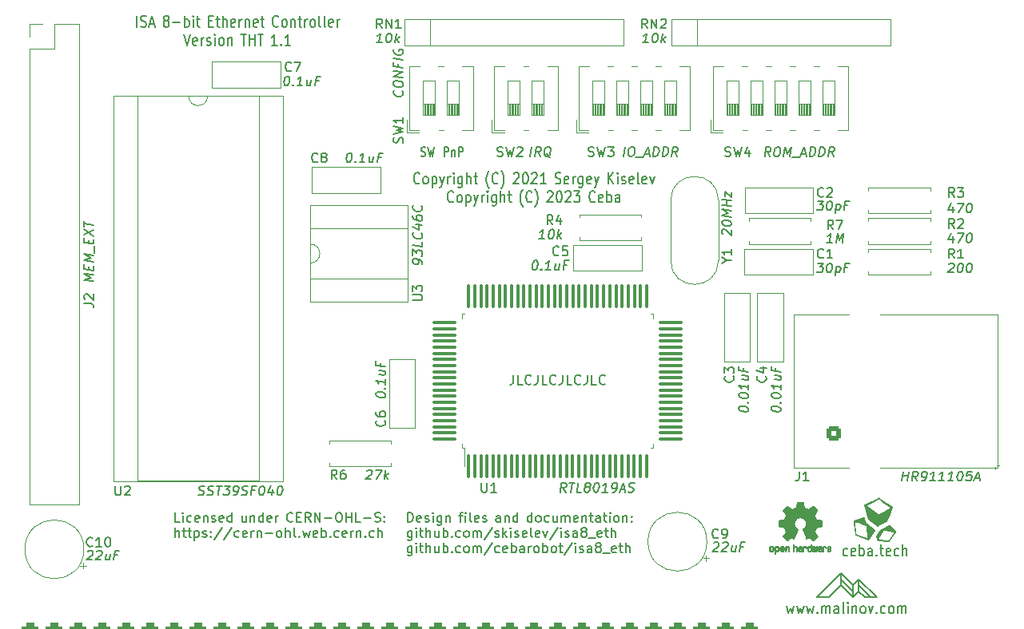
<source format=gto>
G04 #@! TF.GenerationSoftware,KiCad,Pcbnew,(7.0.0)*
G04 #@! TF.CreationDate,2023-05-28T23:37:13+08:00*
G04 #@! TF.ProjectId,ISA8_Ethernet,49534138-5f45-4746-9865-726e65742e6b,1.1*
G04 #@! TF.SameCoordinates,Original*
G04 #@! TF.FileFunction,Legend,Top*
G04 #@! TF.FilePolarity,Positive*
%FSLAX46Y46*%
G04 Gerber Fmt 4.6, Leading zero omitted, Abs format (unit mm)*
G04 Created by KiCad (PCBNEW (7.0.0)) date 2023-05-28 23:37:13*
%MOMM*%
%LPD*%
G01*
G04 APERTURE LIST*
G04 Aperture macros list*
%AMRoundRect*
0 Rectangle with rounded corners*
0 $1 Rounding radius*
0 $2 $3 $4 $5 $6 $7 $8 $9 X,Y pos of 4 corners*
0 Add a 4 corners polygon primitive as box body*
4,1,4,$2,$3,$4,$5,$6,$7,$8,$9,$2,$3,0*
0 Add four circle primitives for the rounded corners*
1,1,$1+$1,$2,$3*
1,1,$1+$1,$4,$5*
1,1,$1+$1,$6,$7*
1,1,$1+$1,$8,$9*
0 Add four rect primitives between the rounded corners*
20,1,$1+$1,$2,$3,$4,$5,0*
20,1,$1+$1,$4,$5,$6,$7,0*
20,1,$1+$1,$6,$7,$8,$9,0*
20,1,$1+$1,$8,$9,$2,$3,0*%
G04 Aperture macros list end*
%ADD10C,0.150000*%
%ADD11C,0.000000*%
%ADD12C,0.203200*%
%ADD13C,0.120000*%
%ADD14C,0.010000*%
%ADD15C,0.800000*%
%ADD16C,6.400000*%
%ADD17R,1.700000X1.700000*%
%ADD18O,1.700000X1.700000*%
%ADD19C,1.500000*%
%ADD20R,1.600000X1.600000*%
%ADD21O,1.600000X1.600000*%
%ADD22C,1.600000*%
%ADD23RoundRect,0.100000X0.100000X-1.150000X0.100000X1.150000X-0.100000X1.150000X-0.100000X-1.150000X0*%
%ADD24RoundRect,0.100000X1.150000X0.100000X-1.150000X0.100000X-1.150000X-0.100000X1.150000X-0.100000X0*%
%ADD25RoundRect,0.444500X-0.444500X-3.873500X0.444500X-3.873500X0.444500X3.873500X-0.444500X3.873500X0*%
%ADD26C,3.250000*%
%ADD27RoundRect,0.250500X0.499500X-0.499500X0.499500X0.499500X-0.499500X0.499500X-0.499500X-0.499500X0*%
%ADD28C,2.500000*%
G04 APERTURE END LIST*
D10*
X191897000Y-121031000D02*
X193802000Y-122936000D01*
X191897000Y-122301000D02*
X191262000Y-122936000D01*
X191262000Y-121666000D02*
X191262000Y-122936000D01*
X188722000Y-122936000D02*
X187452000Y-122936000D01*
X191897000Y-121031000D02*
X191897000Y-122301000D01*
X193802000Y-122936000D02*
X192532000Y-122936000D01*
X191262000Y-121666000D02*
X191897000Y-121031000D01*
X192532000Y-122936000D02*
X191897000Y-122301000D01*
X189992000Y-120396000D02*
X191262000Y-121666000D01*
X189992000Y-121031000D02*
X191262000Y-122301000D01*
D11*
G36*
X192477206Y-113225706D02*
G01*
X192828008Y-113225706D01*
X192828057Y-113229569D01*
X192828487Y-113233477D01*
X192829319Y-113237427D01*
X192830571Y-113241412D01*
X192832264Y-113245428D01*
X192834417Y-113249469D01*
X192837049Y-113253530D01*
X192840181Y-113257607D01*
X192843832Y-113261694D01*
X192848021Y-113265786D01*
X193036102Y-113412319D01*
X193406126Y-113693914D01*
X193955302Y-114107160D01*
X193962048Y-114111390D01*
X193968898Y-114115137D01*
X193975865Y-114118383D01*
X193982959Y-114121113D01*
X193990193Y-114123308D01*
X193997579Y-114124950D01*
X194005126Y-114126023D01*
X194012849Y-114126508D01*
X194020757Y-114126389D01*
X194028863Y-114125648D01*
X194037179Y-114124267D01*
X194045715Y-114122229D01*
X194054484Y-114119517D01*
X194063497Y-114116113D01*
X194072766Y-114112000D01*
X194082302Y-114107160D01*
X195169740Y-113495973D01*
X195176103Y-113491148D01*
X195181812Y-113486350D01*
X195186888Y-113481583D01*
X195191351Y-113476850D01*
X195195220Y-113472155D01*
X195198517Y-113467501D01*
X195201261Y-113462892D01*
X195203474Y-113458332D01*
X195205175Y-113453824D01*
X195206385Y-113449372D01*
X195207123Y-113444980D01*
X195207412Y-113440651D01*
X195207270Y-113436388D01*
X195206718Y-113432197D01*
X195205777Y-113428079D01*
X195204466Y-113424039D01*
X195202807Y-113420081D01*
X195200819Y-113416207D01*
X195198523Y-113412423D01*
X195195939Y-113408730D01*
X195193088Y-113405134D01*
X195189990Y-113401637D01*
X195186665Y-113398243D01*
X195183134Y-113394956D01*
X195179417Y-113391779D01*
X195175534Y-113388717D01*
X195167352Y-113382949D01*
X195158752Y-113377681D01*
X195149896Y-113372942D01*
X195096395Y-113331557D01*
X194974899Y-113242035D01*
X194619075Y-112983508D01*
X194094208Y-112603004D01*
X194088636Y-112598078D01*
X194082372Y-112593734D01*
X194075468Y-112589993D01*
X194067977Y-112586881D01*
X194059952Y-112584420D01*
X194051444Y-112582633D01*
X194042505Y-112581544D01*
X194033189Y-112581176D01*
X194023547Y-112581552D01*
X194013632Y-112582695D01*
X194003496Y-112584629D01*
X193993191Y-112587377D01*
X193982770Y-112590962D01*
X193972286Y-112595408D01*
X193961789Y-112600737D01*
X193951333Y-112606973D01*
X193392236Y-112899668D01*
X192883740Y-113162598D01*
X192876929Y-113165893D01*
X192869996Y-113169799D01*
X192863098Y-113174275D01*
X192856392Y-113179279D01*
X192850035Y-113184772D01*
X192847037Y-113187689D01*
X192844184Y-113190713D01*
X192841497Y-113193838D01*
X192838995Y-113197060D01*
X192836699Y-113200374D01*
X192834626Y-113203774D01*
X192832798Y-113207255D01*
X192831234Y-113210813D01*
X192829953Y-113214442D01*
X192828975Y-113218137D01*
X192828320Y-113221893D01*
X192828008Y-113225706D01*
X192477206Y-113225706D01*
X192474958Y-113218160D01*
X192473620Y-113213009D01*
X192472580Y-113207971D01*
X192471831Y-113203044D01*
X192471369Y-113198224D01*
X192471190Y-113193508D01*
X192471287Y-113188895D01*
X192471656Y-113184380D01*
X192472292Y-113179961D01*
X192473189Y-113175635D01*
X192474343Y-113171400D01*
X192475748Y-113167251D01*
X192477400Y-113163187D01*
X192479293Y-113159204D01*
X192481422Y-113155300D01*
X192483782Y-113151471D01*
X192486368Y-113147715D01*
X192489176Y-113144029D01*
X192492199Y-113140409D01*
X192495432Y-113136854D01*
X192498872Y-113133359D01*
X192506347Y-113126542D01*
X192514584Y-113119934D01*
X192523542Y-113113512D01*
X192533180Y-113107252D01*
X192543457Y-113101133D01*
X192554333Y-113095129D01*
X193947364Y-112384723D01*
X193956383Y-112379840D01*
X193965565Y-112375607D01*
X193974886Y-112372026D01*
X193984323Y-112369096D01*
X193993854Y-112366817D01*
X194003454Y-112365189D01*
X194013101Y-112364213D01*
X194022771Y-112363887D01*
X194032441Y-112364213D01*
X194042088Y-112365189D01*
X194051688Y-112366817D01*
X194061218Y-112369096D01*
X194070656Y-112372026D01*
X194079977Y-112375607D01*
X194089158Y-112379840D01*
X194098177Y-112384723D01*
X195483271Y-113353098D01*
X195488248Y-113359143D01*
X195492766Y-113365368D01*
X195496831Y-113371768D01*
X195500448Y-113378337D01*
X195503623Y-113385068D01*
X195506362Y-113391956D01*
X195508671Y-113398995D01*
X195510556Y-113406180D01*
X195512022Y-113413504D01*
X195513075Y-113420962D01*
X195513721Y-113428548D01*
X195513966Y-113436256D01*
X195513816Y-113444080D01*
X195513277Y-113452014D01*
X195512353Y-113460053D01*
X195511052Y-113468191D01*
X195241177Y-114163219D01*
X194959396Y-114896941D01*
X194956279Y-114903635D01*
X194952877Y-114910305D01*
X194949184Y-114916929D01*
X194945195Y-114923482D01*
X194940904Y-114929943D01*
X194936304Y-114936288D01*
X194931391Y-114942493D01*
X194926158Y-114948535D01*
X194920599Y-114954391D01*
X194914709Y-114960038D01*
X194908481Y-114965453D01*
X194901911Y-114970611D01*
X194894992Y-114975491D01*
X194887718Y-114980068D01*
X194880084Y-114984320D01*
X194872083Y-114988223D01*
X193947365Y-115428754D01*
X193938346Y-115433637D01*
X193929164Y-115437869D01*
X193919843Y-115441451D01*
X193910406Y-115444381D01*
X193900875Y-115446660D01*
X193891275Y-115448287D01*
X193881628Y-115449264D01*
X193871958Y-115449590D01*
X193862288Y-115449264D01*
X193852642Y-115448287D01*
X193843041Y-115446660D01*
X193833511Y-115444381D01*
X193824074Y-115441451D01*
X193814752Y-115437869D01*
X193805571Y-115433637D01*
X193796552Y-115428754D01*
X193006771Y-114833441D01*
X192998770Y-114827394D01*
X192991136Y-114821155D01*
X192983862Y-114814719D01*
X192976943Y-114808079D01*
X192970373Y-114801229D01*
X192964146Y-114794165D01*
X192958255Y-114786879D01*
X192952697Y-114779367D01*
X192947463Y-114771623D01*
X192942550Y-114763640D01*
X192937950Y-114755412D01*
X192933659Y-114746935D01*
X192929670Y-114738202D01*
X192925977Y-114729208D01*
X192922575Y-114719945D01*
X192919458Y-114710410D01*
X192477206Y-113225706D01*
G37*
D10*
X191897000Y-121666000D02*
X193167000Y-122936000D01*
D11*
G36*
X193799908Y-116740041D02*
G01*
X194022406Y-116740041D01*
X194022513Y-116744419D01*
X194022954Y-116748659D01*
X194023717Y-116752759D01*
X194024787Y-116756716D01*
X194026152Y-116760528D01*
X194027800Y-116764194D01*
X194029716Y-116767711D01*
X194031888Y-116771077D01*
X194034303Y-116774289D01*
X194036948Y-116777346D01*
X194039809Y-116780245D01*
X194042873Y-116782984D01*
X194046128Y-116785562D01*
X194049560Y-116787975D01*
X194053157Y-116790221D01*
X194056904Y-116792299D01*
X194060790Y-116794206D01*
X194064800Y-116795941D01*
X194068923Y-116797500D01*
X194073144Y-116798882D01*
X194077452Y-116800084D01*
X194081831Y-116801104D01*
X194086271Y-116801941D01*
X195014958Y-116924973D01*
X195020087Y-116925963D01*
X195025057Y-116926705D01*
X195029876Y-116927207D01*
X195034546Y-116927477D01*
X195039074Y-116927523D01*
X195043465Y-116927354D01*
X195047724Y-116926976D01*
X195051855Y-116926399D01*
X195055865Y-116925630D01*
X195059757Y-116924677D01*
X195063537Y-116923549D01*
X195067211Y-116922252D01*
X195070783Y-116920796D01*
X195074258Y-116919187D01*
X195077642Y-116917435D01*
X195080939Y-116915547D01*
X195084154Y-116913531D01*
X195087294Y-116911395D01*
X195093364Y-116906796D01*
X195099191Y-116901813D01*
X195104813Y-116896510D01*
X195110273Y-116890951D01*
X195115611Y-116885200D01*
X195126083Y-116873379D01*
X195610270Y-116166941D01*
X195613389Y-116162838D01*
X195616056Y-116158720D01*
X195618286Y-116154595D01*
X195620092Y-116150470D01*
X195621488Y-116146354D01*
X195622488Y-116142254D01*
X195623106Y-116138179D01*
X195623355Y-116134137D01*
X195623250Y-116130136D01*
X195622804Y-116126183D01*
X195622031Y-116122287D01*
X195620945Y-116118456D01*
X195619559Y-116114698D01*
X195617888Y-116111020D01*
X195615945Y-116107430D01*
X195613743Y-116103938D01*
X195611298Y-116100550D01*
X195608623Y-116097274D01*
X195605731Y-116094120D01*
X195602636Y-116091093D01*
X195599352Y-116088204D01*
X195595893Y-116085459D01*
X195592273Y-116082867D01*
X195588505Y-116080435D01*
X195584603Y-116078172D01*
X195580582Y-116076086D01*
X195576454Y-116074184D01*
X195572234Y-116072475D01*
X195567936Y-116070966D01*
X195563573Y-116069666D01*
X195559159Y-116068582D01*
X195554708Y-116067723D01*
X195099294Y-115986364D01*
X194781174Y-115930429D01*
X194626021Y-115905004D01*
X194621156Y-115905146D01*
X194615564Y-115905578D01*
X194609356Y-115906312D01*
X194602642Y-115907361D01*
X194595533Y-115908735D01*
X194588139Y-115910446D01*
X194580571Y-115912506D01*
X194572939Y-115914926D01*
X194565353Y-115917718D01*
X194557924Y-115920895D01*
X194550763Y-115924466D01*
X194543979Y-115928444D01*
X194540764Y-115930590D01*
X194537684Y-115932841D01*
X194534754Y-115935201D01*
X194531988Y-115937669D01*
X194529398Y-115940247D01*
X194527000Y-115942938D01*
X194524807Y-115945742D01*
X194522833Y-115948660D01*
X194038646Y-116694786D01*
X194035156Y-116700308D01*
X194032117Y-116705712D01*
X194029518Y-116710996D01*
X194027344Y-116716156D01*
X194025583Y-116721192D01*
X194024222Y-116726100D01*
X194023248Y-116730880D01*
X194022647Y-116735527D01*
X194022406Y-116740041D01*
X193799908Y-116740041D01*
X193764802Y-116464597D01*
X193764988Y-116454971D01*
X193765547Y-116445443D01*
X193766477Y-116436021D01*
X193767779Y-116426708D01*
X193769453Y-116417512D01*
X193771500Y-116408438D01*
X193773918Y-116399492D01*
X193776709Y-116390679D01*
X193779871Y-116382006D01*
X193783406Y-116373479D01*
X193787313Y-116365102D01*
X193791591Y-116356883D01*
X193796242Y-116348826D01*
X193801265Y-116340938D01*
X193806660Y-116333225D01*
X193812427Y-116325691D01*
X194141834Y-115833566D01*
X194149504Y-115823245D01*
X194157616Y-115813133D01*
X194166146Y-115803254D01*
X194175072Y-115793631D01*
X194184370Y-115784286D01*
X194194016Y-115775244D01*
X194203989Y-115766528D01*
X194214263Y-115758160D01*
X194224817Y-115750164D01*
X194235626Y-115742564D01*
X194246668Y-115735382D01*
X194257919Y-115728642D01*
X194269357Y-115722368D01*
X194280957Y-115716581D01*
X194292696Y-115711306D01*
X194304552Y-115706566D01*
X195054646Y-115345410D01*
X195069205Y-115338432D01*
X195083125Y-115332372D01*
X195096417Y-115327219D01*
X195109092Y-115322962D01*
X195115203Y-115321165D01*
X195121163Y-115319588D01*
X195126976Y-115318229D01*
X195132641Y-115317086D01*
X195138161Y-115316159D01*
X195143538Y-115315445D01*
X195148772Y-115314943D01*
X195153865Y-115314652D01*
X195158818Y-115314571D01*
X195163633Y-115314697D01*
X195168312Y-115315030D01*
X195172856Y-115315567D01*
X195177266Y-115316308D01*
X195181543Y-115317251D01*
X195185690Y-115318395D01*
X195189707Y-115319737D01*
X195193597Y-115321278D01*
X195197360Y-115323014D01*
X195200998Y-115324946D01*
X195204513Y-115327070D01*
X195207905Y-115329387D01*
X195211177Y-115331894D01*
X195214330Y-115334590D01*
X195217365Y-115337473D01*
X195848396Y-115964535D01*
X195855458Y-115972724D01*
X195861729Y-115980930D01*
X195867162Y-115989170D01*
X195869551Y-115993309D01*
X195871712Y-115997463D01*
X195873641Y-116001635D01*
X195875332Y-116005826D01*
X195876779Y-116010039D01*
X195877975Y-116014276D01*
X195878916Y-116018540D01*
X195879595Y-116022831D01*
X195880007Y-116027153D01*
X195880146Y-116031508D01*
X195880005Y-116035897D01*
X195879580Y-116040324D01*
X195878864Y-116044790D01*
X195877851Y-116049297D01*
X195876536Y-116053848D01*
X195874913Y-116058445D01*
X195872977Y-116063090D01*
X195870720Y-116067784D01*
X195868138Y-116072532D01*
X195865224Y-116077333D01*
X195861973Y-116082192D01*
X195858379Y-116087109D01*
X195854437Y-116092087D01*
X195850140Y-116097128D01*
X195845482Y-116102235D01*
X195840458Y-116107410D01*
X195205458Y-117020222D01*
X195174701Y-117049120D01*
X195167883Y-117055094D01*
X195161089Y-117060546D01*
X195154155Y-117065462D01*
X195146919Y-117069832D01*
X195139218Y-117073644D01*
X195130889Y-117076886D01*
X195126438Y-117078290D01*
X195121770Y-117079546D01*
X195116863Y-117080655D01*
X195111697Y-117081614D01*
X195100507Y-117083077D01*
X195088039Y-117083924D01*
X195074129Y-117084143D01*
X195058615Y-117083722D01*
X193883865Y-116956723D01*
X193880562Y-116956269D01*
X193877352Y-116955655D01*
X193874231Y-116954880D01*
X193871199Y-116953948D01*
X193868254Y-116952858D01*
X193865395Y-116951613D01*
X193862620Y-116950213D01*
X193859928Y-116948661D01*
X193857318Y-116946958D01*
X193854787Y-116945105D01*
X193849960Y-116940956D01*
X193845435Y-116936226D01*
X193841201Y-116930926D01*
X193837246Y-116925068D01*
X193833558Y-116918663D01*
X193830126Y-116911723D01*
X193826938Y-116904261D01*
X193823983Y-116896286D01*
X193821249Y-116887812D01*
X193818724Y-116878849D01*
X193816396Y-116869410D01*
X193799908Y-116740041D01*
G37*
D10*
X191262000Y-122936000D02*
X189992000Y-121666000D01*
X187452000Y-122936000D02*
X189992000Y-120396000D01*
X189992000Y-121666000D02*
X188722000Y-122936000D01*
D11*
G36*
X191383137Y-115068494D02*
G01*
X191565351Y-115068494D01*
X191565554Y-115073960D01*
X191566115Y-115079504D01*
X191645490Y-116182817D01*
X191645617Y-116186245D01*
X191645994Y-116189822D01*
X191646615Y-116193536D01*
X191647474Y-116197374D01*
X191649885Y-116205368D01*
X191653179Y-116213699D01*
X191657311Y-116222262D01*
X191662233Y-116230953D01*
X191667899Y-116239668D01*
X191674263Y-116248301D01*
X191681278Y-116256748D01*
X191688898Y-116264905D01*
X191697076Y-116272666D01*
X191705765Y-116279927D01*
X191714920Y-116286583D01*
X191719657Y-116289652D01*
X191724493Y-116292531D01*
X191729422Y-116295206D01*
X191734438Y-116297664D01*
X191739535Y-116299893D01*
X191744708Y-116301879D01*
X192689271Y-116698754D01*
X192693757Y-116700779D01*
X192698278Y-116702400D01*
X192702822Y-116703630D01*
X192707378Y-116704482D01*
X192711934Y-116704972D01*
X192716478Y-116705111D01*
X192721000Y-116704915D01*
X192725486Y-116704397D01*
X192729925Y-116703571D01*
X192734307Y-116702451D01*
X192738619Y-116701050D01*
X192742849Y-116699382D01*
X192746986Y-116697461D01*
X192751019Y-116695302D01*
X192754935Y-116692917D01*
X192758724Y-116690320D01*
X192762373Y-116687526D01*
X192765871Y-116684549D01*
X192769206Y-116681401D01*
X192772367Y-116678096D01*
X192775341Y-116674650D01*
X192778118Y-116671075D01*
X192780686Y-116667384D01*
X192783033Y-116663593D01*
X192785147Y-116659715D01*
X192787017Y-116655763D01*
X192788631Y-116651752D01*
X192789978Y-116647695D01*
X192791046Y-116643606D01*
X192791823Y-116639499D01*
X192792298Y-116635387D01*
X192792458Y-116631285D01*
X192744833Y-115464473D01*
X192744718Y-115460381D01*
X192744374Y-115456292D01*
X192743807Y-115452211D01*
X192743020Y-115448140D01*
X192742018Y-115444085D01*
X192740805Y-115440047D01*
X192739385Y-115436031D01*
X192737764Y-115432041D01*
X192733933Y-115424151D01*
X192729346Y-115416406D01*
X192724038Y-115408836D01*
X192718044Y-115401469D01*
X192711399Y-115394335D01*
X192704138Y-115387462D01*
X192696296Y-115380880D01*
X192687907Y-115374618D01*
X192679006Y-115368704D01*
X192669629Y-115363169D01*
X192659810Y-115358040D01*
X192649583Y-115353348D01*
X191653427Y-114988223D01*
X191649662Y-114986919D01*
X191645819Y-114985978D01*
X191641912Y-114985390D01*
X191637955Y-114985146D01*
X191633964Y-114985236D01*
X191629952Y-114985651D01*
X191625934Y-114986381D01*
X191621925Y-114987417D01*
X191617940Y-114988750D01*
X191613992Y-114990369D01*
X191610096Y-114992267D01*
X191606267Y-114994432D01*
X191602520Y-114996856D01*
X191598869Y-114999530D01*
X191595328Y-115002443D01*
X191591912Y-115005586D01*
X191588635Y-115008951D01*
X191585513Y-115012527D01*
X191582559Y-115016305D01*
X191579788Y-115020275D01*
X191577215Y-115024429D01*
X191574855Y-115028757D01*
X191572720Y-115033248D01*
X191570828Y-115037895D01*
X191569191Y-115042686D01*
X191567824Y-115047614D01*
X191566742Y-115052668D01*
X191565960Y-115057839D01*
X191565491Y-115063118D01*
X191565351Y-115068494D01*
X191383137Y-115068494D01*
X191367677Y-114896942D01*
X191367044Y-114884702D01*
X191366701Y-114873253D01*
X191366753Y-114862548D01*
X191367305Y-114852541D01*
X191367801Y-114847785D01*
X191368462Y-114843185D01*
X191369300Y-114838737D01*
X191370328Y-114834434D01*
X191371560Y-114830270D01*
X191373008Y-114826241D01*
X191374686Y-114822339D01*
X191376607Y-114818559D01*
X191378783Y-114814895D01*
X191381229Y-114811342D01*
X191383956Y-114807894D01*
X191386978Y-114804544D01*
X191390309Y-114801288D01*
X191393961Y-114798118D01*
X191397946Y-114795030D01*
X191402280Y-114792018D01*
X191406974Y-114789075D01*
X191412041Y-114786196D01*
X191417495Y-114783376D01*
X191423348Y-114780608D01*
X191429615Y-114777886D01*
X191436307Y-114775205D01*
X191443438Y-114772559D01*
X191451021Y-114769942D01*
X192379708Y-114452442D01*
X192385672Y-114450360D01*
X192391648Y-114448577D01*
X192397627Y-114447089D01*
X192403598Y-114445892D01*
X192409553Y-114444983D01*
X192415480Y-114444358D01*
X192421368Y-114444014D01*
X192427209Y-114443946D01*
X192432992Y-114444152D01*
X192438707Y-114444627D01*
X192444343Y-114445369D01*
X192449890Y-114446372D01*
X192455339Y-114447635D01*
X192460678Y-114449152D01*
X192465899Y-114450921D01*
X192470990Y-114452938D01*
X192475941Y-114455199D01*
X192480743Y-114457700D01*
X192485385Y-114460438D01*
X192489857Y-114463410D01*
X192494148Y-114466611D01*
X192498250Y-114470039D01*
X192502150Y-114473688D01*
X192505840Y-114477556D01*
X192509309Y-114481640D01*
X192512547Y-114485935D01*
X192515544Y-114490438D01*
X192518289Y-114495144D01*
X192520773Y-114500052D01*
X192522985Y-114505156D01*
X192524914Y-114510454D01*
X192526552Y-114515942D01*
X192673396Y-114984254D01*
X192675860Y-114994623D01*
X192678783Y-115004881D01*
X192682160Y-115015011D01*
X192685984Y-115024996D01*
X192690251Y-115034818D01*
X192694953Y-115044460D01*
X192700085Y-115053904D01*
X192705642Y-115063133D01*
X192711617Y-115072130D01*
X192718006Y-115080876D01*
X192724801Y-115089355D01*
X192731997Y-115097550D01*
X192739589Y-115105442D01*
X192747570Y-115113014D01*
X192755935Y-115120249D01*
X192764677Y-115127129D01*
X193621927Y-115781973D01*
X193626963Y-115785705D01*
X193631655Y-115789461D01*
X193636010Y-115793240D01*
X193640034Y-115797042D01*
X193643733Y-115800867D01*
X193647112Y-115804716D01*
X193650176Y-115808587D01*
X193652933Y-115812483D01*
X193655387Y-115816401D01*
X193657545Y-115820343D01*
X193659412Y-115824307D01*
X193660995Y-115828296D01*
X193662298Y-115832307D01*
X193663328Y-115836342D01*
X193664090Y-115840400D01*
X193664591Y-115844481D01*
X193664836Y-115848585D01*
X193664832Y-115852713D01*
X193664583Y-115856864D01*
X193664095Y-115861038D01*
X193663375Y-115865235D01*
X193662429Y-115869456D01*
X193661261Y-115873700D01*
X193659878Y-115877967D01*
X193656491Y-115886571D01*
X193652313Y-115895268D01*
X193647391Y-115904058D01*
X193641771Y-115912942D01*
X192982958Y-116897192D01*
X192977565Y-116903177D01*
X192971812Y-116909168D01*
X192965710Y-116915078D01*
X192959270Y-116920818D01*
X192952505Y-116926304D01*
X192945426Y-116931446D01*
X192938045Y-116936157D01*
X192930373Y-116940352D01*
X192922422Y-116943942D01*
X192918345Y-116945483D01*
X192914203Y-116946840D01*
X192909997Y-116948002D01*
X192905729Y-116948959D01*
X192901399Y-116949699D01*
X192897010Y-116950212D01*
X192892563Y-116950486D01*
X192888059Y-116950511D01*
X192883500Y-116950276D01*
X192878887Y-116949770D01*
X192874222Y-116948982D01*
X192869506Y-116947901D01*
X192864741Y-116946516D01*
X192859927Y-116944817D01*
X191597865Y-116424910D01*
X191586938Y-116417938D01*
X191576494Y-116410430D01*
X191566550Y-116402412D01*
X191557123Y-116393904D01*
X191548231Y-116384932D01*
X191539892Y-116375518D01*
X191532122Y-116365685D01*
X191524939Y-116355457D01*
X191518361Y-116344857D01*
X191512405Y-116333908D01*
X191507088Y-116322633D01*
X191502429Y-116311057D01*
X191498444Y-116299201D01*
X191495150Y-116287089D01*
X191492566Y-116274745D01*
X191490709Y-116262191D01*
X191383137Y-115068494D01*
G37*
D10*
X189992000Y-120396000D02*
X189992000Y-121666000D01*
X190700299Y-118493714D02*
X190605061Y-118550857D01*
X190605061Y-118550857D02*
X190414585Y-118550857D01*
X190414585Y-118550857D02*
X190319347Y-118493714D01*
X190319347Y-118493714D02*
X190271728Y-118436571D01*
X190271728Y-118436571D02*
X190224109Y-118322285D01*
X190224109Y-118322285D02*
X190224109Y-117979428D01*
X190224109Y-117979428D02*
X190271728Y-117865142D01*
X190271728Y-117865142D02*
X190319347Y-117808000D01*
X190319347Y-117808000D02*
X190414585Y-117750857D01*
X190414585Y-117750857D02*
X190605061Y-117750857D01*
X190605061Y-117750857D02*
X190700299Y-117808000D01*
X191509823Y-118493714D02*
X191414585Y-118550857D01*
X191414585Y-118550857D02*
X191224109Y-118550857D01*
X191224109Y-118550857D02*
X191128871Y-118493714D01*
X191128871Y-118493714D02*
X191081252Y-118379428D01*
X191081252Y-118379428D02*
X191081252Y-117922285D01*
X191081252Y-117922285D02*
X191128871Y-117808000D01*
X191128871Y-117808000D02*
X191224109Y-117750857D01*
X191224109Y-117750857D02*
X191414585Y-117750857D01*
X191414585Y-117750857D02*
X191509823Y-117808000D01*
X191509823Y-117808000D02*
X191557442Y-117922285D01*
X191557442Y-117922285D02*
X191557442Y-118036571D01*
X191557442Y-118036571D02*
X191081252Y-118150857D01*
X191986014Y-118550857D02*
X191986014Y-117350857D01*
X191986014Y-117808000D02*
X192081252Y-117750857D01*
X192081252Y-117750857D02*
X192271728Y-117750857D01*
X192271728Y-117750857D02*
X192366966Y-117808000D01*
X192366966Y-117808000D02*
X192414585Y-117865142D01*
X192414585Y-117865142D02*
X192462204Y-117979428D01*
X192462204Y-117979428D02*
X192462204Y-118322285D01*
X192462204Y-118322285D02*
X192414585Y-118436571D01*
X192414585Y-118436571D02*
X192366966Y-118493714D01*
X192366966Y-118493714D02*
X192271728Y-118550857D01*
X192271728Y-118550857D02*
X192081252Y-118550857D01*
X192081252Y-118550857D02*
X191986014Y-118493714D01*
X193319347Y-118550857D02*
X193319347Y-117922285D01*
X193319347Y-117922285D02*
X193271728Y-117808000D01*
X193271728Y-117808000D02*
X193176490Y-117750857D01*
X193176490Y-117750857D02*
X192986014Y-117750857D01*
X192986014Y-117750857D02*
X192890776Y-117808000D01*
X193319347Y-118493714D02*
X193224109Y-118550857D01*
X193224109Y-118550857D02*
X192986014Y-118550857D01*
X192986014Y-118550857D02*
X192890776Y-118493714D01*
X192890776Y-118493714D02*
X192843157Y-118379428D01*
X192843157Y-118379428D02*
X192843157Y-118265142D01*
X192843157Y-118265142D02*
X192890776Y-118150857D01*
X192890776Y-118150857D02*
X192986014Y-118093714D01*
X192986014Y-118093714D02*
X193224109Y-118093714D01*
X193224109Y-118093714D02*
X193319347Y-118036571D01*
X193795538Y-118436571D02*
X193843157Y-118493714D01*
X193843157Y-118493714D02*
X193795538Y-118550857D01*
X193795538Y-118550857D02*
X193747919Y-118493714D01*
X193747919Y-118493714D02*
X193795538Y-118436571D01*
X193795538Y-118436571D02*
X193795538Y-118550857D01*
X194128871Y-117750857D02*
X194509823Y-117750857D01*
X194271728Y-117350857D02*
X194271728Y-118379428D01*
X194271728Y-118379428D02*
X194319347Y-118493714D01*
X194319347Y-118493714D02*
X194414585Y-118550857D01*
X194414585Y-118550857D02*
X194509823Y-118550857D01*
X195224109Y-118493714D02*
X195128871Y-118550857D01*
X195128871Y-118550857D02*
X194938395Y-118550857D01*
X194938395Y-118550857D02*
X194843157Y-118493714D01*
X194843157Y-118493714D02*
X194795538Y-118379428D01*
X194795538Y-118379428D02*
X194795538Y-117922285D01*
X194795538Y-117922285D02*
X194843157Y-117808000D01*
X194843157Y-117808000D02*
X194938395Y-117750857D01*
X194938395Y-117750857D02*
X195128871Y-117750857D01*
X195128871Y-117750857D02*
X195224109Y-117808000D01*
X195224109Y-117808000D02*
X195271728Y-117922285D01*
X195271728Y-117922285D02*
X195271728Y-118036571D01*
X195271728Y-118036571D02*
X194795538Y-118150857D01*
X196128871Y-118493714D02*
X196033633Y-118550857D01*
X196033633Y-118550857D02*
X195843157Y-118550857D01*
X195843157Y-118550857D02*
X195747919Y-118493714D01*
X195747919Y-118493714D02*
X195700300Y-118436571D01*
X195700300Y-118436571D02*
X195652681Y-118322285D01*
X195652681Y-118322285D02*
X195652681Y-117979428D01*
X195652681Y-117979428D02*
X195700300Y-117865142D01*
X195700300Y-117865142D02*
X195747919Y-117808000D01*
X195747919Y-117808000D02*
X195843157Y-117750857D01*
X195843157Y-117750857D02*
X196033633Y-117750857D01*
X196033633Y-117750857D02*
X196128871Y-117808000D01*
X196557443Y-118550857D02*
X196557443Y-117350857D01*
X196986014Y-118550857D02*
X196986014Y-117922285D01*
X196986014Y-117922285D02*
X196938395Y-117808000D01*
X196938395Y-117808000D02*
X196843157Y-117750857D01*
X196843157Y-117750857D02*
X196700300Y-117750857D01*
X196700300Y-117750857D02*
X196605062Y-117808000D01*
X196605062Y-117808000D02*
X196557443Y-117865142D01*
X144129095Y-114952380D02*
X144129095Y-113952380D01*
X144129095Y-113952380D02*
X144367190Y-113952380D01*
X144367190Y-113952380D02*
X144510047Y-114000000D01*
X144510047Y-114000000D02*
X144605285Y-114095238D01*
X144605285Y-114095238D02*
X144652904Y-114190476D01*
X144652904Y-114190476D02*
X144700523Y-114380952D01*
X144700523Y-114380952D02*
X144700523Y-114523809D01*
X144700523Y-114523809D02*
X144652904Y-114714285D01*
X144652904Y-114714285D02*
X144605285Y-114809523D01*
X144605285Y-114809523D02*
X144510047Y-114904761D01*
X144510047Y-114904761D02*
X144367190Y-114952380D01*
X144367190Y-114952380D02*
X144129095Y-114952380D01*
X145510047Y-114904761D02*
X145414809Y-114952380D01*
X145414809Y-114952380D02*
X145224333Y-114952380D01*
X145224333Y-114952380D02*
X145129095Y-114904761D01*
X145129095Y-114904761D02*
X145081476Y-114809523D01*
X145081476Y-114809523D02*
X145081476Y-114428571D01*
X145081476Y-114428571D02*
X145129095Y-114333333D01*
X145129095Y-114333333D02*
X145224333Y-114285714D01*
X145224333Y-114285714D02*
X145414809Y-114285714D01*
X145414809Y-114285714D02*
X145510047Y-114333333D01*
X145510047Y-114333333D02*
X145557666Y-114428571D01*
X145557666Y-114428571D02*
X145557666Y-114523809D01*
X145557666Y-114523809D02*
X145081476Y-114619047D01*
X145938619Y-114904761D02*
X146033857Y-114952380D01*
X146033857Y-114952380D02*
X146224333Y-114952380D01*
X146224333Y-114952380D02*
X146319571Y-114904761D01*
X146319571Y-114904761D02*
X146367190Y-114809523D01*
X146367190Y-114809523D02*
X146367190Y-114761904D01*
X146367190Y-114761904D02*
X146319571Y-114666666D01*
X146319571Y-114666666D02*
X146224333Y-114619047D01*
X146224333Y-114619047D02*
X146081476Y-114619047D01*
X146081476Y-114619047D02*
X145986238Y-114571428D01*
X145986238Y-114571428D02*
X145938619Y-114476190D01*
X145938619Y-114476190D02*
X145938619Y-114428571D01*
X145938619Y-114428571D02*
X145986238Y-114333333D01*
X145986238Y-114333333D02*
X146081476Y-114285714D01*
X146081476Y-114285714D02*
X146224333Y-114285714D01*
X146224333Y-114285714D02*
X146319571Y-114333333D01*
X146795762Y-114952380D02*
X146795762Y-114285714D01*
X146795762Y-113952380D02*
X146748143Y-114000000D01*
X146748143Y-114000000D02*
X146795762Y-114047619D01*
X146795762Y-114047619D02*
X146843381Y-114000000D01*
X146843381Y-114000000D02*
X146795762Y-113952380D01*
X146795762Y-113952380D02*
X146795762Y-114047619D01*
X147700523Y-114285714D02*
X147700523Y-115095238D01*
X147700523Y-115095238D02*
X147652904Y-115190476D01*
X147652904Y-115190476D02*
X147605285Y-115238095D01*
X147605285Y-115238095D02*
X147510047Y-115285714D01*
X147510047Y-115285714D02*
X147367190Y-115285714D01*
X147367190Y-115285714D02*
X147271952Y-115238095D01*
X147700523Y-114904761D02*
X147605285Y-114952380D01*
X147605285Y-114952380D02*
X147414809Y-114952380D01*
X147414809Y-114952380D02*
X147319571Y-114904761D01*
X147319571Y-114904761D02*
X147271952Y-114857142D01*
X147271952Y-114857142D02*
X147224333Y-114761904D01*
X147224333Y-114761904D02*
X147224333Y-114476190D01*
X147224333Y-114476190D02*
X147271952Y-114380952D01*
X147271952Y-114380952D02*
X147319571Y-114333333D01*
X147319571Y-114333333D02*
X147414809Y-114285714D01*
X147414809Y-114285714D02*
X147605285Y-114285714D01*
X147605285Y-114285714D02*
X147700523Y-114333333D01*
X148176714Y-114285714D02*
X148176714Y-114952380D01*
X148176714Y-114380952D02*
X148224333Y-114333333D01*
X148224333Y-114333333D02*
X148319571Y-114285714D01*
X148319571Y-114285714D02*
X148462428Y-114285714D01*
X148462428Y-114285714D02*
X148557666Y-114333333D01*
X148557666Y-114333333D02*
X148605285Y-114428571D01*
X148605285Y-114428571D02*
X148605285Y-114952380D01*
X149538619Y-114285714D02*
X149919571Y-114285714D01*
X149681476Y-114952380D02*
X149681476Y-114095238D01*
X149681476Y-114095238D02*
X149729095Y-114000000D01*
X149729095Y-114000000D02*
X149824333Y-113952380D01*
X149824333Y-113952380D02*
X149919571Y-113952380D01*
X150252905Y-114952380D02*
X150252905Y-114285714D01*
X150252905Y-113952380D02*
X150205286Y-114000000D01*
X150205286Y-114000000D02*
X150252905Y-114047619D01*
X150252905Y-114047619D02*
X150300524Y-114000000D01*
X150300524Y-114000000D02*
X150252905Y-113952380D01*
X150252905Y-113952380D02*
X150252905Y-114047619D01*
X150871952Y-114952380D02*
X150776714Y-114904761D01*
X150776714Y-114904761D02*
X150729095Y-114809523D01*
X150729095Y-114809523D02*
X150729095Y-113952380D01*
X151633857Y-114904761D02*
X151538619Y-114952380D01*
X151538619Y-114952380D02*
X151348143Y-114952380D01*
X151348143Y-114952380D02*
X151252905Y-114904761D01*
X151252905Y-114904761D02*
X151205286Y-114809523D01*
X151205286Y-114809523D02*
X151205286Y-114428571D01*
X151205286Y-114428571D02*
X151252905Y-114333333D01*
X151252905Y-114333333D02*
X151348143Y-114285714D01*
X151348143Y-114285714D02*
X151538619Y-114285714D01*
X151538619Y-114285714D02*
X151633857Y-114333333D01*
X151633857Y-114333333D02*
X151681476Y-114428571D01*
X151681476Y-114428571D02*
X151681476Y-114523809D01*
X151681476Y-114523809D02*
X151205286Y-114619047D01*
X152062429Y-114904761D02*
X152157667Y-114952380D01*
X152157667Y-114952380D02*
X152348143Y-114952380D01*
X152348143Y-114952380D02*
X152443381Y-114904761D01*
X152443381Y-114904761D02*
X152491000Y-114809523D01*
X152491000Y-114809523D02*
X152491000Y-114761904D01*
X152491000Y-114761904D02*
X152443381Y-114666666D01*
X152443381Y-114666666D02*
X152348143Y-114619047D01*
X152348143Y-114619047D02*
X152205286Y-114619047D01*
X152205286Y-114619047D02*
X152110048Y-114571428D01*
X152110048Y-114571428D02*
X152062429Y-114476190D01*
X152062429Y-114476190D02*
X152062429Y-114428571D01*
X152062429Y-114428571D02*
X152110048Y-114333333D01*
X152110048Y-114333333D02*
X152205286Y-114285714D01*
X152205286Y-114285714D02*
X152348143Y-114285714D01*
X152348143Y-114285714D02*
X152443381Y-114333333D01*
X153948143Y-114952380D02*
X153948143Y-114428571D01*
X153948143Y-114428571D02*
X153900524Y-114333333D01*
X153900524Y-114333333D02*
X153805286Y-114285714D01*
X153805286Y-114285714D02*
X153614810Y-114285714D01*
X153614810Y-114285714D02*
X153519572Y-114333333D01*
X153948143Y-114904761D02*
X153852905Y-114952380D01*
X153852905Y-114952380D02*
X153614810Y-114952380D01*
X153614810Y-114952380D02*
X153519572Y-114904761D01*
X153519572Y-114904761D02*
X153471953Y-114809523D01*
X153471953Y-114809523D02*
X153471953Y-114714285D01*
X153471953Y-114714285D02*
X153519572Y-114619047D01*
X153519572Y-114619047D02*
X153614810Y-114571428D01*
X153614810Y-114571428D02*
X153852905Y-114571428D01*
X153852905Y-114571428D02*
X153948143Y-114523809D01*
X154424334Y-114285714D02*
X154424334Y-114952380D01*
X154424334Y-114380952D02*
X154471953Y-114333333D01*
X154471953Y-114333333D02*
X154567191Y-114285714D01*
X154567191Y-114285714D02*
X154710048Y-114285714D01*
X154710048Y-114285714D02*
X154805286Y-114333333D01*
X154805286Y-114333333D02*
X154852905Y-114428571D01*
X154852905Y-114428571D02*
X154852905Y-114952380D01*
X155757667Y-114952380D02*
X155757667Y-113952380D01*
X155757667Y-114904761D02*
X155662429Y-114952380D01*
X155662429Y-114952380D02*
X155471953Y-114952380D01*
X155471953Y-114952380D02*
X155376715Y-114904761D01*
X155376715Y-114904761D02*
X155329096Y-114857142D01*
X155329096Y-114857142D02*
X155281477Y-114761904D01*
X155281477Y-114761904D02*
X155281477Y-114476190D01*
X155281477Y-114476190D02*
X155329096Y-114380952D01*
X155329096Y-114380952D02*
X155376715Y-114333333D01*
X155376715Y-114333333D02*
X155471953Y-114285714D01*
X155471953Y-114285714D02*
X155662429Y-114285714D01*
X155662429Y-114285714D02*
X155757667Y-114333333D01*
X157262429Y-114952380D02*
X157262429Y-113952380D01*
X157262429Y-114904761D02*
X157167191Y-114952380D01*
X157167191Y-114952380D02*
X156976715Y-114952380D01*
X156976715Y-114952380D02*
X156881477Y-114904761D01*
X156881477Y-114904761D02*
X156833858Y-114857142D01*
X156833858Y-114857142D02*
X156786239Y-114761904D01*
X156786239Y-114761904D02*
X156786239Y-114476190D01*
X156786239Y-114476190D02*
X156833858Y-114380952D01*
X156833858Y-114380952D02*
X156881477Y-114333333D01*
X156881477Y-114333333D02*
X156976715Y-114285714D01*
X156976715Y-114285714D02*
X157167191Y-114285714D01*
X157167191Y-114285714D02*
X157262429Y-114333333D01*
X157881477Y-114952380D02*
X157786239Y-114904761D01*
X157786239Y-114904761D02*
X157738620Y-114857142D01*
X157738620Y-114857142D02*
X157691001Y-114761904D01*
X157691001Y-114761904D02*
X157691001Y-114476190D01*
X157691001Y-114476190D02*
X157738620Y-114380952D01*
X157738620Y-114380952D02*
X157786239Y-114333333D01*
X157786239Y-114333333D02*
X157881477Y-114285714D01*
X157881477Y-114285714D02*
X158024334Y-114285714D01*
X158024334Y-114285714D02*
X158119572Y-114333333D01*
X158119572Y-114333333D02*
X158167191Y-114380952D01*
X158167191Y-114380952D02*
X158214810Y-114476190D01*
X158214810Y-114476190D02*
X158214810Y-114761904D01*
X158214810Y-114761904D02*
X158167191Y-114857142D01*
X158167191Y-114857142D02*
X158119572Y-114904761D01*
X158119572Y-114904761D02*
X158024334Y-114952380D01*
X158024334Y-114952380D02*
X157881477Y-114952380D01*
X159071953Y-114904761D02*
X158976715Y-114952380D01*
X158976715Y-114952380D02*
X158786239Y-114952380D01*
X158786239Y-114952380D02*
X158691001Y-114904761D01*
X158691001Y-114904761D02*
X158643382Y-114857142D01*
X158643382Y-114857142D02*
X158595763Y-114761904D01*
X158595763Y-114761904D02*
X158595763Y-114476190D01*
X158595763Y-114476190D02*
X158643382Y-114380952D01*
X158643382Y-114380952D02*
X158691001Y-114333333D01*
X158691001Y-114333333D02*
X158786239Y-114285714D01*
X158786239Y-114285714D02*
X158976715Y-114285714D01*
X158976715Y-114285714D02*
X159071953Y-114333333D01*
X159929096Y-114285714D02*
X159929096Y-114952380D01*
X159500525Y-114285714D02*
X159500525Y-114809523D01*
X159500525Y-114809523D02*
X159548144Y-114904761D01*
X159548144Y-114904761D02*
X159643382Y-114952380D01*
X159643382Y-114952380D02*
X159786239Y-114952380D01*
X159786239Y-114952380D02*
X159881477Y-114904761D01*
X159881477Y-114904761D02*
X159929096Y-114857142D01*
X160405287Y-114952380D02*
X160405287Y-114285714D01*
X160405287Y-114380952D02*
X160452906Y-114333333D01*
X160452906Y-114333333D02*
X160548144Y-114285714D01*
X160548144Y-114285714D02*
X160691001Y-114285714D01*
X160691001Y-114285714D02*
X160786239Y-114333333D01*
X160786239Y-114333333D02*
X160833858Y-114428571D01*
X160833858Y-114428571D02*
X160833858Y-114952380D01*
X160833858Y-114428571D02*
X160881477Y-114333333D01*
X160881477Y-114333333D02*
X160976715Y-114285714D01*
X160976715Y-114285714D02*
X161119572Y-114285714D01*
X161119572Y-114285714D02*
X161214811Y-114333333D01*
X161214811Y-114333333D02*
X161262430Y-114428571D01*
X161262430Y-114428571D02*
X161262430Y-114952380D01*
X162119572Y-114904761D02*
X162024334Y-114952380D01*
X162024334Y-114952380D02*
X161833858Y-114952380D01*
X161833858Y-114952380D02*
X161738620Y-114904761D01*
X161738620Y-114904761D02*
X161691001Y-114809523D01*
X161691001Y-114809523D02*
X161691001Y-114428571D01*
X161691001Y-114428571D02*
X161738620Y-114333333D01*
X161738620Y-114333333D02*
X161833858Y-114285714D01*
X161833858Y-114285714D02*
X162024334Y-114285714D01*
X162024334Y-114285714D02*
X162119572Y-114333333D01*
X162119572Y-114333333D02*
X162167191Y-114428571D01*
X162167191Y-114428571D02*
X162167191Y-114523809D01*
X162167191Y-114523809D02*
X161691001Y-114619047D01*
X162595763Y-114285714D02*
X162595763Y-114952380D01*
X162595763Y-114380952D02*
X162643382Y-114333333D01*
X162643382Y-114333333D02*
X162738620Y-114285714D01*
X162738620Y-114285714D02*
X162881477Y-114285714D01*
X162881477Y-114285714D02*
X162976715Y-114333333D01*
X162976715Y-114333333D02*
X163024334Y-114428571D01*
X163024334Y-114428571D02*
X163024334Y-114952380D01*
X163357668Y-114285714D02*
X163738620Y-114285714D01*
X163500525Y-113952380D02*
X163500525Y-114809523D01*
X163500525Y-114809523D02*
X163548144Y-114904761D01*
X163548144Y-114904761D02*
X163643382Y-114952380D01*
X163643382Y-114952380D02*
X163738620Y-114952380D01*
X164500525Y-114952380D02*
X164500525Y-114428571D01*
X164500525Y-114428571D02*
X164452906Y-114333333D01*
X164452906Y-114333333D02*
X164357668Y-114285714D01*
X164357668Y-114285714D02*
X164167192Y-114285714D01*
X164167192Y-114285714D02*
X164071954Y-114333333D01*
X164500525Y-114904761D02*
X164405287Y-114952380D01*
X164405287Y-114952380D02*
X164167192Y-114952380D01*
X164167192Y-114952380D02*
X164071954Y-114904761D01*
X164071954Y-114904761D02*
X164024335Y-114809523D01*
X164024335Y-114809523D02*
X164024335Y-114714285D01*
X164024335Y-114714285D02*
X164071954Y-114619047D01*
X164071954Y-114619047D02*
X164167192Y-114571428D01*
X164167192Y-114571428D02*
X164405287Y-114571428D01*
X164405287Y-114571428D02*
X164500525Y-114523809D01*
X164833859Y-114285714D02*
X165214811Y-114285714D01*
X164976716Y-113952380D02*
X164976716Y-114809523D01*
X164976716Y-114809523D02*
X165024335Y-114904761D01*
X165024335Y-114904761D02*
X165119573Y-114952380D01*
X165119573Y-114952380D02*
X165214811Y-114952380D01*
X165548145Y-114952380D02*
X165548145Y-114285714D01*
X165548145Y-113952380D02*
X165500526Y-114000000D01*
X165500526Y-114000000D02*
X165548145Y-114047619D01*
X165548145Y-114047619D02*
X165595764Y-114000000D01*
X165595764Y-114000000D02*
X165548145Y-113952380D01*
X165548145Y-113952380D02*
X165548145Y-114047619D01*
X166167192Y-114952380D02*
X166071954Y-114904761D01*
X166071954Y-114904761D02*
X166024335Y-114857142D01*
X166024335Y-114857142D02*
X165976716Y-114761904D01*
X165976716Y-114761904D02*
X165976716Y-114476190D01*
X165976716Y-114476190D02*
X166024335Y-114380952D01*
X166024335Y-114380952D02*
X166071954Y-114333333D01*
X166071954Y-114333333D02*
X166167192Y-114285714D01*
X166167192Y-114285714D02*
X166310049Y-114285714D01*
X166310049Y-114285714D02*
X166405287Y-114333333D01*
X166405287Y-114333333D02*
X166452906Y-114380952D01*
X166452906Y-114380952D02*
X166500525Y-114476190D01*
X166500525Y-114476190D02*
X166500525Y-114761904D01*
X166500525Y-114761904D02*
X166452906Y-114857142D01*
X166452906Y-114857142D02*
X166405287Y-114904761D01*
X166405287Y-114904761D02*
X166310049Y-114952380D01*
X166310049Y-114952380D02*
X166167192Y-114952380D01*
X166929097Y-114285714D02*
X166929097Y-114952380D01*
X166929097Y-114380952D02*
X166976716Y-114333333D01*
X166976716Y-114333333D02*
X167071954Y-114285714D01*
X167071954Y-114285714D02*
X167214811Y-114285714D01*
X167214811Y-114285714D02*
X167310049Y-114333333D01*
X167310049Y-114333333D02*
X167357668Y-114428571D01*
X167357668Y-114428571D02*
X167357668Y-114952380D01*
X167833859Y-114857142D02*
X167881478Y-114904761D01*
X167881478Y-114904761D02*
X167833859Y-114952380D01*
X167833859Y-114952380D02*
X167786240Y-114904761D01*
X167786240Y-114904761D02*
X167833859Y-114857142D01*
X167833859Y-114857142D02*
X167833859Y-114952380D01*
X167833859Y-114333333D02*
X167881478Y-114380952D01*
X167881478Y-114380952D02*
X167833859Y-114428571D01*
X167833859Y-114428571D02*
X167786240Y-114380952D01*
X167786240Y-114380952D02*
X167833859Y-114333333D01*
X167833859Y-114333333D02*
X167833859Y-114428571D01*
X144557666Y-115905714D02*
X144557666Y-116715238D01*
X144557666Y-116715238D02*
X144510047Y-116810476D01*
X144510047Y-116810476D02*
X144462428Y-116858095D01*
X144462428Y-116858095D02*
X144367190Y-116905714D01*
X144367190Y-116905714D02*
X144224333Y-116905714D01*
X144224333Y-116905714D02*
X144129095Y-116858095D01*
X144557666Y-116524761D02*
X144462428Y-116572380D01*
X144462428Y-116572380D02*
X144271952Y-116572380D01*
X144271952Y-116572380D02*
X144176714Y-116524761D01*
X144176714Y-116524761D02*
X144129095Y-116477142D01*
X144129095Y-116477142D02*
X144081476Y-116381904D01*
X144081476Y-116381904D02*
X144081476Y-116096190D01*
X144081476Y-116096190D02*
X144129095Y-116000952D01*
X144129095Y-116000952D02*
X144176714Y-115953333D01*
X144176714Y-115953333D02*
X144271952Y-115905714D01*
X144271952Y-115905714D02*
X144462428Y-115905714D01*
X144462428Y-115905714D02*
X144557666Y-115953333D01*
X145033857Y-116572380D02*
X145033857Y-115905714D01*
X145033857Y-115572380D02*
X144986238Y-115620000D01*
X144986238Y-115620000D02*
X145033857Y-115667619D01*
X145033857Y-115667619D02*
X145081476Y-115620000D01*
X145081476Y-115620000D02*
X145033857Y-115572380D01*
X145033857Y-115572380D02*
X145033857Y-115667619D01*
X145367190Y-115905714D02*
X145748142Y-115905714D01*
X145510047Y-115572380D02*
X145510047Y-116429523D01*
X145510047Y-116429523D02*
X145557666Y-116524761D01*
X145557666Y-116524761D02*
X145652904Y-116572380D01*
X145652904Y-116572380D02*
X145748142Y-116572380D01*
X146081476Y-116572380D02*
X146081476Y-115572380D01*
X146510047Y-116572380D02*
X146510047Y-116048571D01*
X146510047Y-116048571D02*
X146462428Y-115953333D01*
X146462428Y-115953333D02*
X146367190Y-115905714D01*
X146367190Y-115905714D02*
X146224333Y-115905714D01*
X146224333Y-115905714D02*
X146129095Y-115953333D01*
X146129095Y-115953333D02*
X146081476Y-116000952D01*
X147414809Y-115905714D02*
X147414809Y-116572380D01*
X146986238Y-115905714D02*
X146986238Y-116429523D01*
X146986238Y-116429523D02*
X147033857Y-116524761D01*
X147033857Y-116524761D02*
X147129095Y-116572380D01*
X147129095Y-116572380D02*
X147271952Y-116572380D01*
X147271952Y-116572380D02*
X147367190Y-116524761D01*
X147367190Y-116524761D02*
X147414809Y-116477142D01*
X147891000Y-116572380D02*
X147891000Y-115572380D01*
X147891000Y-115953333D02*
X147986238Y-115905714D01*
X147986238Y-115905714D02*
X148176714Y-115905714D01*
X148176714Y-115905714D02*
X148271952Y-115953333D01*
X148271952Y-115953333D02*
X148319571Y-116000952D01*
X148319571Y-116000952D02*
X148367190Y-116096190D01*
X148367190Y-116096190D02*
X148367190Y-116381904D01*
X148367190Y-116381904D02*
X148319571Y-116477142D01*
X148319571Y-116477142D02*
X148271952Y-116524761D01*
X148271952Y-116524761D02*
X148176714Y-116572380D01*
X148176714Y-116572380D02*
X147986238Y-116572380D01*
X147986238Y-116572380D02*
X147891000Y-116524761D01*
X148795762Y-116477142D02*
X148843381Y-116524761D01*
X148843381Y-116524761D02*
X148795762Y-116572380D01*
X148795762Y-116572380D02*
X148748143Y-116524761D01*
X148748143Y-116524761D02*
X148795762Y-116477142D01*
X148795762Y-116477142D02*
X148795762Y-116572380D01*
X149700523Y-116524761D02*
X149605285Y-116572380D01*
X149605285Y-116572380D02*
X149414809Y-116572380D01*
X149414809Y-116572380D02*
X149319571Y-116524761D01*
X149319571Y-116524761D02*
X149271952Y-116477142D01*
X149271952Y-116477142D02*
X149224333Y-116381904D01*
X149224333Y-116381904D02*
X149224333Y-116096190D01*
X149224333Y-116096190D02*
X149271952Y-116000952D01*
X149271952Y-116000952D02*
X149319571Y-115953333D01*
X149319571Y-115953333D02*
X149414809Y-115905714D01*
X149414809Y-115905714D02*
X149605285Y-115905714D01*
X149605285Y-115905714D02*
X149700523Y-115953333D01*
X150271952Y-116572380D02*
X150176714Y-116524761D01*
X150176714Y-116524761D02*
X150129095Y-116477142D01*
X150129095Y-116477142D02*
X150081476Y-116381904D01*
X150081476Y-116381904D02*
X150081476Y-116096190D01*
X150081476Y-116096190D02*
X150129095Y-116000952D01*
X150129095Y-116000952D02*
X150176714Y-115953333D01*
X150176714Y-115953333D02*
X150271952Y-115905714D01*
X150271952Y-115905714D02*
X150414809Y-115905714D01*
X150414809Y-115905714D02*
X150510047Y-115953333D01*
X150510047Y-115953333D02*
X150557666Y-116000952D01*
X150557666Y-116000952D02*
X150605285Y-116096190D01*
X150605285Y-116096190D02*
X150605285Y-116381904D01*
X150605285Y-116381904D02*
X150557666Y-116477142D01*
X150557666Y-116477142D02*
X150510047Y-116524761D01*
X150510047Y-116524761D02*
X150414809Y-116572380D01*
X150414809Y-116572380D02*
X150271952Y-116572380D01*
X151033857Y-116572380D02*
X151033857Y-115905714D01*
X151033857Y-116000952D02*
X151081476Y-115953333D01*
X151081476Y-115953333D02*
X151176714Y-115905714D01*
X151176714Y-115905714D02*
X151319571Y-115905714D01*
X151319571Y-115905714D02*
X151414809Y-115953333D01*
X151414809Y-115953333D02*
X151462428Y-116048571D01*
X151462428Y-116048571D02*
X151462428Y-116572380D01*
X151462428Y-116048571D02*
X151510047Y-115953333D01*
X151510047Y-115953333D02*
X151605285Y-115905714D01*
X151605285Y-115905714D02*
X151748142Y-115905714D01*
X151748142Y-115905714D02*
X151843381Y-115953333D01*
X151843381Y-115953333D02*
X151891000Y-116048571D01*
X151891000Y-116048571D02*
X151891000Y-116572380D01*
X153081475Y-115524761D02*
X152224333Y-116810476D01*
X153367190Y-116524761D02*
X153462428Y-116572380D01*
X153462428Y-116572380D02*
X153652904Y-116572380D01*
X153652904Y-116572380D02*
X153748142Y-116524761D01*
X153748142Y-116524761D02*
X153795761Y-116429523D01*
X153795761Y-116429523D02*
X153795761Y-116381904D01*
X153795761Y-116381904D02*
X153748142Y-116286666D01*
X153748142Y-116286666D02*
X153652904Y-116239047D01*
X153652904Y-116239047D02*
X153510047Y-116239047D01*
X153510047Y-116239047D02*
X153414809Y-116191428D01*
X153414809Y-116191428D02*
X153367190Y-116096190D01*
X153367190Y-116096190D02*
X153367190Y-116048571D01*
X153367190Y-116048571D02*
X153414809Y-115953333D01*
X153414809Y-115953333D02*
X153510047Y-115905714D01*
X153510047Y-115905714D02*
X153652904Y-115905714D01*
X153652904Y-115905714D02*
X153748142Y-115953333D01*
X154224333Y-116572380D02*
X154224333Y-115572380D01*
X154319571Y-116191428D02*
X154605285Y-116572380D01*
X154605285Y-115905714D02*
X154224333Y-116286666D01*
X155033857Y-116572380D02*
X155033857Y-115905714D01*
X155033857Y-115572380D02*
X154986238Y-115620000D01*
X154986238Y-115620000D02*
X155033857Y-115667619D01*
X155033857Y-115667619D02*
X155081476Y-115620000D01*
X155081476Y-115620000D02*
X155033857Y-115572380D01*
X155033857Y-115572380D02*
X155033857Y-115667619D01*
X155462428Y-116524761D02*
X155557666Y-116572380D01*
X155557666Y-116572380D02*
X155748142Y-116572380D01*
X155748142Y-116572380D02*
X155843380Y-116524761D01*
X155843380Y-116524761D02*
X155890999Y-116429523D01*
X155890999Y-116429523D02*
X155890999Y-116381904D01*
X155890999Y-116381904D02*
X155843380Y-116286666D01*
X155843380Y-116286666D02*
X155748142Y-116239047D01*
X155748142Y-116239047D02*
X155605285Y-116239047D01*
X155605285Y-116239047D02*
X155510047Y-116191428D01*
X155510047Y-116191428D02*
X155462428Y-116096190D01*
X155462428Y-116096190D02*
X155462428Y-116048571D01*
X155462428Y-116048571D02*
X155510047Y-115953333D01*
X155510047Y-115953333D02*
X155605285Y-115905714D01*
X155605285Y-115905714D02*
X155748142Y-115905714D01*
X155748142Y-115905714D02*
X155843380Y-115953333D01*
X156700523Y-116524761D02*
X156605285Y-116572380D01*
X156605285Y-116572380D02*
X156414809Y-116572380D01*
X156414809Y-116572380D02*
X156319571Y-116524761D01*
X156319571Y-116524761D02*
X156271952Y-116429523D01*
X156271952Y-116429523D02*
X156271952Y-116048571D01*
X156271952Y-116048571D02*
X156319571Y-115953333D01*
X156319571Y-115953333D02*
X156414809Y-115905714D01*
X156414809Y-115905714D02*
X156605285Y-115905714D01*
X156605285Y-115905714D02*
X156700523Y-115953333D01*
X156700523Y-115953333D02*
X156748142Y-116048571D01*
X156748142Y-116048571D02*
X156748142Y-116143809D01*
X156748142Y-116143809D02*
X156271952Y-116239047D01*
X157319571Y-116572380D02*
X157224333Y-116524761D01*
X157224333Y-116524761D02*
X157176714Y-116429523D01*
X157176714Y-116429523D02*
X157176714Y-115572380D01*
X158081476Y-116524761D02*
X157986238Y-116572380D01*
X157986238Y-116572380D02*
X157795762Y-116572380D01*
X157795762Y-116572380D02*
X157700524Y-116524761D01*
X157700524Y-116524761D02*
X157652905Y-116429523D01*
X157652905Y-116429523D02*
X157652905Y-116048571D01*
X157652905Y-116048571D02*
X157700524Y-115953333D01*
X157700524Y-115953333D02*
X157795762Y-115905714D01*
X157795762Y-115905714D02*
X157986238Y-115905714D01*
X157986238Y-115905714D02*
X158081476Y-115953333D01*
X158081476Y-115953333D02*
X158129095Y-116048571D01*
X158129095Y-116048571D02*
X158129095Y-116143809D01*
X158129095Y-116143809D02*
X157652905Y-116239047D01*
X158462429Y-115905714D02*
X158700524Y-116572380D01*
X158700524Y-116572380D02*
X158938619Y-115905714D01*
X160033857Y-115524761D02*
X159176715Y-116810476D01*
X160367191Y-116572380D02*
X160367191Y-115905714D01*
X160367191Y-115572380D02*
X160319572Y-115620000D01*
X160319572Y-115620000D02*
X160367191Y-115667619D01*
X160367191Y-115667619D02*
X160414810Y-115620000D01*
X160414810Y-115620000D02*
X160367191Y-115572380D01*
X160367191Y-115572380D02*
X160367191Y-115667619D01*
X160795762Y-116524761D02*
X160891000Y-116572380D01*
X160891000Y-116572380D02*
X161081476Y-116572380D01*
X161081476Y-116572380D02*
X161176714Y-116524761D01*
X161176714Y-116524761D02*
X161224333Y-116429523D01*
X161224333Y-116429523D02*
X161224333Y-116381904D01*
X161224333Y-116381904D02*
X161176714Y-116286666D01*
X161176714Y-116286666D02*
X161081476Y-116239047D01*
X161081476Y-116239047D02*
X160938619Y-116239047D01*
X160938619Y-116239047D02*
X160843381Y-116191428D01*
X160843381Y-116191428D02*
X160795762Y-116096190D01*
X160795762Y-116096190D02*
X160795762Y-116048571D01*
X160795762Y-116048571D02*
X160843381Y-115953333D01*
X160843381Y-115953333D02*
X160938619Y-115905714D01*
X160938619Y-115905714D02*
X161081476Y-115905714D01*
X161081476Y-115905714D02*
X161176714Y-115953333D01*
X162081476Y-116572380D02*
X162081476Y-116048571D01*
X162081476Y-116048571D02*
X162033857Y-115953333D01*
X162033857Y-115953333D02*
X161938619Y-115905714D01*
X161938619Y-115905714D02*
X161748143Y-115905714D01*
X161748143Y-115905714D02*
X161652905Y-115953333D01*
X162081476Y-116524761D02*
X161986238Y-116572380D01*
X161986238Y-116572380D02*
X161748143Y-116572380D01*
X161748143Y-116572380D02*
X161652905Y-116524761D01*
X161652905Y-116524761D02*
X161605286Y-116429523D01*
X161605286Y-116429523D02*
X161605286Y-116334285D01*
X161605286Y-116334285D02*
X161652905Y-116239047D01*
X161652905Y-116239047D02*
X161748143Y-116191428D01*
X161748143Y-116191428D02*
X161986238Y-116191428D01*
X161986238Y-116191428D02*
X162081476Y-116143809D01*
X162700524Y-116000952D02*
X162605286Y-115953333D01*
X162605286Y-115953333D02*
X162557667Y-115905714D01*
X162557667Y-115905714D02*
X162510048Y-115810476D01*
X162510048Y-115810476D02*
X162510048Y-115762857D01*
X162510048Y-115762857D02*
X162557667Y-115667619D01*
X162557667Y-115667619D02*
X162605286Y-115620000D01*
X162605286Y-115620000D02*
X162700524Y-115572380D01*
X162700524Y-115572380D02*
X162891000Y-115572380D01*
X162891000Y-115572380D02*
X162986238Y-115620000D01*
X162986238Y-115620000D02*
X163033857Y-115667619D01*
X163033857Y-115667619D02*
X163081476Y-115762857D01*
X163081476Y-115762857D02*
X163081476Y-115810476D01*
X163081476Y-115810476D02*
X163033857Y-115905714D01*
X163033857Y-115905714D02*
X162986238Y-115953333D01*
X162986238Y-115953333D02*
X162891000Y-116000952D01*
X162891000Y-116000952D02*
X162700524Y-116000952D01*
X162700524Y-116000952D02*
X162605286Y-116048571D01*
X162605286Y-116048571D02*
X162557667Y-116096190D01*
X162557667Y-116096190D02*
X162510048Y-116191428D01*
X162510048Y-116191428D02*
X162510048Y-116381904D01*
X162510048Y-116381904D02*
X162557667Y-116477142D01*
X162557667Y-116477142D02*
X162605286Y-116524761D01*
X162605286Y-116524761D02*
X162700524Y-116572380D01*
X162700524Y-116572380D02*
X162891000Y-116572380D01*
X162891000Y-116572380D02*
X162986238Y-116524761D01*
X162986238Y-116524761D02*
X163033857Y-116477142D01*
X163033857Y-116477142D02*
X163081476Y-116381904D01*
X163081476Y-116381904D02*
X163081476Y-116191428D01*
X163081476Y-116191428D02*
X163033857Y-116096190D01*
X163033857Y-116096190D02*
X162986238Y-116048571D01*
X162986238Y-116048571D02*
X162891000Y-116000952D01*
X163271953Y-116667619D02*
X164033857Y-116667619D01*
X164652905Y-116524761D02*
X164557667Y-116572380D01*
X164557667Y-116572380D02*
X164367191Y-116572380D01*
X164367191Y-116572380D02*
X164271953Y-116524761D01*
X164271953Y-116524761D02*
X164224334Y-116429523D01*
X164224334Y-116429523D02*
X164224334Y-116048571D01*
X164224334Y-116048571D02*
X164271953Y-115953333D01*
X164271953Y-115953333D02*
X164367191Y-115905714D01*
X164367191Y-115905714D02*
X164557667Y-115905714D01*
X164557667Y-115905714D02*
X164652905Y-115953333D01*
X164652905Y-115953333D02*
X164700524Y-116048571D01*
X164700524Y-116048571D02*
X164700524Y-116143809D01*
X164700524Y-116143809D02*
X164224334Y-116239047D01*
X164986239Y-115905714D02*
X165367191Y-115905714D01*
X165129096Y-115572380D02*
X165129096Y-116429523D01*
X165129096Y-116429523D02*
X165176715Y-116524761D01*
X165176715Y-116524761D02*
X165271953Y-116572380D01*
X165271953Y-116572380D02*
X165367191Y-116572380D01*
X165700525Y-116572380D02*
X165700525Y-115572380D01*
X166129096Y-116572380D02*
X166129096Y-116048571D01*
X166129096Y-116048571D02*
X166081477Y-115953333D01*
X166081477Y-115953333D02*
X165986239Y-115905714D01*
X165986239Y-115905714D02*
X165843382Y-115905714D01*
X165843382Y-115905714D02*
X165748144Y-115953333D01*
X165748144Y-115953333D02*
X165700525Y-116000952D01*
X144557666Y-117525714D02*
X144557666Y-118335238D01*
X144557666Y-118335238D02*
X144510047Y-118430476D01*
X144510047Y-118430476D02*
X144462428Y-118478095D01*
X144462428Y-118478095D02*
X144367190Y-118525714D01*
X144367190Y-118525714D02*
X144224333Y-118525714D01*
X144224333Y-118525714D02*
X144129095Y-118478095D01*
X144557666Y-118144761D02*
X144462428Y-118192380D01*
X144462428Y-118192380D02*
X144271952Y-118192380D01*
X144271952Y-118192380D02*
X144176714Y-118144761D01*
X144176714Y-118144761D02*
X144129095Y-118097142D01*
X144129095Y-118097142D02*
X144081476Y-118001904D01*
X144081476Y-118001904D02*
X144081476Y-117716190D01*
X144081476Y-117716190D02*
X144129095Y-117620952D01*
X144129095Y-117620952D02*
X144176714Y-117573333D01*
X144176714Y-117573333D02*
X144271952Y-117525714D01*
X144271952Y-117525714D02*
X144462428Y-117525714D01*
X144462428Y-117525714D02*
X144557666Y-117573333D01*
X145033857Y-118192380D02*
X145033857Y-117525714D01*
X145033857Y-117192380D02*
X144986238Y-117240000D01*
X144986238Y-117240000D02*
X145033857Y-117287619D01*
X145033857Y-117287619D02*
X145081476Y-117240000D01*
X145081476Y-117240000D02*
X145033857Y-117192380D01*
X145033857Y-117192380D02*
X145033857Y-117287619D01*
X145367190Y-117525714D02*
X145748142Y-117525714D01*
X145510047Y-117192380D02*
X145510047Y-118049523D01*
X145510047Y-118049523D02*
X145557666Y-118144761D01*
X145557666Y-118144761D02*
X145652904Y-118192380D01*
X145652904Y-118192380D02*
X145748142Y-118192380D01*
X146081476Y-118192380D02*
X146081476Y-117192380D01*
X146510047Y-118192380D02*
X146510047Y-117668571D01*
X146510047Y-117668571D02*
X146462428Y-117573333D01*
X146462428Y-117573333D02*
X146367190Y-117525714D01*
X146367190Y-117525714D02*
X146224333Y-117525714D01*
X146224333Y-117525714D02*
X146129095Y-117573333D01*
X146129095Y-117573333D02*
X146081476Y-117620952D01*
X147414809Y-117525714D02*
X147414809Y-118192380D01*
X146986238Y-117525714D02*
X146986238Y-118049523D01*
X146986238Y-118049523D02*
X147033857Y-118144761D01*
X147033857Y-118144761D02*
X147129095Y-118192380D01*
X147129095Y-118192380D02*
X147271952Y-118192380D01*
X147271952Y-118192380D02*
X147367190Y-118144761D01*
X147367190Y-118144761D02*
X147414809Y-118097142D01*
X147891000Y-118192380D02*
X147891000Y-117192380D01*
X147891000Y-117573333D02*
X147986238Y-117525714D01*
X147986238Y-117525714D02*
X148176714Y-117525714D01*
X148176714Y-117525714D02*
X148271952Y-117573333D01*
X148271952Y-117573333D02*
X148319571Y-117620952D01*
X148319571Y-117620952D02*
X148367190Y-117716190D01*
X148367190Y-117716190D02*
X148367190Y-118001904D01*
X148367190Y-118001904D02*
X148319571Y-118097142D01*
X148319571Y-118097142D02*
X148271952Y-118144761D01*
X148271952Y-118144761D02*
X148176714Y-118192380D01*
X148176714Y-118192380D02*
X147986238Y-118192380D01*
X147986238Y-118192380D02*
X147891000Y-118144761D01*
X148795762Y-118097142D02*
X148843381Y-118144761D01*
X148843381Y-118144761D02*
X148795762Y-118192380D01*
X148795762Y-118192380D02*
X148748143Y-118144761D01*
X148748143Y-118144761D02*
X148795762Y-118097142D01*
X148795762Y-118097142D02*
X148795762Y-118192380D01*
X149700523Y-118144761D02*
X149605285Y-118192380D01*
X149605285Y-118192380D02*
X149414809Y-118192380D01*
X149414809Y-118192380D02*
X149319571Y-118144761D01*
X149319571Y-118144761D02*
X149271952Y-118097142D01*
X149271952Y-118097142D02*
X149224333Y-118001904D01*
X149224333Y-118001904D02*
X149224333Y-117716190D01*
X149224333Y-117716190D02*
X149271952Y-117620952D01*
X149271952Y-117620952D02*
X149319571Y-117573333D01*
X149319571Y-117573333D02*
X149414809Y-117525714D01*
X149414809Y-117525714D02*
X149605285Y-117525714D01*
X149605285Y-117525714D02*
X149700523Y-117573333D01*
X150271952Y-118192380D02*
X150176714Y-118144761D01*
X150176714Y-118144761D02*
X150129095Y-118097142D01*
X150129095Y-118097142D02*
X150081476Y-118001904D01*
X150081476Y-118001904D02*
X150081476Y-117716190D01*
X150081476Y-117716190D02*
X150129095Y-117620952D01*
X150129095Y-117620952D02*
X150176714Y-117573333D01*
X150176714Y-117573333D02*
X150271952Y-117525714D01*
X150271952Y-117525714D02*
X150414809Y-117525714D01*
X150414809Y-117525714D02*
X150510047Y-117573333D01*
X150510047Y-117573333D02*
X150557666Y-117620952D01*
X150557666Y-117620952D02*
X150605285Y-117716190D01*
X150605285Y-117716190D02*
X150605285Y-118001904D01*
X150605285Y-118001904D02*
X150557666Y-118097142D01*
X150557666Y-118097142D02*
X150510047Y-118144761D01*
X150510047Y-118144761D02*
X150414809Y-118192380D01*
X150414809Y-118192380D02*
X150271952Y-118192380D01*
X151033857Y-118192380D02*
X151033857Y-117525714D01*
X151033857Y-117620952D02*
X151081476Y-117573333D01*
X151081476Y-117573333D02*
X151176714Y-117525714D01*
X151176714Y-117525714D02*
X151319571Y-117525714D01*
X151319571Y-117525714D02*
X151414809Y-117573333D01*
X151414809Y-117573333D02*
X151462428Y-117668571D01*
X151462428Y-117668571D02*
X151462428Y-118192380D01*
X151462428Y-117668571D02*
X151510047Y-117573333D01*
X151510047Y-117573333D02*
X151605285Y-117525714D01*
X151605285Y-117525714D02*
X151748142Y-117525714D01*
X151748142Y-117525714D02*
X151843381Y-117573333D01*
X151843381Y-117573333D02*
X151891000Y-117668571D01*
X151891000Y-117668571D02*
X151891000Y-118192380D01*
X153081475Y-117144761D02*
X152224333Y-118430476D01*
X153843380Y-118144761D02*
X153748142Y-118192380D01*
X153748142Y-118192380D02*
X153557666Y-118192380D01*
X153557666Y-118192380D02*
X153462428Y-118144761D01*
X153462428Y-118144761D02*
X153414809Y-118097142D01*
X153414809Y-118097142D02*
X153367190Y-118001904D01*
X153367190Y-118001904D02*
X153367190Y-117716190D01*
X153367190Y-117716190D02*
X153414809Y-117620952D01*
X153414809Y-117620952D02*
X153462428Y-117573333D01*
X153462428Y-117573333D02*
X153557666Y-117525714D01*
X153557666Y-117525714D02*
X153748142Y-117525714D01*
X153748142Y-117525714D02*
X153843380Y-117573333D01*
X154652904Y-118144761D02*
X154557666Y-118192380D01*
X154557666Y-118192380D02*
X154367190Y-118192380D01*
X154367190Y-118192380D02*
X154271952Y-118144761D01*
X154271952Y-118144761D02*
X154224333Y-118049523D01*
X154224333Y-118049523D02*
X154224333Y-117668571D01*
X154224333Y-117668571D02*
X154271952Y-117573333D01*
X154271952Y-117573333D02*
X154367190Y-117525714D01*
X154367190Y-117525714D02*
X154557666Y-117525714D01*
X154557666Y-117525714D02*
X154652904Y-117573333D01*
X154652904Y-117573333D02*
X154700523Y-117668571D01*
X154700523Y-117668571D02*
X154700523Y-117763809D01*
X154700523Y-117763809D02*
X154224333Y-117859047D01*
X155129095Y-118192380D02*
X155129095Y-117192380D01*
X155129095Y-117573333D02*
X155224333Y-117525714D01*
X155224333Y-117525714D02*
X155414809Y-117525714D01*
X155414809Y-117525714D02*
X155510047Y-117573333D01*
X155510047Y-117573333D02*
X155557666Y-117620952D01*
X155557666Y-117620952D02*
X155605285Y-117716190D01*
X155605285Y-117716190D02*
X155605285Y-118001904D01*
X155605285Y-118001904D02*
X155557666Y-118097142D01*
X155557666Y-118097142D02*
X155510047Y-118144761D01*
X155510047Y-118144761D02*
X155414809Y-118192380D01*
X155414809Y-118192380D02*
X155224333Y-118192380D01*
X155224333Y-118192380D02*
X155129095Y-118144761D01*
X156462428Y-118192380D02*
X156462428Y-117668571D01*
X156462428Y-117668571D02*
X156414809Y-117573333D01*
X156414809Y-117573333D02*
X156319571Y-117525714D01*
X156319571Y-117525714D02*
X156129095Y-117525714D01*
X156129095Y-117525714D02*
X156033857Y-117573333D01*
X156462428Y-118144761D02*
X156367190Y-118192380D01*
X156367190Y-118192380D02*
X156129095Y-118192380D01*
X156129095Y-118192380D02*
X156033857Y-118144761D01*
X156033857Y-118144761D02*
X155986238Y-118049523D01*
X155986238Y-118049523D02*
X155986238Y-117954285D01*
X155986238Y-117954285D02*
X156033857Y-117859047D01*
X156033857Y-117859047D02*
X156129095Y-117811428D01*
X156129095Y-117811428D02*
X156367190Y-117811428D01*
X156367190Y-117811428D02*
X156462428Y-117763809D01*
X156938619Y-118192380D02*
X156938619Y-117525714D01*
X156938619Y-117716190D02*
X156986238Y-117620952D01*
X156986238Y-117620952D02*
X157033857Y-117573333D01*
X157033857Y-117573333D02*
X157129095Y-117525714D01*
X157129095Y-117525714D02*
X157224333Y-117525714D01*
X157700524Y-118192380D02*
X157605286Y-118144761D01*
X157605286Y-118144761D02*
X157557667Y-118097142D01*
X157557667Y-118097142D02*
X157510048Y-118001904D01*
X157510048Y-118001904D02*
X157510048Y-117716190D01*
X157510048Y-117716190D02*
X157557667Y-117620952D01*
X157557667Y-117620952D02*
X157605286Y-117573333D01*
X157605286Y-117573333D02*
X157700524Y-117525714D01*
X157700524Y-117525714D02*
X157843381Y-117525714D01*
X157843381Y-117525714D02*
X157938619Y-117573333D01*
X157938619Y-117573333D02*
X157986238Y-117620952D01*
X157986238Y-117620952D02*
X158033857Y-117716190D01*
X158033857Y-117716190D02*
X158033857Y-118001904D01*
X158033857Y-118001904D02*
X157986238Y-118097142D01*
X157986238Y-118097142D02*
X157938619Y-118144761D01*
X157938619Y-118144761D02*
X157843381Y-118192380D01*
X157843381Y-118192380D02*
X157700524Y-118192380D01*
X158462429Y-118192380D02*
X158462429Y-117192380D01*
X158462429Y-117573333D02*
X158557667Y-117525714D01*
X158557667Y-117525714D02*
X158748143Y-117525714D01*
X158748143Y-117525714D02*
X158843381Y-117573333D01*
X158843381Y-117573333D02*
X158891000Y-117620952D01*
X158891000Y-117620952D02*
X158938619Y-117716190D01*
X158938619Y-117716190D02*
X158938619Y-118001904D01*
X158938619Y-118001904D02*
X158891000Y-118097142D01*
X158891000Y-118097142D02*
X158843381Y-118144761D01*
X158843381Y-118144761D02*
X158748143Y-118192380D01*
X158748143Y-118192380D02*
X158557667Y-118192380D01*
X158557667Y-118192380D02*
X158462429Y-118144761D01*
X159510048Y-118192380D02*
X159414810Y-118144761D01*
X159414810Y-118144761D02*
X159367191Y-118097142D01*
X159367191Y-118097142D02*
X159319572Y-118001904D01*
X159319572Y-118001904D02*
X159319572Y-117716190D01*
X159319572Y-117716190D02*
X159367191Y-117620952D01*
X159367191Y-117620952D02*
X159414810Y-117573333D01*
X159414810Y-117573333D02*
X159510048Y-117525714D01*
X159510048Y-117525714D02*
X159652905Y-117525714D01*
X159652905Y-117525714D02*
X159748143Y-117573333D01*
X159748143Y-117573333D02*
X159795762Y-117620952D01*
X159795762Y-117620952D02*
X159843381Y-117716190D01*
X159843381Y-117716190D02*
X159843381Y-118001904D01*
X159843381Y-118001904D02*
X159795762Y-118097142D01*
X159795762Y-118097142D02*
X159748143Y-118144761D01*
X159748143Y-118144761D02*
X159652905Y-118192380D01*
X159652905Y-118192380D02*
X159510048Y-118192380D01*
X160129096Y-117525714D02*
X160510048Y-117525714D01*
X160271953Y-117192380D02*
X160271953Y-118049523D01*
X160271953Y-118049523D02*
X160319572Y-118144761D01*
X160319572Y-118144761D02*
X160414810Y-118192380D01*
X160414810Y-118192380D02*
X160510048Y-118192380D01*
X161557667Y-117144761D02*
X160700525Y-118430476D01*
X161891001Y-118192380D02*
X161891001Y-117525714D01*
X161891001Y-117192380D02*
X161843382Y-117240000D01*
X161843382Y-117240000D02*
X161891001Y-117287619D01*
X161891001Y-117287619D02*
X161938620Y-117240000D01*
X161938620Y-117240000D02*
X161891001Y-117192380D01*
X161891001Y-117192380D02*
X161891001Y-117287619D01*
X162319572Y-118144761D02*
X162414810Y-118192380D01*
X162414810Y-118192380D02*
X162605286Y-118192380D01*
X162605286Y-118192380D02*
X162700524Y-118144761D01*
X162700524Y-118144761D02*
X162748143Y-118049523D01*
X162748143Y-118049523D02*
X162748143Y-118001904D01*
X162748143Y-118001904D02*
X162700524Y-117906666D01*
X162700524Y-117906666D02*
X162605286Y-117859047D01*
X162605286Y-117859047D02*
X162462429Y-117859047D01*
X162462429Y-117859047D02*
X162367191Y-117811428D01*
X162367191Y-117811428D02*
X162319572Y-117716190D01*
X162319572Y-117716190D02*
X162319572Y-117668571D01*
X162319572Y-117668571D02*
X162367191Y-117573333D01*
X162367191Y-117573333D02*
X162462429Y-117525714D01*
X162462429Y-117525714D02*
X162605286Y-117525714D01*
X162605286Y-117525714D02*
X162700524Y-117573333D01*
X163605286Y-118192380D02*
X163605286Y-117668571D01*
X163605286Y-117668571D02*
X163557667Y-117573333D01*
X163557667Y-117573333D02*
X163462429Y-117525714D01*
X163462429Y-117525714D02*
X163271953Y-117525714D01*
X163271953Y-117525714D02*
X163176715Y-117573333D01*
X163605286Y-118144761D02*
X163510048Y-118192380D01*
X163510048Y-118192380D02*
X163271953Y-118192380D01*
X163271953Y-118192380D02*
X163176715Y-118144761D01*
X163176715Y-118144761D02*
X163129096Y-118049523D01*
X163129096Y-118049523D02*
X163129096Y-117954285D01*
X163129096Y-117954285D02*
X163176715Y-117859047D01*
X163176715Y-117859047D02*
X163271953Y-117811428D01*
X163271953Y-117811428D02*
X163510048Y-117811428D01*
X163510048Y-117811428D02*
X163605286Y-117763809D01*
X164224334Y-117620952D02*
X164129096Y-117573333D01*
X164129096Y-117573333D02*
X164081477Y-117525714D01*
X164081477Y-117525714D02*
X164033858Y-117430476D01*
X164033858Y-117430476D02*
X164033858Y-117382857D01*
X164033858Y-117382857D02*
X164081477Y-117287619D01*
X164081477Y-117287619D02*
X164129096Y-117240000D01*
X164129096Y-117240000D02*
X164224334Y-117192380D01*
X164224334Y-117192380D02*
X164414810Y-117192380D01*
X164414810Y-117192380D02*
X164510048Y-117240000D01*
X164510048Y-117240000D02*
X164557667Y-117287619D01*
X164557667Y-117287619D02*
X164605286Y-117382857D01*
X164605286Y-117382857D02*
X164605286Y-117430476D01*
X164605286Y-117430476D02*
X164557667Y-117525714D01*
X164557667Y-117525714D02*
X164510048Y-117573333D01*
X164510048Y-117573333D02*
X164414810Y-117620952D01*
X164414810Y-117620952D02*
X164224334Y-117620952D01*
X164224334Y-117620952D02*
X164129096Y-117668571D01*
X164129096Y-117668571D02*
X164081477Y-117716190D01*
X164081477Y-117716190D02*
X164033858Y-117811428D01*
X164033858Y-117811428D02*
X164033858Y-118001904D01*
X164033858Y-118001904D02*
X164081477Y-118097142D01*
X164081477Y-118097142D02*
X164129096Y-118144761D01*
X164129096Y-118144761D02*
X164224334Y-118192380D01*
X164224334Y-118192380D02*
X164414810Y-118192380D01*
X164414810Y-118192380D02*
X164510048Y-118144761D01*
X164510048Y-118144761D02*
X164557667Y-118097142D01*
X164557667Y-118097142D02*
X164605286Y-118001904D01*
X164605286Y-118001904D02*
X164605286Y-117811428D01*
X164605286Y-117811428D02*
X164557667Y-117716190D01*
X164557667Y-117716190D02*
X164510048Y-117668571D01*
X164510048Y-117668571D02*
X164414810Y-117620952D01*
X164795763Y-118287619D02*
X165557667Y-118287619D01*
X166176715Y-118144761D02*
X166081477Y-118192380D01*
X166081477Y-118192380D02*
X165891001Y-118192380D01*
X165891001Y-118192380D02*
X165795763Y-118144761D01*
X165795763Y-118144761D02*
X165748144Y-118049523D01*
X165748144Y-118049523D02*
X165748144Y-117668571D01*
X165748144Y-117668571D02*
X165795763Y-117573333D01*
X165795763Y-117573333D02*
X165891001Y-117525714D01*
X165891001Y-117525714D02*
X166081477Y-117525714D01*
X166081477Y-117525714D02*
X166176715Y-117573333D01*
X166176715Y-117573333D02*
X166224334Y-117668571D01*
X166224334Y-117668571D02*
X166224334Y-117763809D01*
X166224334Y-117763809D02*
X165748144Y-117859047D01*
X166510049Y-117525714D02*
X166891001Y-117525714D01*
X166652906Y-117192380D02*
X166652906Y-118049523D01*
X166652906Y-118049523D02*
X166700525Y-118144761D01*
X166700525Y-118144761D02*
X166795763Y-118192380D01*
X166795763Y-118192380D02*
X166891001Y-118192380D01*
X167224335Y-118192380D02*
X167224335Y-117192380D01*
X167652906Y-118192380D02*
X167652906Y-117668571D01*
X167652906Y-117668571D02*
X167605287Y-117573333D01*
X167605287Y-117573333D02*
X167510049Y-117525714D01*
X167510049Y-117525714D02*
X167367192Y-117525714D01*
X167367192Y-117525714D02*
X167271954Y-117573333D01*
X167271954Y-117573333D02*
X167224335Y-117620952D01*
X115425284Y-62460857D02*
X115425284Y-61260857D01*
X115853855Y-62403714D02*
X115996712Y-62460857D01*
X115996712Y-62460857D02*
X116234807Y-62460857D01*
X116234807Y-62460857D02*
X116330045Y-62403714D01*
X116330045Y-62403714D02*
X116377664Y-62346571D01*
X116377664Y-62346571D02*
X116425283Y-62232285D01*
X116425283Y-62232285D02*
X116425283Y-62118000D01*
X116425283Y-62118000D02*
X116377664Y-62003714D01*
X116377664Y-62003714D02*
X116330045Y-61946571D01*
X116330045Y-61946571D02*
X116234807Y-61889428D01*
X116234807Y-61889428D02*
X116044331Y-61832285D01*
X116044331Y-61832285D02*
X115949093Y-61775142D01*
X115949093Y-61775142D02*
X115901474Y-61718000D01*
X115901474Y-61718000D02*
X115853855Y-61603714D01*
X115853855Y-61603714D02*
X115853855Y-61489428D01*
X115853855Y-61489428D02*
X115901474Y-61375142D01*
X115901474Y-61375142D02*
X115949093Y-61318000D01*
X115949093Y-61318000D02*
X116044331Y-61260857D01*
X116044331Y-61260857D02*
X116282426Y-61260857D01*
X116282426Y-61260857D02*
X116425283Y-61318000D01*
X116806236Y-62118000D02*
X117282426Y-62118000D01*
X116710998Y-62460857D02*
X117044331Y-61260857D01*
X117044331Y-61260857D02*
X117377664Y-62460857D01*
X118453855Y-61775142D02*
X118358617Y-61718000D01*
X118358617Y-61718000D02*
X118310998Y-61660857D01*
X118310998Y-61660857D02*
X118263379Y-61546571D01*
X118263379Y-61546571D02*
X118263379Y-61489428D01*
X118263379Y-61489428D02*
X118310998Y-61375142D01*
X118310998Y-61375142D02*
X118358617Y-61318000D01*
X118358617Y-61318000D02*
X118453855Y-61260857D01*
X118453855Y-61260857D02*
X118644331Y-61260857D01*
X118644331Y-61260857D02*
X118739569Y-61318000D01*
X118739569Y-61318000D02*
X118787188Y-61375142D01*
X118787188Y-61375142D02*
X118834807Y-61489428D01*
X118834807Y-61489428D02*
X118834807Y-61546571D01*
X118834807Y-61546571D02*
X118787188Y-61660857D01*
X118787188Y-61660857D02*
X118739569Y-61718000D01*
X118739569Y-61718000D02*
X118644331Y-61775142D01*
X118644331Y-61775142D02*
X118453855Y-61775142D01*
X118453855Y-61775142D02*
X118358617Y-61832285D01*
X118358617Y-61832285D02*
X118310998Y-61889428D01*
X118310998Y-61889428D02*
X118263379Y-62003714D01*
X118263379Y-62003714D02*
X118263379Y-62232285D01*
X118263379Y-62232285D02*
X118310998Y-62346571D01*
X118310998Y-62346571D02*
X118358617Y-62403714D01*
X118358617Y-62403714D02*
X118453855Y-62460857D01*
X118453855Y-62460857D02*
X118644331Y-62460857D01*
X118644331Y-62460857D02*
X118739569Y-62403714D01*
X118739569Y-62403714D02*
X118787188Y-62346571D01*
X118787188Y-62346571D02*
X118834807Y-62232285D01*
X118834807Y-62232285D02*
X118834807Y-62003714D01*
X118834807Y-62003714D02*
X118787188Y-61889428D01*
X118787188Y-61889428D02*
X118739569Y-61832285D01*
X118739569Y-61832285D02*
X118644331Y-61775142D01*
X119263379Y-62003714D02*
X120025284Y-62003714D01*
X120501474Y-62460857D02*
X120501474Y-61260857D01*
X120501474Y-61718000D02*
X120596712Y-61660857D01*
X120596712Y-61660857D02*
X120787188Y-61660857D01*
X120787188Y-61660857D02*
X120882426Y-61718000D01*
X120882426Y-61718000D02*
X120930045Y-61775142D01*
X120930045Y-61775142D02*
X120977664Y-61889428D01*
X120977664Y-61889428D02*
X120977664Y-62232285D01*
X120977664Y-62232285D02*
X120930045Y-62346571D01*
X120930045Y-62346571D02*
X120882426Y-62403714D01*
X120882426Y-62403714D02*
X120787188Y-62460857D01*
X120787188Y-62460857D02*
X120596712Y-62460857D01*
X120596712Y-62460857D02*
X120501474Y-62403714D01*
X121406236Y-62460857D02*
X121406236Y-61660857D01*
X121406236Y-61260857D02*
X121358617Y-61318000D01*
X121358617Y-61318000D02*
X121406236Y-61375142D01*
X121406236Y-61375142D02*
X121453855Y-61318000D01*
X121453855Y-61318000D02*
X121406236Y-61260857D01*
X121406236Y-61260857D02*
X121406236Y-61375142D01*
X121739569Y-61660857D02*
X122120521Y-61660857D01*
X121882426Y-61260857D02*
X121882426Y-62289428D01*
X121882426Y-62289428D02*
X121930045Y-62403714D01*
X121930045Y-62403714D02*
X122025283Y-62460857D01*
X122025283Y-62460857D02*
X122120521Y-62460857D01*
X123053855Y-61832285D02*
X123387188Y-61832285D01*
X123530045Y-62460857D02*
X123053855Y-62460857D01*
X123053855Y-62460857D02*
X123053855Y-61260857D01*
X123053855Y-61260857D02*
X123530045Y-61260857D01*
X123815760Y-61660857D02*
X124196712Y-61660857D01*
X123958617Y-61260857D02*
X123958617Y-62289428D01*
X123958617Y-62289428D02*
X124006236Y-62403714D01*
X124006236Y-62403714D02*
X124101474Y-62460857D01*
X124101474Y-62460857D02*
X124196712Y-62460857D01*
X124530046Y-62460857D02*
X124530046Y-61260857D01*
X124958617Y-62460857D02*
X124958617Y-61832285D01*
X124958617Y-61832285D02*
X124910998Y-61718000D01*
X124910998Y-61718000D02*
X124815760Y-61660857D01*
X124815760Y-61660857D02*
X124672903Y-61660857D01*
X124672903Y-61660857D02*
X124577665Y-61718000D01*
X124577665Y-61718000D02*
X124530046Y-61775142D01*
X125815760Y-62403714D02*
X125720522Y-62460857D01*
X125720522Y-62460857D02*
X125530046Y-62460857D01*
X125530046Y-62460857D02*
X125434808Y-62403714D01*
X125434808Y-62403714D02*
X125387189Y-62289428D01*
X125387189Y-62289428D02*
X125387189Y-61832285D01*
X125387189Y-61832285D02*
X125434808Y-61718000D01*
X125434808Y-61718000D02*
X125530046Y-61660857D01*
X125530046Y-61660857D02*
X125720522Y-61660857D01*
X125720522Y-61660857D02*
X125815760Y-61718000D01*
X125815760Y-61718000D02*
X125863379Y-61832285D01*
X125863379Y-61832285D02*
X125863379Y-61946571D01*
X125863379Y-61946571D02*
X125387189Y-62060857D01*
X126291951Y-62460857D02*
X126291951Y-61660857D01*
X126291951Y-61889428D02*
X126339570Y-61775142D01*
X126339570Y-61775142D02*
X126387189Y-61718000D01*
X126387189Y-61718000D02*
X126482427Y-61660857D01*
X126482427Y-61660857D02*
X126577665Y-61660857D01*
X126910999Y-61660857D02*
X126910999Y-62460857D01*
X126910999Y-61775142D02*
X126958618Y-61718000D01*
X126958618Y-61718000D02*
X127053856Y-61660857D01*
X127053856Y-61660857D02*
X127196713Y-61660857D01*
X127196713Y-61660857D02*
X127291951Y-61718000D01*
X127291951Y-61718000D02*
X127339570Y-61832285D01*
X127339570Y-61832285D02*
X127339570Y-62460857D01*
X128196713Y-62403714D02*
X128101475Y-62460857D01*
X128101475Y-62460857D02*
X127910999Y-62460857D01*
X127910999Y-62460857D02*
X127815761Y-62403714D01*
X127815761Y-62403714D02*
X127768142Y-62289428D01*
X127768142Y-62289428D02*
X127768142Y-61832285D01*
X127768142Y-61832285D02*
X127815761Y-61718000D01*
X127815761Y-61718000D02*
X127910999Y-61660857D01*
X127910999Y-61660857D02*
X128101475Y-61660857D01*
X128101475Y-61660857D02*
X128196713Y-61718000D01*
X128196713Y-61718000D02*
X128244332Y-61832285D01*
X128244332Y-61832285D02*
X128244332Y-61946571D01*
X128244332Y-61946571D02*
X127768142Y-62060857D01*
X128530047Y-61660857D02*
X128910999Y-61660857D01*
X128672904Y-61260857D02*
X128672904Y-62289428D01*
X128672904Y-62289428D02*
X128720523Y-62403714D01*
X128720523Y-62403714D02*
X128815761Y-62460857D01*
X128815761Y-62460857D02*
X128910999Y-62460857D01*
X130415761Y-62346571D02*
X130368142Y-62403714D01*
X130368142Y-62403714D02*
X130225285Y-62460857D01*
X130225285Y-62460857D02*
X130130047Y-62460857D01*
X130130047Y-62460857D02*
X129987190Y-62403714D01*
X129987190Y-62403714D02*
X129891952Y-62289428D01*
X129891952Y-62289428D02*
X129844333Y-62175142D01*
X129844333Y-62175142D02*
X129796714Y-61946571D01*
X129796714Y-61946571D02*
X129796714Y-61775142D01*
X129796714Y-61775142D02*
X129844333Y-61546571D01*
X129844333Y-61546571D02*
X129891952Y-61432285D01*
X129891952Y-61432285D02*
X129987190Y-61318000D01*
X129987190Y-61318000D02*
X130130047Y-61260857D01*
X130130047Y-61260857D02*
X130225285Y-61260857D01*
X130225285Y-61260857D02*
X130368142Y-61318000D01*
X130368142Y-61318000D02*
X130415761Y-61375142D01*
X130987190Y-62460857D02*
X130891952Y-62403714D01*
X130891952Y-62403714D02*
X130844333Y-62346571D01*
X130844333Y-62346571D02*
X130796714Y-62232285D01*
X130796714Y-62232285D02*
X130796714Y-61889428D01*
X130796714Y-61889428D02*
X130844333Y-61775142D01*
X130844333Y-61775142D02*
X130891952Y-61718000D01*
X130891952Y-61718000D02*
X130987190Y-61660857D01*
X130987190Y-61660857D02*
X131130047Y-61660857D01*
X131130047Y-61660857D02*
X131225285Y-61718000D01*
X131225285Y-61718000D02*
X131272904Y-61775142D01*
X131272904Y-61775142D02*
X131320523Y-61889428D01*
X131320523Y-61889428D02*
X131320523Y-62232285D01*
X131320523Y-62232285D02*
X131272904Y-62346571D01*
X131272904Y-62346571D02*
X131225285Y-62403714D01*
X131225285Y-62403714D02*
X131130047Y-62460857D01*
X131130047Y-62460857D02*
X130987190Y-62460857D01*
X131749095Y-61660857D02*
X131749095Y-62460857D01*
X131749095Y-61775142D02*
X131796714Y-61718000D01*
X131796714Y-61718000D02*
X131891952Y-61660857D01*
X131891952Y-61660857D02*
X132034809Y-61660857D01*
X132034809Y-61660857D02*
X132130047Y-61718000D01*
X132130047Y-61718000D02*
X132177666Y-61832285D01*
X132177666Y-61832285D02*
X132177666Y-62460857D01*
X132511000Y-61660857D02*
X132891952Y-61660857D01*
X132653857Y-61260857D02*
X132653857Y-62289428D01*
X132653857Y-62289428D02*
X132701476Y-62403714D01*
X132701476Y-62403714D02*
X132796714Y-62460857D01*
X132796714Y-62460857D02*
X132891952Y-62460857D01*
X133225286Y-62460857D02*
X133225286Y-61660857D01*
X133225286Y-61889428D02*
X133272905Y-61775142D01*
X133272905Y-61775142D02*
X133320524Y-61718000D01*
X133320524Y-61718000D02*
X133415762Y-61660857D01*
X133415762Y-61660857D02*
X133511000Y-61660857D01*
X133987191Y-62460857D02*
X133891953Y-62403714D01*
X133891953Y-62403714D02*
X133844334Y-62346571D01*
X133844334Y-62346571D02*
X133796715Y-62232285D01*
X133796715Y-62232285D02*
X133796715Y-61889428D01*
X133796715Y-61889428D02*
X133844334Y-61775142D01*
X133844334Y-61775142D02*
X133891953Y-61718000D01*
X133891953Y-61718000D02*
X133987191Y-61660857D01*
X133987191Y-61660857D02*
X134130048Y-61660857D01*
X134130048Y-61660857D02*
X134225286Y-61718000D01*
X134225286Y-61718000D02*
X134272905Y-61775142D01*
X134272905Y-61775142D02*
X134320524Y-61889428D01*
X134320524Y-61889428D02*
X134320524Y-62232285D01*
X134320524Y-62232285D02*
X134272905Y-62346571D01*
X134272905Y-62346571D02*
X134225286Y-62403714D01*
X134225286Y-62403714D02*
X134130048Y-62460857D01*
X134130048Y-62460857D02*
X133987191Y-62460857D01*
X134891953Y-62460857D02*
X134796715Y-62403714D01*
X134796715Y-62403714D02*
X134749096Y-62289428D01*
X134749096Y-62289428D02*
X134749096Y-61260857D01*
X135415763Y-62460857D02*
X135320525Y-62403714D01*
X135320525Y-62403714D02*
X135272906Y-62289428D01*
X135272906Y-62289428D02*
X135272906Y-61260857D01*
X136177668Y-62403714D02*
X136082430Y-62460857D01*
X136082430Y-62460857D02*
X135891954Y-62460857D01*
X135891954Y-62460857D02*
X135796716Y-62403714D01*
X135796716Y-62403714D02*
X135749097Y-62289428D01*
X135749097Y-62289428D02*
X135749097Y-61832285D01*
X135749097Y-61832285D02*
X135796716Y-61718000D01*
X135796716Y-61718000D02*
X135891954Y-61660857D01*
X135891954Y-61660857D02*
X136082430Y-61660857D01*
X136082430Y-61660857D02*
X136177668Y-61718000D01*
X136177668Y-61718000D02*
X136225287Y-61832285D01*
X136225287Y-61832285D02*
X136225287Y-61946571D01*
X136225287Y-61946571D02*
X135749097Y-62060857D01*
X136653859Y-62460857D02*
X136653859Y-61660857D01*
X136653859Y-61889428D02*
X136701478Y-61775142D01*
X136701478Y-61775142D02*
X136749097Y-61718000D01*
X136749097Y-61718000D02*
X136844335Y-61660857D01*
X136844335Y-61660857D02*
X136939573Y-61660857D01*
X120415762Y-63204857D02*
X120749095Y-64404857D01*
X120749095Y-64404857D02*
X121082428Y-63204857D01*
X121796714Y-64347714D02*
X121701476Y-64404857D01*
X121701476Y-64404857D02*
X121511000Y-64404857D01*
X121511000Y-64404857D02*
X121415762Y-64347714D01*
X121415762Y-64347714D02*
X121368143Y-64233428D01*
X121368143Y-64233428D02*
X121368143Y-63776285D01*
X121368143Y-63776285D02*
X121415762Y-63662000D01*
X121415762Y-63662000D02*
X121511000Y-63604857D01*
X121511000Y-63604857D02*
X121701476Y-63604857D01*
X121701476Y-63604857D02*
X121796714Y-63662000D01*
X121796714Y-63662000D02*
X121844333Y-63776285D01*
X121844333Y-63776285D02*
X121844333Y-63890571D01*
X121844333Y-63890571D02*
X121368143Y-64004857D01*
X122272905Y-64404857D02*
X122272905Y-63604857D01*
X122272905Y-63833428D02*
X122320524Y-63719142D01*
X122320524Y-63719142D02*
X122368143Y-63662000D01*
X122368143Y-63662000D02*
X122463381Y-63604857D01*
X122463381Y-63604857D02*
X122558619Y-63604857D01*
X122844334Y-64347714D02*
X122939572Y-64404857D01*
X122939572Y-64404857D02*
X123130048Y-64404857D01*
X123130048Y-64404857D02*
X123225286Y-64347714D01*
X123225286Y-64347714D02*
X123272905Y-64233428D01*
X123272905Y-64233428D02*
X123272905Y-64176285D01*
X123272905Y-64176285D02*
X123225286Y-64062000D01*
X123225286Y-64062000D02*
X123130048Y-64004857D01*
X123130048Y-64004857D02*
X122987191Y-64004857D01*
X122987191Y-64004857D02*
X122891953Y-63947714D01*
X122891953Y-63947714D02*
X122844334Y-63833428D01*
X122844334Y-63833428D02*
X122844334Y-63776285D01*
X122844334Y-63776285D02*
X122891953Y-63662000D01*
X122891953Y-63662000D02*
X122987191Y-63604857D01*
X122987191Y-63604857D02*
X123130048Y-63604857D01*
X123130048Y-63604857D02*
X123225286Y-63662000D01*
X123701477Y-64404857D02*
X123701477Y-63604857D01*
X123701477Y-63204857D02*
X123653858Y-63262000D01*
X123653858Y-63262000D02*
X123701477Y-63319142D01*
X123701477Y-63319142D02*
X123749096Y-63262000D01*
X123749096Y-63262000D02*
X123701477Y-63204857D01*
X123701477Y-63204857D02*
X123701477Y-63319142D01*
X124320524Y-64404857D02*
X124225286Y-64347714D01*
X124225286Y-64347714D02*
X124177667Y-64290571D01*
X124177667Y-64290571D02*
X124130048Y-64176285D01*
X124130048Y-64176285D02*
X124130048Y-63833428D01*
X124130048Y-63833428D02*
X124177667Y-63719142D01*
X124177667Y-63719142D02*
X124225286Y-63662000D01*
X124225286Y-63662000D02*
X124320524Y-63604857D01*
X124320524Y-63604857D02*
X124463381Y-63604857D01*
X124463381Y-63604857D02*
X124558619Y-63662000D01*
X124558619Y-63662000D02*
X124606238Y-63719142D01*
X124606238Y-63719142D02*
X124653857Y-63833428D01*
X124653857Y-63833428D02*
X124653857Y-64176285D01*
X124653857Y-64176285D02*
X124606238Y-64290571D01*
X124606238Y-64290571D02*
X124558619Y-64347714D01*
X124558619Y-64347714D02*
X124463381Y-64404857D01*
X124463381Y-64404857D02*
X124320524Y-64404857D01*
X125082429Y-63604857D02*
X125082429Y-64404857D01*
X125082429Y-63719142D02*
X125130048Y-63662000D01*
X125130048Y-63662000D02*
X125225286Y-63604857D01*
X125225286Y-63604857D02*
X125368143Y-63604857D01*
X125368143Y-63604857D02*
X125463381Y-63662000D01*
X125463381Y-63662000D02*
X125511000Y-63776285D01*
X125511000Y-63776285D02*
X125511000Y-64404857D01*
X126444334Y-63204857D02*
X127015762Y-63204857D01*
X126730048Y-64404857D02*
X126730048Y-63204857D01*
X127349096Y-64404857D02*
X127349096Y-63204857D01*
X127349096Y-63776285D02*
X127920524Y-63776285D01*
X127920524Y-64404857D02*
X127920524Y-63204857D01*
X128253858Y-63204857D02*
X128825286Y-63204857D01*
X128539572Y-64404857D02*
X128539572Y-63204857D01*
X130282429Y-64404857D02*
X129711001Y-64404857D01*
X129996715Y-64404857D02*
X129996715Y-63204857D01*
X129996715Y-63204857D02*
X129901477Y-63376285D01*
X129901477Y-63376285D02*
X129806239Y-63490571D01*
X129806239Y-63490571D02*
X129711001Y-63547714D01*
X130711001Y-64290571D02*
X130758620Y-64347714D01*
X130758620Y-64347714D02*
X130711001Y-64404857D01*
X130711001Y-64404857D02*
X130663382Y-64347714D01*
X130663382Y-64347714D02*
X130711001Y-64290571D01*
X130711001Y-64290571D02*
X130711001Y-64404857D01*
X131711000Y-64404857D02*
X131139572Y-64404857D01*
X131425286Y-64404857D02*
X131425286Y-63204857D01*
X131425286Y-63204857D02*
X131330048Y-63376285D01*
X131330048Y-63376285D02*
X131234810Y-63490571D01*
X131234810Y-63490571D02*
X131139572Y-63547714D01*
D12*
X155307048Y-99357259D02*
X155307048Y-100082973D01*
X155307048Y-100082973D02*
X155258667Y-100228116D01*
X155258667Y-100228116D02*
X155161905Y-100324878D01*
X155161905Y-100324878D02*
X155016762Y-100373259D01*
X155016762Y-100373259D02*
X154920000Y-100373259D01*
X156274667Y-100373259D02*
X155790857Y-100373259D01*
X155790857Y-100373259D02*
X155790857Y-99357259D01*
X157193905Y-100276497D02*
X157145524Y-100324878D01*
X157145524Y-100324878D02*
X157000381Y-100373259D01*
X157000381Y-100373259D02*
X156903619Y-100373259D01*
X156903619Y-100373259D02*
X156758476Y-100324878D01*
X156758476Y-100324878D02*
X156661714Y-100228116D01*
X156661714Y-100228116D02*
X156613333Y-100131354D01*
X156613333Y-100131354D02*
X156564952Y-99937830D01*
X156564952Y-99937830D02*
X156564952Y-99792687D01*
X156564952Y-99792687D02*
X156613333Y-99599163D01*
X156613333Y-99599163D02*
X156661714Y-99502401D01*
X156661714Y-99502401D02*
X156758476Y-99405640D01*
X156758476Y-99405640D02*
X156903619Y-99357259D01*
X156903619Y-99357259D02*
X157000381Y-99357259D01*
X157000381Y-99357259D02*
X157145524Y-99405640D01*
X157145524Y-99405640D02*
X157193905Y-99454020D01*
X157919619Y-99357259D02*
X157919619Y-100082973D01*
X157919619Y-100082973D02*
X157871238Y-100228116D01*
X157871238Y-100228116D02*
X157774476Y-100324878D01*
X157774476Y-100324878D02*
X157629333Y-100373259D01*
X157629333Y-100373259D02*
X157532571Y-100373259D01*
X158887238Y-100373259D02*
X158403428Y-100373259D01*
X158403428Y-100373259D02*
X158403428Y-99357259D01*
X159806476Y-100276497D02*
X159758095Y-100324878D01*
X159758095Y-100324878D02*
X159612952Y-100373259D01*
X159612952Y-100373259D02*
X159516190Y-100373259D01*
X159516190Y-100373259D02*
X159371047Y-100324878D01*
X159371047Y-100324878D02*
X159274285Y-100228116D01*
X159274285Y-100228116D02*
X159225904Y-100131354D01*
X159225904Y-100131354D02*
X159177523Y-99937830D01*
X159177523Y-99937830D02*
X159177523Y-99792687D01*
X159177523Y-99792687D02*
X159225904Y-99599163D01*
X159225904Y-99599163D02*
X159274285Y-99502401D01*
X159274285Y-99502401D02*
X159371047Y-99405640D01*
X159371047Y-99405640D02*
X159516190Y-99357259D01*
X159516190Y-99357259D02*
X159612952Y-99357259D01*
X159612952Y-99357259D02*
X159758095Y-99405640D01*
X159758095Y-99405640D02*
X159806476Y-99454020D01*
X160532190Y-99357259D02*
X160532190Y-100082973D01*
X160532190Y-100082973D02*
X160483809Y-100228116D01*
X160483809Y-100228116D02*
X160387047Y-100324878D01*
X160387047Y-100324878D02*
X160241904Y-100373259D01*
X160241904Y-100373259D02*
X160145142Y-100373259D01*
X161499809Y-100373259D02*
X161015999Y-100373259D01*
X161015999Y-100373259D02*
X161015999Y-99357259D01*
X162419047Y-100276497D02*
X162370666Y-100324878D01*
X162370666Y-100324878D02*
X162225523Y-100373259D01*
X162225523Y-100373259D02*
X162128761Y-100373259D01*
X162128761Y-100373259D02*
X161983618Y-100324878D01*
X161983618Y-100324878D02*
X161886856Y-100228116D01*
X161886856Y-100228116D02*
X161838475Y-100131354D01*
X161838475Y-100131354D02*
X161790094Y-99937830D01*
X161790094Y-99937830D02*
X161790094Y-99792687D01*
X161790094Y-99792687D02*
X161838475Y-99599163D01*
X161838475Y-99599163D02*
X161886856Y-99502401D01*
X161886856Y-99502401D02*
X161983618Y-99405640D01*
X161983618Y-99405640D02*
X162128761Y-99357259D01*
X162128761Y-99357259D02*
X162225523Y-99357259D01*
X162225523Y-99357259D02*
X162370666Y-99405640D01*
X162370666Y-99405640D02*
X162419047Y-99454020D01*
X163144761Y-99357259D02*
X163144761Y-100082973D01*
X163144761Y-100082973D02*
X163096380Y-100228116D01*
X163096380Y-100228116D02*
X162999618Y-100324878D01*
X162999618Y-100324878D02*
X162854475Y-100373259D01*
X162854475Y-100373259D02*
X162757713Y-100373259D01*
X164112380Y-100373259D02*
X163628570Y-100373259D01*
X163628570Y-100373259D02*
X163628570Y-99357259D01*
X165031618Y-100276497D02*
X164983237Y-100324878D01*
X164983237Y-100324878D02*
X164838094Y-100373259D01*
X164838094Y-100373259D02*
X164741332Y-100373259D01*
X164741332Y-100373259D02*
X164596189Y-100324878D01*
X164596189Y-100324878D02*
X164499427Y-100228116D01*
X164499427Y-100228116D02*
X164451046Y-100131354D01*
X164451046Y-100131354D02*
X164402665Y-99937830D01*
X164402665Y-99937830D02*
X164402665Y-99792687D01*
X164402665Y-99792687D02*
X164451046Y-99599163D01*
X164451046Y-99599163D02*
X164499427Y-99502401D01*
X164499427Y-99502401D02*
X164596189Y-99405640D01*
X164596189Y-99405640D02*
X164741332Y-99357259D01*
X164741332Y-99357259D02*
X164838094Y-99357259D01*
X164838094Y-99357259D02*
X164983237Y-99405640D01*
X164983237Y-99405640D02*
X165031618Y-99454020D01*
D10*
X145542189Y-76138761D02*
X145656475Y-76186380D01*
X145656475Y-76186380D02*
X145846951Y-76186380D01*
X145846951Y-76186380D02*
X145923142Y-76138761D01*
X145923142Y-76138761D02*
X145961237Y-76091142D01*
X145961237Y-76091142D02*
X145999332Y-75995904D01*
X145999332Y-75995904D02*
X145999332Y-75900666D01*
X145999332Y-75900666D02*
X145961237Y-75805428D01*
X145961237Y-75805428D02*
X145923142Y-75757809D01*
X145923142Y-75757809D02*
X145846951Y-75710190D01*
X145846951Y-75710190D02*
X145694570Y-75662571D01*
X145694570Y-75662571D02*
X145618380Y-75614952D01*
X145618380Y-75614952D02*
X145580285Y-75567333D01*
X145580285Y-75567333D02*
X145542189Y-75472095D01*
X145542189Y-75472095D02*
X145542189Y-75376857D01*
X145542189Y-75376857D02*
X145580285Y-75281619D01*
X145580285Y-75281619D02*
X145618380Y-75234000D01*
X145618380Y-75234000D02*
X145694570Y-75186380D01*
X145694570Y-75186380D02*
X145885047Y-75186380D01*
X145885047Y-75186380D02*
X145999332Y-75234000D01*
X146265999Y-75186380D02*
X146456475Y-76186380D01*
X146456475Y-76186380D02*
X146608856Y-75472095D01*
X146608856Y-75472095D02*
X146761237Y-76186380D01*
X146761237Y-76186380D02*
X146951714Y-75186380D01*
X184269858Y-123846857D02*
X184460334Y-124646857D01*
X184460334Y-124646857D02*
X184650810Y-124075428D01*
X184650810Y-124075428D02*
X184841286Y-124646857D01*
X184841286Y-124646857D02*
X185031762Y-123846857D01*
X185317477Y-123846857D02*
X185507953Y-124646857D01*
X185507953Y-124646857D02*
X185698429Y-124075428D01*
X185698429Y-124075428D02*
X185888905Y-124646857D01*
X185888905Y-124646857D02*
X186079381Y-123846857D01*
X186365096Y-123846857D02*
X186555572Y-124646857D01*
X186555572Y-124646857D02*
X186746048Y-124075428D01*
X186746048Y-124075428D02*
X186936524Y-124646857D01*
X186936524Y-124646857D02*
X187127000Y-123846857D01*
X187507953Y-124532571D02*
X187555572Y-124589714D01*
X187555572Y-124589714D02*
X187507953Y-124646857D01*
X187507953Y-124646857D02*
X187460334Y-124589714D01*
X187460334Y-124589714D02*
X187507953Y-124532571D01*
X187507953Y-124532571D02*
X187507953Y-124646857D01*
X187984143Y-124646857D02*
X187984143Y-123846857D01*
X187984143Y-123961142D02*
X188031762Y-123904000D01*
X188031762Y-123904000D02*
X188127000Y-123846857D01*
X188127000Y-123846857D02*
X188269857Y-123846857D01*
X188269857Y-123846857D02*
X188365095Y-123904000D01*
X188365095Y-123904000D02*
X188412714Y-124018285D01*
X188412714Y-124018285D02*
X188412714Y-124646857D01*
X188412714Y-124018285D02*
X188460333Y-123904000D01*
X188460333Y-123904000D02*
X188555571Y-123846857D01*
X188555571Y-123846857D02*
X188698428Y-123846857D01*
X188698428Y-123846857D02*
X188793667Y-123904000D01*
X188793667Y-123904000D02*
X188841286Y-124018285D01*
X188841286Y-124018285D02*
X188841286Y-124646857D01*
X189746047Y-124646857D02*
X189746047Y-124018285D01*
X189746047Y-124018285D02*
X189698428Y-123904000D01*
X189698428Y-123904000D02*
X189603190Y-123846857D01*
X189603190Y-123846857D02*
X189412714Y-123846857D01*
X189412714Y-123846857D02*
X189317476Y-123904000D01*
X189746047Y-124589714D02*
X189650809Y-124646857D01*
X189650809Y-124646857D02*
X189412714Y-124646857D01*
X189412714Y-124646857D02*
X189317476Y-124589714D01*
X189317476Y-124589714D02*
X189269857Y-124475428D01*
X189269857Y-124475428D02*
X189269857Y-124361142D01*
X189269857Y-124361142D02*
X189317476Y-124246857D01*
X189317476Y-124246857D02*
X189412714Y-124189714D01*
X189412714Y-124189714D02*
X189650809Y-124189714D01*
X189650809Y-124189714D02*
X189746047Y-124132571D01*
X190365095Y-124646857D02*
X190269857Y-124589714D01*
X190269857Y-124589714D02*
X190222238Y-124475428D01*
X190222238Y-124475428D02*
X190222238Y-123446857D01*
X190746048Y-124646857D02*
X190746048Y-123846857D01*
X190746048Y-123446857D02*
X190698429Y-123504000D01*
X190698429Y-123504000D02*
X190746048Y-123561142D01*
X190746048Y-123561142D02*
X190793667Y-123504000D01*
X190793667Y-123504000D02*
X190746048Y-123446857D01*
X190746048Y-123446857D02*
X190746048Y-123561142D01*
X191222238Y-123846857D02*
X191222238Y-124646857D01*
X191222238Y-123961142D02*
X191269857Y-123904000D01*
X191269857Y-123904000D02*
X191365095Y-123846857D01*
X191365095Y-123846857D02*
X191507952Y-123846857D01*
X191507952Y-123846857D02*
X191603190Y-123904000D01*
X191603190Y-123904000D02*
X191650809Y-124018285D01*
X191650809Y-124018285D02*
X191650809Y-124646857D01*
X192269857Y-124646857D02*
X192174619Y-124589714D01*
X192174619Y-124589714D02*
X192127000Y-124532571D01*
X192127000Y-124532571D02*
X192079381Y-124418285D01*
X192079381Y-124418285D02*
X192079381Y-124075428D01*
X192079381Y-124075428D02*
X192127000Y-123961142D01*
X192127000Y-123961142D02*
X192174619Y-123904000D01*
X192174619Y-123904000D02*
X192269857Y-123846857D01*
X192269857Y-123846857D02*
X192412714Y-123846857D01*
X192412714Y-123846857D02*
X192507952Y-123904000D01*
X192507952Y-123904000D02*
X192555571Y-123961142D01*
X192555571Y-123961142D02*
X192603190Y-124075428D01*
X192603190Y-124075428D02*
X192603190Y-124418285D01*
X192603190Y-124418285D02*
X192555571Y-124532571D01*
X192555571Y-124532571D02*
X192507952Y-124589714D01*
X192507952Y-124589714D02*
X192412714Y-124646857D01*
X192412714Y-124646857D02*
X192269857Y-124646857D01*
X192936524Y-123846857D02*
X193174619Y-124646857D01*
X193174619Y-124646857D02*
X193412714Y-123846857D01*
X193793667Y-124532571D02*
X193841286Y-124589714D01*
X193841286Y-124589714D02*
X193793667Y-124646857D01*
X193793667Y-124646857D02*
X193746048Y-124589714D01*
X193746048Y-124589714D02*
X193793667Y-124532571D01*
X193793667Y-124532571D02*
X193793667Y-124646857D01*
X194698428Y-124589714D02*
X194603190Y-124646857D01*
X194603190Y-124646857D02*
X194412714Y-124646857D01*
X194412714Y-124646857D02*
X194317476Y-124589714D01*
X194317476Y-124589714D02*
X194269857Y-124532571D01*
X194269857Y-124532571D02*
X194222238Y-124418285D01*
X194222238Y-124418285D02*
X194222238Y-124075428D01*
X194222238Y-124075428D02*
X194269857Y-123961142D01*
X194269857Y-123961142D02*
X194317476Y-123904000D01*
X194317476Y-123904000D02*
X194412714Y-123846857D01*
X194412714Y-123846857D02*
X194603190Y-123846857D01*
X194603190Y-123846857D02*
X194698428Y-123904000D01*
X195269857Y-124646857D02*
X195174619Y-124589714D01*
X195174619Y-124589714D02*
X195127000Y-124532571D01*
X195127000Y-124532571D02*
X195079381Y-124418285D01*
X195079381Y-124418285D02*
X195079381Y-124075428D01*
X195079381Y-124075428D02*
X195127000Y-123961142D01*
X195127000Y-123961142D02*
X195174619Y-123904000D01*
X195174619Y-123904000D02*
X195269857Y-123846857D01*
X195269857Y-123846857D02*
X195412714Y-123846857D01*
X195412714Y-123846857D02*
X195507952Y-123904000D01*
X195507952Y-123904000D02*
X195555571Y-123961142D01*
X195555571Y-123961142D02*
X195603190Y-124075428D01*
X195603190Y-124075428D02*
X195603190Y-124418285D01*
X195603190Y-124418285D02*
X195555571Y-124532571D01*
X195555571Y-124532571D02*
X195507952Y-124589714D01*
X195507952Y-124589714D02*
X195412714Y-124646857D01*
X195412714Y-124646857D02*
X195269857Y-124646857D01*
X196031762Y-124646857D02*
X196031762Y-123846857D01*
X196031762Y-123961142D02*
X196079381Y-123904000D01*
X196079381Y-123904000D02*
X196174619Y-123846857D01*
X196174619Y-123846857D02*
X196317476Y-123846857D01*
X196317476Y-123846857D02*
X196412714Y-123904000D01*
X196412714Y-123904000D02*
X196460333Y-124018285D01*
X196460333Y-124018285D02*
X196460333Y-124646857D01*
X196460333Y-124018285D02*
X196507952Y-123904000D01*
X196507952Y-123904000D02*
X196603190Y-123846857D01*
X196603190Y-123846857D02*
X196746047Y-123846857D01*
X196746047Y-123846857D02*
X196841286Y-123904000D01*
X196841286Y-123904000D02*
X196888905Y-124018285D01*
X196888905Y-124018285D02*
X196888905Y-124646857D01*
X119967285Y-114952380D02*
X119491095Y-114952380D01*
X119491095Y-114952380D02*
X119491095Y-113952380D01*
X120300619Y-114952380D02*
X120300619Y-114285714D01*
X120300619Y-113952380D02*
X120253000Y-114000000D01*
X120253000Y-114000000D02*
X120300619Y-114047619D01*
X120300619Y-114047619D02*
X120348238Y-114000000D01*
X120348238Y-114000000D02*
X120300619Y-113952380D01*
X120300619Y-113952380D02*
X120300619Y-114047619D01*
X121205380Y-114904761D02*
X121110142Y-114952380D01*
X121110142Y-114952380D02*
X120919666Y-114952380D01*
X120919666Y-114952380D02*
X120824428Y-114904761D01*
X120824428Y-114904761D02*
X120776809Y-114857142D01*
X120776809Y-114857142D02*
X120729190Y-114761904D01*
X120729190Y-114761904D02*
X120729190Y-114476190D01*
X120729190Y-114476190D02*
X120776809Y-114380952D01*
X120776809Y-114380952D02*
X120824428Y-114333333D01*
X120824428Y-114333333D02*
X120919666Y-114285714D01*
X120919666Y-114285714D02*
X121110142Y-114285714D01*
X121110142Y-114285714D02*
X121205380Y-114333333D01*
X122014904Y-114904761D02*
X121919666Y-114952380D01*
X121919666Y-114952380D02*
X121729190Y-114952380D01*
X121729190Y-114952380D02*
X121633952Y-114904761D01*
X121633952Y-114904761D02*
X121586333Y-114809523D01*
X121586333Y-114809523D02*
X121586333Y-114428571D01*
X121586333Y-114428571D02*
X121633952Y-114333333D01*
X121633952Y-114333333D02*
X121729190Y-114285714D01*
X121729190Y-114285714D02*
X121919666Y-114285714D01*
X121919666Y-114285714D02*
X122014904Y-114333333D01*
X122014904Y-114333333D02*
X122062523Y-114428571D01*
X122062523Y-114428571D02*
X122062523Y-114523809D01*
X122062523Y-114523809D02*
X121586333Y-114619047D01*
X122491095Y-114285714D02*
X122491095Y-114952380D01*
X122491095Y-114380952D02*
X122538714Y-114333333D01*
X122538714Y-114333333D02*
X122633952Y-114285714D01*
X122633952Y-114285714D02*
X122776809Y-114285714D01*
X122776809Y-114285714D02*
X122872047Y-114333333D01*
X122872047Y-114333333D02*
X122919666Y-114428571D01*
X122919666Y-114428571D02*
X122919666Y-114952380D01*
X123348238Y-114904761D02*
X123443476Y-114952380D01*
X123443476Y-114952380D02*
X123633952Y-114952380D01*
X123633952Y-114952380D02*
X123729190Y-114904761D01*
X123729190Y-114904761D02*
X123776809Y-114809523D01*
X123776809Y-114809523D02*
X123776809Y-114761904D01*
X123776809Y-114761904D02*
X123729190Y-114666666D01*
X123729190Y-114666666D02*
X123633952Y-114619047D01*
X123633952Y-114619047D02*
X123491095Y-114619047D01*
X123491095Y-114619047D02*
X123395857Y-114571428D01*
X123395857Y-114571428D02*
X123348238Y-114476190D01*
X123348238Y-114476190D02*
X123348238Y-114428571D01*
X123348238Y-114428571D02*
X123395857Y-114333333D01*
X123395857Y-114333333D02*
X123491095Y-114285714D01*
X123491095Y-114285714D02*
X123633952Y-114285714D01*
X123633952Y-114285714D02*
X123729190Y-114333333D01*
X124586333Y-114904761D02*
X124491095Y-114952380D01*
X124491095Y-114952380D02*
X124300619Y-114952380D01*
X124300619Y-114952380D02*
X124205381Y-114904761D01*
X124205381Y-114904761D02*
X124157762Y-114809523D01*
X124157762Y-114809523D02*
X124157762Y-114428571D01*
X124157762Y-114428571D02*
X124205381Y-114333333D01*
X124205381Y-114333333D02*
X124300619Y-114285714D01*
X124300619Y-114285714D02*
X124491095Y-114285714D01*
X124491095Y-114285714D02*
X124586333Y-114333333D01*
X124586333Y-114333333D02*
X124633952Y-114428571D01*
X124633952Y-114428571D02*
X124633952Y-114523809D01*
X124633952Y-114523809D02*
X124157762Y-114619047D01*
X125491095Y-114952380D02*
X125491095Y-113952380D01*
X125491095Y-114904761D02*
X125395857Y-114952380D01*
X125395857Y-114952380D02*
X125205381Y-114952380D01*
X125205381Y-114952380D02*
X125110143Y-114904761D01*
X125110143Y-114904761D02*
X125062524Y-114857142D01*
X125062524Y-114857142D02*
X125014905Y-114761904D01*
X125014905Y-114761904D02*
X125014905Y-114476190D01*
X125014905Y-114476190D02*
X125062524Y-114380952D01*
X125062524Y-114380952D02*
X125110143Y-114333333D01*
X125110143Y-114333333D02*
X125205381Y-114285714D01*
X125205381Y-114285714D02*
X125395857Y-114285714D01*
X125395857Y-114285714D02*
X125491095Y-114333333D01*
X126995857Y-114285714D02*
X126995857Y-114952380D01*
X126567286Y-114285714D02*
X126567286Y-114809523D01*
X126567286Y-114809523D02*
X126614905Y-114904761D01*
X126614905Y-114904761D02*
X126710143Y-114952380D01*
X126710143Y-114952380D02*
X126853000Y-114952380D01*
X126853000Y-114952380D02*
X126948238Y-114904761D01*
X126948238Y-114904761D02*
X126995857Y-114857142D01*
X127472048Y-114285714D02*
X127472048Y-114952380D01*
X127472048Y-114380952D02*
X127519667Y-114333333D01*
X127519667Y-114333333D02*
X127614905Y-114285714D01*
X127614905Y-114285714D02*
X127757762Y-114285714D01*
X127757762Y-114285714D02*
X127853000Y-114333333D01*
X127853000Y-114333333D02*
X127900619Y-114428571D01*
X127900619Y-114428571D02*
X127900619Y-114952380D01*
X128805381Y-114952380D02*
X128805381Y-113952380D01*
X128805381Y-114904761D02*
X128710143Y-114952380D01*
X128710143Y-114952380D02*
X128519667Y-114952380D01*
X128519667Y-114952380D02*
X128424429Y-114904761D01*
X128424429Y-114904761D02*
X128376810Y-114857142D01*
X128376810Y-114857142D02*
X128329191Y-114761904D01*
X128329191Y-114761904D02*
X128329191Y-114476190D01*
X128329191Y-114476190D02*
X128376810Y-114380952D01*
X128376810Y-114380952D02*
X128424429Y-114333333D01*
X128424429Y-114333333D02*
X128519667Y-114285714D01*
X128519667Y-114285714D02*
X128710143Y-114285714D01*
X128710143Y-114285714D02*
X128805381Y-114333333D01*
X129662524Y-114904761D02*
X129567286Y-114952380D01*
X129567286Y-114952380D02*
X129376810Y-114952380D01*
X129376810Y-114952380D02*
X129281572Y-114904761D01*
X129281572Y-114904761D02*
X129233953Y-114809523D01*
X129233953Y-114809523D02*
X129233953Y-114428571D01*
X129233953Y-114428571D02*
X129281572Y-114333333D01*
X129281572Y-114333333D02*
X129376810Y-114285714D01*
X129376810Y-114285714D02*
X129567286Y-114285714D01*
X129567286Y-114285714D02*
X129662524Y-114333333D01*
X129662524Y-114333333D02*
X129710143Y-114428571D01*
X129710143Y-114428571D02*
X129710143Y-114523809D01*
X129710143Y-114523809D02*
X129233953Y-114619047D01*
X130138715Y-114952380D02*
X130138715Y-114285714D01*
X130138715Y-114476190D02*
X130186334Y-114380952D01*
X130186334Y-114380952D02*
X130233953Y-114333333D01*
X130233953Y-114333333D02*
X130329191Y-114285714D01*
X130329191Y-114285714D02*
X130424429Y-114285714D01*
X131929191Y-114857142D02*
X131881572Y-114904761D01*
X131881572Y-114904761D02*
X131738715Y-114952380D01*
X131738715Y-114952380D02*
X131643477Y-114952380D01*
X131643477Y-114952380D02*
X131500620Y-114904761D01*
X131500620Y-114904761D02*
X131405382Y-114809523D01*
X131405382Y-114809523D02*
X131357763Y-114714285D01*
X131357763Y-114714285D02*
X131310144Y-114523809D01*
X131310144Y-114523809D02*
X131310144Y-114380952D01*
X131310144Y-114380952D02*
X131357763Y-114190476D01*
X131357763Y-114190476D02*
X131405382Y-114095238D01*
X131405382Y-114095238D02*
X131500620Y-114000000D01*
X131500620Y-114000000D02*
X131643477Y-113952380D01*
X131643477Y-113952380D02*
X131738715Y-113952380D01*
X131738715Y-113952380D02*
X131881572Y-114000000D01*
X131881572Y-114000000D02*
X131929191Y-114047619D01*
X132357763Y-114428571D02*
X132691096Y-114428571D01*
X132833953Y-114952380D02*
X132357763Y-114952380D01*
X132357763Y-114952380D02*
X132357763Y-113952380D01*
X132357763Y-113952380D02*
X132833953Y-113952380D01*
X133833953Y-114952380D02*
X133500620Y-114476190D01*
X133262525Y-114952380D02*
X133262525Y-113952380D01*
X133262525Y-113952380D02*
X133643477Y-113952380D01*
X133643477Y-113952380D02*
X133738715Y-114000000D01*
X133738715Y-114000000D02*
X133786334Y-114047619D01*
X133786334Y-114047619D02*
X133833953Y-114142857D01*
X133833953Y-114142857D02*
X133833953Y-114285714D01*
X133833953Y-114285714D02*
X133786334Y-114380952D01*
X133786334Y-114380952D02*
X133738715Y-114428571D01*
X133738715Y-114428571D02*
X133643477Y-114476190D01*
X133643477Y-114476190D02*
X133262525Y-114476190D01*
X134262525Y-114952380D02*
X134262525Y-113952380D01*
X134262525Y-113952380D02*
X134833953Y-114952380D01*
X134833953Y-114952380D02*
X134833953Y-113952380D01*
X135310144Y-114571428D02*
X136072049Y-114571428D01*
X136738715Y-113952380D02*
X136929191Y-113952380D01*
X136929191Y-113952380D02*
X137024429Y-114000000D01*
X137024429Y-114000000D02*
X137119667Y-114095238D01*
X137119667Y-114095238D02*
X137167286Y-114285714D01*
X137167286Y-114285714D02*
X137167286Y-114619047D01*
X137167286Y-114619047D02*
X137119667Y-114809523D01*
X137119667Y-114809523D02*
X137024429Y-114904761D01*
X137024429Y-114904761D02*
X136929191Y-114952380D01*
X136929191Y-114952380D02*
X136738715Y-114952380D01*
X136738715Y-114952380D02*
X136643477Y-114904761D01*
X136643477Y-114904761D02*
X136548239Y-114809523D01*
X136548239Y-114809523D02*
X136500620Y-114619047D01*
X136500620Y-114619047D02*
X136500620Y-114285714D01*
X136500620Y-114285714D02*
X136548239Y-114095238D01*
X136548239Y-114095238D02*
X136643477Y-114000000D01*
X136643477Y-114000000D02*
X136738715Y-113952380D01*
X137595858Y-114952380D02*
X137595858Y-113952380D01*
X137595858Y-114428571D02*
X138167286Y-114428571D01*
X138167286Y-114952380D02*
X138167286Y-113952380D01*
X139119667Y-114952380D02*
X138643477Y-114952380D01*
X138643477Y-114952380D02*
X138643477Y-113952380D01*
X139453001Y-114571428D02*
X140214906Y-114571428D01*
X140643477Y-114904761D02*
X140786334Y-114952380D01*
X140786334Y-114952380D02*
X141024429Y-114952380D01*
X141024429Y-114952380D02*
X141119667Y-114904761D01*
X141119667Y-114904761D02*
X141167286Y-114857142D01*
X141167286Y-114857142D02*
X141214905Y-114761904D01*
X141214905Y-114761904D02*
X141214905Y-114666666D01*
X141214905Y-114666666D02*
X141167286Y-114571428D01*
X141167286Y-114571428D02*
X141119667Y-114523809D01*
X141119667Y-114523809D02*
X141024429Y-114476190D01*
X141024429Y-114476190D02*
X140833953Y-114428571D01*
X140833953Y-114428571D02*
X140738715Y-114380952D01*
X140738715Y-114380952D02*
X140691096Y-114333333D01*
X140691096Y-114333333D02*
X140643477Y-114238095D01*
X140643477Y-114238095D02*
X140643477Y-114142857D01*
X140643477Y-114142857D02*
X140691096Y-114047619D01*
X140691096Y-114047619D02*
X140738715Y-114000000D01*
X140738715Y-114000000D02*
X140833953Y-113952380D01*
X140833953Y-113952380D02*
X141072048Y-113952380D01*
X141072048Y-113952380D02*
X141214905Y-114000000D01*
X141643477Y-114857142D02*
X141691096Y-114904761D01*
X141691096Y-114904761D02*
X141643477Y-114952380D01*
X141643477Y-114952380D02*
X141595858Y-114904761D01*
X141595858Y-114904761D02*
X141643477Y-114857142D01*
X141643477Y-114857142D02*
X141643477Y-114952380D01*
X141643477Y-114333333D02*
X141691096Y-114380952D01*
X141691096Y-114380952D02*
X141643477Y-114428571D01*
X141643477Y-114428571D02*
X141595858Y-114380952D01*
X141595858Y-114380952D02*
X141643477Y-114333333D01*
X141643477Y-114333333D02*
X141643477Y-114428571D01*
X119491095Y-116572380D02*
X119491095Y-115572380D01*
X119919666Y-116572380D02*
X119919666Y-116048571D01*
X119919666Y-116048571D02*
X119872047Y-115953333D01*
X119872047Y-115953333D02*
X119776809Y-115905714D01*
X119776809Y-115905714D02*
X119633952Y-115905714D01*
X119633952Y-115905714D02*
X119538714Y-115953333D01*
X119538714Y-115953333D02*
X119491095Y-116000952D01*
X120253000Y-115905714D02*
X120633952Y-115905714D01*
X120395857Y-115572380D02*
X120395857Y-116429523D01*
X120395857Y-116429523D02*
X120443476Y-116524761D01*
X120443476Y-116524761D02*
X120538714Y-116572380D01*
X120538714Y-116572380D02*
X120633952Y-116572380D01*
X120824429Y-115905714D02*
X121205381Y-115905714D01*
X120967286Y-115572380D02*
X120967286Y-116429523D01*
X120967286Y-116429523D02*
X121014905Y-116524761D01*
X121014905Y-116524761D02*
X121110143Y-116572380D01*
X121110143Y-116572380D02*
X121205381Y-116572380D01*
X121538715Y-115905714D02*
X121538715Y-116905714D01*
X121538715Y-115953333D02*
X121633953Y-115905714D01*
X121633953Y-115905714D02*
X121824429Y-115905714D01*
X121824429Y-115905714D02*
X121919667Y-115953333D01*
X121919667Y-115953333D02*
X121967286Y-116000952D01*
X121967286Y-116000952D02*
X122014905Y-116096190D01*
X122014905Y-116096190D02*
X122014905Y-116381904D01*
X122014905Y-116381904D02*
X121967286Y-116477142D01*
X121967286Y-116477142D02*
X121919667Y-116524761D01*
X121919667Y-116524761D02*
X121824429Y-116572380D01*
X121824429Y-116572380D02*
X121633953Y-116572380D01*
X121633953Y-116572380D02*
X121538715Y-116524761D01*
X122395858Y-116524761D02*
X122491096Y-116572380D01*
X122491096Y-116572380D02*
X122681572Y-116572380D01*
X122681572Y-116572380D02*
X122776810Y-116524761D01*
X122776810Y-116524761D02*
X122824429Y-116429523D01*
X122824429Y-116429523D02*
X122824429Y-116381904D01*
X122824429Y-116381904D02*
X122776810Y-116286666D01*
X122776810Y-116286666D02*
X122681572Y-116239047D01*
X122681572Y-116239047D02*
X122538715Y-116239047D01*
X122538715Y-116239047D02*
X122443477Y-116191428D01*
X122443477Y-116191428D02*
X122395858Y-116096190D01*
X122395858Y-116096190D02*
X122395858Y-116048571D01*
X122395858Y-116048571D02*
X122443477Y-115953333D01*
X122443477Y-115953333D02*
X122538715Y-115905714D01*
X122538715Y-115905714D02*
X122681572Y-115905714D01*
X122681572Y-115905714D02*
X122776810Y-115953333D01*
X123253001Y-116477142D02*
X123300620Y-116524761D01*
X123300620Y-116524761D02*
X123253001Y-116572380D01*
X123253001Y-116572380D02*
X123205382Y-116524761D01*
X123205382Y-116524761D02*
X123253001Y-116477142D01*
X123253001Y-116477142D02*
X123253001Y-116572380D01*
X123253001Y-115953333D02*
X123300620Y-116000952D01*
X123300620Y-116000952D02*
X123253001Y-116048571D01*
X123253001Y-116048571D02*
X123205382Y-116000952D01*
X123205382Y-116000952D02*
X123253001Y-115953333D01*
X123253001Y-115953333D02*
X123253001Y-116048571D01*
X124443476Y-115524761D02*
X123586334Y-116810476D01*
X125491095Y-115524761D02*
X124633953Y-116810476D01*
X126253000Y-116524761D02*
X126157762Y-116572380D01*
X126157762Y-116572380D02*
X125967286Y-116572380D01*
X125967286Y-116572380D02*
X125872048Y-116524761D01*
X125872048Y-116524761D02*
X125824429Y-116477142D01*
X125824429Y-116477142D02*
X125776810Y-116381904D01*
X125776810Y-116381904D02*
X125776810Y-116096190D01*
X125776810Y-116096190D02*
X125824429Y-116000952D01*
X125824429Y-116000952D02*
X125872048Y-115953333D01*
X125872048Y-115953333D02*
X125967286Y-115905714D01*
X125967286Y-115905714D02*
X126157762Y-115905714D01*
X126157762Y-115905714D02*
X126253000Y-115953333D01*
X127062524Y-116524761D02*
X126967286Y-116572380D01*
X126967286Y-116572380D02*
X126776810Y-116572380D01*
X126776810Y-116572380D02*
X126681572Y-116524761D01*
X126681572Y-116524761D02*
X126633953Y-116429523D01*
X126633953Y-116429523D02*
X126633953Y-116048571D01*
X126633953Y-116048571D02*
X126681572Y-115953333D01*
X126681572Y-115953333D02*
X126776810Y-115905714D01*
X126776810Y-115905714D02*
X126967286Y-115905714D01*
X126967286Y-115905714D02*
X127062524Y-115953333D01*
X127062524Y-115953333D02*
X127110143Y-116048571D01*
X127110143Y-116048571D02*
X127110143Y-116143809D01*
X127110143Y-116143809D02*
X126633953Y-116239047D01*
X127538715Y-116572380D02*
X127538715Y-115905714D01*
X127538715Y-116096190D02*
X127586334Y-116000952D01*
X127586334Y-116000952D02*
X127633953Y-115953333D01*
X127633953Y-115953333D02*
X127729191Y-115905714D01*
X127729191Y-115905714D02*
X127824429Y-115905714D01*
X128157763Y-115905714D02*
X128157763Y-116572380D01*
X128157763Y-116000952D02*
X128205382Y-115953333D01*
X128205382Y-115953333D02*
X128300620Y-115905714D01*
X128300620Y-115905714D02*
X128443477Y-115905714D01*
X128443477Y-115905714D02*
X128538715Y-115953333D01*
X128538715Y-115953333D02*
X128586334Y-116048571D01*
X128586334Y-116048571D02*
X128586334Y-116572380D01*
X129062525Y-116191428D02*
X129824430Y-116191428D01*
X130443477Y-116572380D02*
X130348239Y-116524761D01*
X130348239Y-116524761D02*
X130300620Y-116477142D01*
X130300620Y-116477142D02*
X130253001Y-116381904D01*
X130253001Y-116381904D02*
X130253001Y-116096190D01*
X130253001Y-116096190D02*
X130300620Y-116000952D01*
X130300620Y-116000952D02*
X130348239Y-115953333D01*
X130348239Y-115953333D02*
X130443477Y-115905714D01*
X130443477Y-115905714D02*
X130586334Y-115905714D01*
X130586334Y-115905714D02*
X130681572Y-115953333D01*
X130681572Y-115953333D02*
X130729191Y-116000952D01*
X130729191Y-116000952D02*
X130776810Y-116096190D01*
X130776810Y-116096190D02*
X130776810Y-116381904D01*
X130776810Y-116381904D02*
X130729191Y-116477142D01*
X130729191Y-116477142D02*
X130681572Y-116524761D01*
X130681572Y-116524761D02*
X130586334Y-116572380D01*
X130586334Y-116572380D02*
X130443477Y-116572380D01*
X131205382Y-116572380D02*
X131205382Y-115572380D01*
X131633953Y-116572380D02*
X131633953Y-116048571D01*
X131633953Y-116048571D02*
X131586334Y-115953333D01*
X131586334Y-115953333D02*
X131491096Y-115905714D01*
X131491096Y-115905714D02*
X131348239Y-115905714D01*
X131348239Y-115905714D02*
X131253001Y-115953333D01*
X131253001Y-115953333D02*
X131205382Y-116000952D01*
X132253001Y-116572380D02*
X132157763Y-116524761D01*
X132157763Y-116524761D02*
X132110144Y-116429523D01*
X132110144Y-116429523D02*
X132110144Y-115572380D01*
X132633954Y-116477142D02*
X132681573Y-116524761D01*
X132681573Y-116524761D02*
X132633954Y-116572380D01*
X132633954Y-116572380D02*
X132586335Y-116524761D01*
X132586335Y-116524761D02*
X132633954Y-116477142D01*
X132633954Y-116477142D02*
X132633954Y-116572380D01*
X133014906Y-115905714D02*
X133205382Y-116572380D01*
X133205382Y-116572380D02*
X133395858Y-116096190D01*
X133395858Y-116096190D02*
X133586334Y-116572380D01*
X133586334Y-116572380D02*
X133776810Y-115905714D01*
X134538715Y-116524761D02*
X134443477Y-116572380D01*
X134443477Y-116572380D02*
X134253001Y-116572380D01*
X134253001Y-116572380D02*
X134157763Y-116524761D01*
X134157763Y-116524761D02*
X134110144Y-116429523D01*
X134110144Y-116429523D02*
X134110144Y-116048571D01*
X134110144Y-116048571D02*
X134157763Y-115953333D01*
X134157763Y-115953333D02*
X134253001Y-115905714D01*
X134253001Y-115905714D02*
X134443477Y-115905714D01*
X134443477Y-115905714D02*
X134538715Y-115953333D01*
X134538715Y-115953333D02*
X134586334Y-116048571D01*
X134586334Y-116048571D02*
X134586334Y-116143809D01*
X134586334Y-116143809D02*
X134110144Y-116239047D01*
X135014906Y-116572380D02*
X135014906Y-115572380D01*
X135014906Y-115953333D02*
X135110144Y-115905714D01*
X135110144Y-115905714D02*
X135300620Y-115905714D01*
X135300620Y-115905714D02*
X135395858Y-115953333D01*
X135395858Y-115953333D02*
X135443477Y-116000952D01*
X135443477Y-116000952D02*
X135491096Y-116096190D01*
X135491096Y-116096190D02*
X135491096Y-116381904D01*
X135491096Y-116381904D02*
X135443477Y-116477142D01*
X135443477Y-116477142D02*
X135395858Y-116524761D01*
X135395858Y-116524761D02*
X135300620Y-116572380D01*
X135300620Y-116572380D02*
X135110144Y-116572380D01*
X135110144Y-116572380D02*
X135014906Y-116524761D01*
X135919668Y-116477142D02*
X135967287Y-116524761D01*
X135967287Y-116524761D02*
X135919668Y-116572380D01*
X135919668Y-116572380D02*
X135872049Y-116524761D01*
X135872049Y-116524761D02*
X135919668Y-116477142D01*
X135919668Y-116477142D02*
X135919668Y-116572380D01*
X136824429Y-116524761D02*
X136729191Y-116572380D01*
X136729191Y-116572380D02*
X136538715Y-116572380D01*
X136538715Y-116572380D02*
X136443477Y-116524761D01*
X136443477Y-116524761D02*
X136395858Y-116477142D01*
X136395858Y-116477142D02*
X136348239Y-116381904D01*
X136348239Y-116381904D02*
X136348239Y-116096190D01*
X136348239Y-116096190D02*
X136395858Y-116000952D01*
X136395858Y-116000952D02*
X136443477Y-115953333D01*
X136443477Y-115953333D02*
X136538715Y-115905714D01*
X136538715Y-115905714D02*
X136729191Y-115905714D01*
X136729191Y-115905714D02*
X136824429Y-115953333D01*
X137633953Y-116524761D02*
X137538715Y-116572380D01*
X137538715Y-116572380D02*
X137348239Y-116572380D01*
X137348239Y-116572380D02*
X137253001Y-116524761D01*
X137253001Y-116524761D02*
X137205382Y-116429523D01*
X137205382Y-116429523D02*
X137205382Y-116048571D01*
X137205382Y-116048571D02*
X137253001Y-115953333D01*
X137253001Y-115953333D02*
X137348239Y-115905714D01*
X137348239Y-115905714D02*
X137538715Y-115905714D01*
X137538715Y-115905714D02*
X137633953Y-115953333D01*
X137633953Y-115953333D02*
X137681572Y-116048571D01*
X137681572Y-116048571D02*
X137681572Y-116143809D01*
X137681572Y-116143809D02*
X137205382Y-116239047D01*
X138110144Y-116572380D02*
X138110144Y-115905714D01*
X138110144Y-116096190D02*
X138157763Y-116000952D01*
X138157763Y-116000952D02*
X138205382Y-115953333D01*
X138205382Y-115953333D02*
X138300620Y-115905714D01*
X138300620Y-115905714D02*
X138395858Y-115905714D01*
X138729192Y-115905714D02*
X138729192Y-116572380D01*
X138729192Y-116000952D02*
X138776811Y-115953333D01*
X138776811Y-115953333D02*
X138872049Y-115905714D01*
X138872049Y-115905714D02*
X139014906Y-115905714D01*
X139014906Y-115905714D02*
X139110144Y-115953333D01*
X139110144Y-115953333D02*
X139157763Y-116048571D01*
X139157763Y-116048571D02*
X139157763Y-116572380D01*
X139633954Y-116477142D02*
X139681573Y-116524761D01*
X139681573Y-116524761D02*
X139633954Y-116572380D01*
X139633954Y-116572380D02*
X139586335Y-116524761D01*
X139586335Y-116524761D02*
X139633954Y-116477142D01*
X139633954Y-116477142D02*
X139633954Y-116572380D01*
X140538715Y-116524761D02*
X140443477Y-116572380D01*
X140443477Y-116572380D02*
X140253001Y-116572380D01*
X140253001Y-116572380D02*
X140157763Y-116524761D01*
X140157763Y-116524761D02*
X140110144Y-116477142D01*
X140110144Y-116477142D02*
X140062525Y-116381904D01*
X140062525Y-116381904D02*
X140062525Y-116096190D01*
X140062525Y-116096190D02*
X140110144Y-116000952D01*
X140110144Y-116000952D02*
X140157763Y-115953333D01*
X140157763Y-115953333D02*
X140253001Y-115905714D01*
X140253001Y-115905714D02*
X140443477Y-115905714D01*
X140443477Y-115905714D02*
X140538715Y-115953333D01*
X140967287Y-116572380D02*
X140967287Y-115572380D01*
X141395858Y-116572380D02*
X141395858Y-116048571D01*
X141395858Y-116048571D02*
X141348239Y-115953333D01*
X141348239Y-115953333D02*
X141253001Y-115905714D01*
X141253001Y-115905714D02*
X141110144Y-115905714D01*
X141110144Y-115905714D02*
X141014906Y-115953333D01*
X141014906Y-115953333D02*
X140967287Y-116000952D01*
X147980666Y-76186380D02*
X147980666Y-75186380D01*
X147980666Y-75186380D02*
X148285428Y-75186380D01*
X148285428Y-75186380D02*
X148361618Y-75234000D01*
X148361618Y-75234000D02*
X148399713Y-75281619D01*
X148399713Y-75281619D02*
X148437809Y-75376857D01*
X148437809Y-75376857D02*
X148437809Y-75519714D01*
X148437809Y-75519714D02*
X148399713Y-75614952D01*
X148399713Y-75614952D02*
X148361618Y-75662571D01*
X148361618Y-75662571D02*
X148285428Y-75710190D01*
X148285428Y-75710190D02*
X147980666Y-75710190D01*
X148780666Y-75519714D02*
X148780666Y-76186380D01*
X148780666Y-75614952D02*
X148818761Y-75567333D01*
X148818761Y-75567333D02*
X148894951Y-75519714D01*
X148894951Y-75519714D02*
X149009237Y-75519714D01*
X149009237Y-75519714D02*
X149085428Y-75567333D01*
X149085428Y-75567333D02*
X149123523Y-75662571D01*
X149123523Y-75662571D02*
X149123523Y-76186380D01*
X149504476Y-76186380D02*
X149504476Y-75186380D01*
X149504476Y-75186380D02*
X149809238Y-75186380D01*
X149809238Y-75186380D02*
X149885428Y-75234000D01*
X149885428Y-75234000D02*
X149923523Y-75281619D01*
X149923523Y-75281619D02*
X149961619Y-75376857D01*
X149961619Y-75376857D02*
X149961619Y-75519714D01*
X149961619Y-75519714D02*
X149923523Y-75614952D01*
X149923523Y-75614952D02*
X149885428Y-75662571D01*
X149885428Y-75662571D02*
X149809238Y-75710190D01*
X149809238Y-75710190D02*
X149504476Y-75710190D01*
X145375236Y-78983571D02*
X145327617Y-79040714D01*
X145327617Y-79040714D02*
X145184760Y-79097857D01*
X145184760Y-79097857D02*
X145089522Y-79097857D01*
X145089522Y-79097857D02*
X144946665Y-79040714D01*
X144946665Y-79040714D02*
X144851427Y-78926428D01*
X144851427Y-78926428D02*
X144803808Y-78812142D01*
X144803808Y-78812142D02*
X144756189Y-78583571D01*
X144756189Y-78583571D02*
X144756189Y-78412142D01*
X144756189Y-78412142D02*
X144803808Y-78183571D01*
X144803808Y-78183571D02*
X144851427Y-78069285D01*
X144851427Y-78069285D02*
X144946665Y-77955000D01*
X144946665Y-77955000D02*
X145089522Y-77897857D01*
X145089522Y-77897857D02*
X145184760Y-77897857D01*
X145184760Y-77897857D02*
X145327617Y-77955000D01*
X145327617Y-77955000D02*
X145375236Y-78012142D01*
X145946665Y-79097857D02*
X145851427Y-79040714D01*
X145851427Y-79040714D02*
X145803808Y-78983571D01*
X145803808Y-78983571D02*
X145756189Y-78869285D01*
X145756189Y-78869285D02*
X145756189Y-78526428D01*
X145756189Y-78526428D02*
X145803808Y-78412142D01*
X145803808Y-78412142D02*
X145851427Y-78355000D01*
X145851427Y-78355000D02*
X145946665Y-78297857D01*
X145946665Y-78297857D02*
X146089522Y-78297857D01*
X146089522Y-78297857D02*
X146184760Y-78355000D01*
X146184760Y-78355000D02*
X146232379Y-78412142D01*
X146232379Y-78412142D02*
X146279998Y-78526428D01*
X146279998Y-78526428D02*
X146279998Y-78869285D01*
X146279998Y-78869285D02*
X146232379Y-78983571D01*
X146232379Y-78983571D02*
X146184760Y-79040714D01*
X146184760Y-79040714D02*
X146089522Y-79097857D01*
X146089522Y-79097857D02*
X145946665Y-79097857D01*
X146708570Y-78297857D02*
X146708570Y-79497857D01*
X146708570Y-78355000D02*
X146803808Y-78297857D01*
X146803808Y-78297857D02*
X146994284Y-78297857D01*
X146994284Y-78297857D02*
X147089522Y-78355000D01*
X147089522Y-78355000D02*
X147137141Y-78412142D01*
X147137141Y-78412142D02*
X147184760Y-78526428D01*
X147184760Y-78526428D02*
X147184760Y-78869285D01*
X147184760Y-78869285D02*
X147137141Y-78983571D01*
X147137141Y-78983571D02*
X147089522Y-79040714D01*
X147089522Y-79040714D02*
X146994284Y-79097857D01*
X146994284Y-79097857D02*
X146803808Y-79097857D01*
X146803808Y-79097857D02*
X146708570Y-79040714D01*
X147518094Y-78297857D02*
X147756189Y-79097857D01*
X147994284Y-78297857D02*
X147756189Y-79097857D01*
X147756189Y-79097857D02*
X147660951Y-79383571D01*
X147660951Y-79383571D02*
X147613332Y-79440714D01*
X147613332Y-79440714D02*
X147518094Y-79497857D01*
X148375237Y-79097857D02*
X148375237Y-78297857D01*
X148375237Y-78526428D02*
X148422856Y-78412142D01*
X148422856Y-78412142D02*
X148470475Y-78355000D01*
X148470475Y-78355000D02*
X148565713Y-78297857D01*
X148565713Y-78297857D02*
X148660951Y-78297857D01*
X148994285Y-79097857D02*
X148994285Y-78297857D01*
X148994285Y-77897857D02*
X148946666Y-77955000D01*
X148946666Y-77955000D02*
X148994285Y-78012142D01*
X148994285Y-78012142D02*
X149041904Y-77955000D01*
X149041904Y-77955000D02*
X148994285Y-77897857D01*
X148994285Y-77897857D02*
X148994285Y-78012142D01*
X149899046Y-78297857D02*
X149899046Y-79269285D01*
X149899046Y-79269285D02*
X149851427Y-79383571D01*
X149851427Y-79383571D02*
X149803808Y-79440714D01*
X149803808Y-79440714D02*
X149708570Y-79497857D01*
X149708570Y-79497857D02*
X149565713Y-79497857D01*
X149565713Y-79497857D02*
X149470475Y-79440714D01*
X149899046Y-79040714D02*
X149803808Y-79097857D01*
X149803808Y-79097857D02*
X149613332Y-79097857D01*
X149613332Y-79097857D02*
X149518094Y-79040714D01*
X149518094Y-79040714D02*
X149470475Y-78983571D01*
X149470475Y-78983571D02*
X149422856Y-78869285D01*
X149422856Y-78869285D02*
X149422856Y-78526428D01*
X149422856Y-78526428D02*
X149470475Y-78412142D01*
X149470475Y-78412142D02*
X149518094Y-78355000D01*
X149518094Y-78355000D02*
X149613332Y-78297857D01*
X149613332Y-78297857D02*
X149803808Y-78297857D01*
X149803808Y-78297857D02*
X149899046Y-78355000D01*
X150375237Y-79097857D02*
X150375237Y-77897857D01*
X150803808Y-79097857D02*
X150803808Y-78469285D01*
X150803808Y-78469285D02*
X150756189Y-78355000D01*
X150756189Y-78355000D02*
X150660951Y-78297857D01*
X150660951Y-78297857D02*
X150518094Y-78297857D01*
X150518094Y-78297857D02*
X150422856Y-78355000D01*
X150422856Y-78355000D02*
X150375237Y-78412142D01*
X151137142Y-78297857D02*
X151518094Y-78297857D01*
X151279999Y-77897857D02*
X151279999Y-78926428D01*
X151279999Y-78926428D02*
X151327618Y-79040714D01*
X151327618Y-79040714D02*
X151422856Y-79097857D01*
X151422856Y-79097857D02*
X151518094Y-79097857D01*
X152737142Y-79555000D02*
X152689523Y-79497857D01*
X152689523Y-79497857D02*
X152594285Y-79326428D01*
X152594285Y-79326428D02*
X152546666Y-79212142D01*
X152546666Y-79212142D02*
X152499047Y-79040714D01*
X152499047Y-79040714D02*
X152451428Y-78755000D01*
X152451428Y-78755000D02*
X152451428Y-78526428D01*
X152451428Y-78526428D02*
X152499047Y-78240714D01*
X152499047Y-78240714D02*
X152546666Y-78069285D01*
X152546666Y-78069285D02*
X152594285Y-77955000D01*
X152594285Y-77955000D02*
X152689523Y-77783571D01*
X152689523Y-77783571D02*
X152737142Y-77726428D01*
X153689523Y-78983571D02*
X153641904Y-79040714D01*
X153641904Y-79040714D02*
X153499047Y-79097857D01*
X153499047Y-79097857D02*
X153403809Y-79097857D01*
X153403809Y-79097857D02*
X153260952Y-79040714D01*
X153260952Y-79040714D02*
X153165714Y-78926428D01*
X153165714Y-78926428D02*
X153118095Y-78812142D01*
X153118095Y-78812142D02*
X153070476Y-78583571D01*
X153070476Y-78583571D02*
X153070476Y-78412142D01*
X153070476Y-78412142D02*
X153118095Y-78183571D01*
X153118095Y-78183571D02*
X153165714Y-78069285D01*
X153165714Y-78069285D02*
X153260952Y-77955000D01*
X153260952Y-77955000D02*
X153403809Y-77897857D01*
X153403809Y-77897857D02*
X153499047Y-77897857D01*
X153499047Y-77897857D02*
X153641904Y-77955000D01*
X153641904Y-77955000D02*
X153689523Y-78012142D01*
X154022857Y-79555000D02*
X154070476Y-79497857D01*
X154070476Y-79497857D02*
X154165714Y-79326428D01*
X154165714Y-79326428D02*
X154213333Y-79212142D01*
X154213333Y-79212142D02*
X154260952Y-79040714D01*
X154260952Y-79040714D02*
X154308571Y-78755000D01*
X154308571Y-78755000D02*
X154308571Y-78526428D01*
X154308571Y-78526428D02*
X154260952Y-78240714D01*
X154260952Y-78240714D02*
X154213333Y-78069285D01*
X154213333Y-78069285D02*
X154165714Y-77955000D01*
X154165714Y-77955000D02*
X154070476Y-77783571D01*
X154070476Y-77783571D02*
X154022857Y-77726428D01*
X155337143Y-78012142D02*
X155384762Y-77955000D01*
X155384762Y-77955000D02*
X155480000Y-77897857D01*
X155480000Y-77897857D02*
X155718095Y-77897857D01*
X155718095Y-77897857D02*
X155813333Y-77955000D01*
X155813333Y-77955000D02*
X155860952Y-78012142D01*
X155860952Y-78012142D02*
X155908571Y-78126428D01*
X155908571Y-78126428D02*
X155908571Y-78240714D01*
X155908571Y-78240714D02*
X155860952Y-78412142D01*
X155860952Y-78412142D02*
X155289524Y-79097857D01*
X155289524Y-79097857D02*
X155908571Y-79097857D01*
X156527619Y-77897857D02*
X156622857Y-77897857D01*
X156622857Y-77897857D02*
X156718095Y-77955000D01*
X156718095Y-77955000D02*
X156765714Y-78012142D01*
X156765714Y-78012142D02*
X156813333Y-78126428D01*
X156813333Y-78126428D02*
X156860952Y-78355000D01*
X156860952Y-78355000D02*
X156860952Y-78640714D01*
X156860952Y-78640714D02*
X156813333Y-78869285D01*
X156813333Y-78869285D02*
X156765714Y-78983571D01*
X156765714Y-78983571D02*
X156718095Y-79040714D01*
X156718095Y-79040714D02*
X156622857Y-79097857D01*
X156622857Y-79097857D02*
X156527619Y-79097857D01*
X156527619Y-79097857D02*
X156432381Y-79040714D01*
X156432381Y-79040714D02*
X156384762Y-78983571D01*
X156384762Y-78983571D02*
X156337143Y-78869285D01*
X156337143Y-78869285D02*
X156289524Y-78640714D01*
X156289524Y-78640714D02*
X156289524Y-78355000D01*
X156289524Y-78355000D02*
X156337143Y-78126428D01*
X156337143Y-78126428D02*
X156384762Y-78012142D01*
X156384762Y-78012142D02*
X156432381Y-77955000D01*
X156432381Y-77955000D02*
X156527619Y-77897857D01*
X157241905Y-78012142D02*
X157289524Y-77955000D01*
X157289524Y-77955000D02*
X157384762Y-77897857D01*
X157384762Y-77897857D02*
X157622857Y-77897857D01*
X157622857Y-77897857D02*
X157718095Y-77955000D01*
X157718095Y-77955000D02*
X157765714Y-78012142D01*
X157765714Y-78012142D02*
X157813333Y-78126428D01*
X157813333Y-78126428D02*
X157813333Y-78240714D01*
X157813333Y-78240714D02*
X157765714Y-78412142D01*
X157765714Y-78412142D02*
X157194286Y-79097857D01*
X157194286Y-79097857D02*
X157813333Y-79097857D01*
X158765714Y-79097857D02*
X158194286Y-79097857D01*
X158480000Y-79097857D02*
X158480000Y-77897857D01*
X158480000Y-77897857D02*
X158384762Y-78069285D01*
X158384762Y-78069285D02*
X158289524Y-78183571D01*
X158289524Y-78183571D02*
X158194286Y-78240714D01*
X159746667Y-79040714D02*
X159889524Y-79097857D01*
X159889524Y-79097857D02*
X160127619Y-79097857D01*
X160127619Y-79097857D02*
X160222857Y-79040714D01*
X160222857Y-79040714D02*
X160270476Y-78983571D01*
X160270476Y-78983571D02*
X160318095Y-78869285D01*
X160318095Y-78869285D02*
X160318095Y-78755000D01*
X160318095Y-78755000D02*
X160270476Y-78640714D01*
X160270476Y-78640714D02*
X160222857Y-78583571D01*
X160222857Y-78583571D02*
X160127619Y-78526428D01*
X160127619Y-78526428D02*
X159937143Y-78469285D01*
X159937143Y-78469285D02*
X159841905Y-78412142D01*
X159841905Y-78412142D02*
X159794286Y-78355000D01*
X159794286Y-78355000D02*
X159746667Y-78240714D01*
X159746667Y-78240714D02*
X159746667Y-78126428D01*
X159746667Y-78126428D02*
X159794286Y-78012142D01*
X159794286Y-78012142D02*
X159841905Y-77955000D01*
X159841905Y-77955000D02*
X159937143Y-77897857D01*
X159937143Y-77897857D02*
X160175238Y-77897857D01*
X160175238Y-77897857D02*
X160318095Y-77955000D01*
X161127619Y-79040714D02*
X161032381Y-79097857D01*
X161032381Y-79097857D02*
X160841905Y-79097857D01*
X160841905Y-79097857D02*
X160746667Y-79040714D01*
X160746667Y-79040714D02*
X160699048Y-78926428D01*
X160699048Y-78926428D02*
X160699048Y-78469285D01*
X160699048Y-78469285D02*
X160746667Y-78355000D01*
X160746667Y-78355000D02*
X160841905Y-78297857D01*
X160841905Y-78297857D02*
X161032381Y-78297857D01*
X161032381Y-78297857D02*
X161127619Y-78355000D01*
X161127619Y-78355000D02*
X161175238Y-78469285D01*
X161175238Y-78469285D02*
X161175238Y-78583571D01*
X161175238Y-78583571D02*
X160699048Y-78697857D01*
X161603810Y-79097857D02*
X161603810Y-78297857D01*
X161603810Y-78526428D02*
X161651429Y-78412142D01*
X161651429Y-78412142D02*
X161699048Y-78355000D01*
X161699048Y-78355000D02*
X161794286Y-78297857D01*
X161794286Y-78297857D02*
X161889524Y-78297857D01*
X162651429Y-78297857D02*
X162651429Y-79269285D01*
X162651429Y-79269285D02*
X162603810Y-79383571D01*
X162603810Y-79383571D02*
X162556191Y-79440714D01*
X162556191Y-79440714D02*
X162460953Y-79497857D01*
X162460953Y-79497857D02*
X162318096Y-79497857D01*
X162318096Y-79497857D02*
X162222858Y-79440714D01*
X162651429Y-79040714D02*
X162556191Y-79097857D01*
X162556191Y-79097857D02*
X162365715Y-79097857D01*
X162365715Y-79097857D02*
X162270477Y-79040714D01*
X162270477Y-79040714D02*
X162222858Y-78983571D01*
X162222858Y-78983571D02*
X162175239Y-78869285D01*
X162175239Y-78869285D02*
X162175239Y-78526428D01*
X162175239Y-78526428D02*
X162222858Y-78412142D01*
X162222858Y-78412142D02*
X162270477Y-78355000D01*
X162270477Y-78355000D02*
X162365715Y-78297857D01*
X162365715Y-78297857D02*
X162556191Y-78297857D01*
X162556191Y-78297857D02*
X162651429Y-78355000D01*
X163508572Y-79040714D02*
X163413334Y-79097857D01*
X163413334Y-79097857D02*
X163222858Y-79097857D01*
X163222858Y-79097857D02*
X163127620Y-79040714D01*
X163127620Y-79040714D02*
X163080001Y-78926428D01*
X163080001Y-78926428D02*
X163080001Y-78469285D01*
X163080001Y-78469285D02*
X163127620Y-78355000D01*
X163127620Y-78355000D02*
X163222858Y-78297857D01*
X163222858Y-78297857D02*
X163413334Y-78297857D01*
X163413334Y-78297857D02*
X163508572Y-78355000D01*
X163508572Y-78355000D02*
X163556191Y-78469285D01*
X163556191Y-78469285D02*
X163556191Y-78583571D01*
X163556191Y-78583571D02*
X163080001Y-78697857D01*
X163889525Y-78297857D02*
X164127620Y-79097857D01*
X164365715Y-78297857D02*
X164127620Y-79097857D01*
X164127620Y-79097857D02*
X164032382Y-79383571D01*
X164032382Y-79383571D02*
X163984763Y-79440714D01*
X163984763Y-79440714D02*
X163889525Y-79497857D01*
X165346668Y-79097857D02*
X165346668Y-77897857D01*
X165918096Y-79097857D02*
X165489525Y-78412142D01*
X165918096Y-77897857D02*
X165346668Y-78583571D01*
X166346668Y-79097857D02*
X166346668Y-78297857D01*
X166346668Y-77897857D02*
X166299049Y-77955000D01*
X166299049Y-77955000D02*
X166346668Y-78012142D01*
X166346668Y-78012142D02*
X166394287Y-77955000D01*
X166394287Y-77955000D02*
X166346668Y-77897857D01*
X166346668Y-77897857D02*
X166346668Y-78012142D01*
X166775239Y-79040714D02*
X166870477Y-79097857D01*
X166870477Y-79097857D02*
X167060953Y-79097857D01*
X167060953Y-79097857D02*
X167156191Y-79040714D01*
X167156191Y-79040714D02*
X167203810Y-78926428D01*
X167203810Y-78926428D02*
X167203810Y-78869285D01*
X167203810Y-78869285D02*
X167156191Y-78755000D01*
X167156191Y-78755000D02*
X167060953Y-78697857D01*
X167060953Y-78697857D02*
X166918096Y-78697857D01*
X166918096Y-78697857D02*
X166822858Y-78640714D01*
X166822858Y-78640714D02*
X166775239Y-78526428D01*
X166775239Y-78526428D02*
X166775239Y-78469285D01*
X166775239Y-78469285D02*
X166822858Y-78355000D01*
X166822858Y-78355000D02*
X166918096Y-78297857D01*
X166918096Y-78297857D02*
X167060953Y-78297857D01*
X167060953Y-78297857D02*
X167156191Y-78355000D01*
X168013334Y-79040714D02*
X167918096Y-79097857D01*
X167918096Y-79097857D02*
X167727620Y-79097857D01*
X167727620Y-79097857D02*
X167632382Y-79040714D01*
X167632382Y-79040714D02*
X167584763Y-78926428D01*
X167584763Y-78926428D02*
X167584763Y-78469285D01*
X167584763Y-78469285D02*
X167632382Y-78355000D01*
X167632382Y-78355000D02*
X167727620Y-78297857D01*
X167727620Y-78297857D02*
X167918096Y-78297857D01*
X167918096Y-78297857D02*
X168013334Y-78355000D01*
X168013334Y-78355000D02*
X168060953Y-78469285D01*
X168060953Y-78469285D02*
X168060953Y-78583571D01*
X168060953Y-78583571D02*
X167584763Y-78697857D01*
X168632382Y-79097857D02*
X168537144Y-79040714D01*
X168537144Y-79040714D02*
X168489525Y-78926428D01*
X168489525Y-78926428D02*
X168489525Y-77897857D01*
X169394287Y-79040714D02*
X169299049Y-79097857D01*
X169299049Y-79097857D02*
X169108573Y-79097857D01*
X169108573Y-79097857D02*
X169013335Y-79040714D01*
X169013335Y-79040714D02*
X168965716Y-78926428D01*
X168965716Y-78926428D02*
X168965716Y-78469285D01*
X168965716Y-78469285D02*
X169013335Y-78355000D01*
X169013335Y-78355000D02*
X169108573Y-78297857D01*
X169108573Y-78297857D02*
X169299049Y-78297857D01*
X169299049Y-78297857D02*
X169394287Y-78355000D01*
X169394287Y-78355000D02*
X169441906Y-78469285D01*
X169441906Y-78469285D02*
X169441906Y-78583571D01*
X169441906Y-78583571D02*
X168965716Y-78697857D01*
X169775240Y-78297857D02*
X170013335Y-79097857D01*
X170013335Y-79097857D02*
X170251430Y-78297857D01*
X148960951Y-80927571D02*
X148913332Y-80984714D01*
X148913332Y-80984714D02*
X148770475Y-81041857D01*
X148770475Y-81041857D02*
X148675237Y-81041857D01*
X148675237Y-81041857D02*
X148532380Y-80984714D01*
X148532380Y-80984714D02*
X148437142Y-80870428D01*
X148437142Y-80870428D02*
X148389523Y-80756142D01*
X148389523Y-80756142D02*
X148341904Y-80527571D01*
X148341904Y-80527571D02*
X148341904Y-80356142D01*
X148341904Y-80356142D02*
X148389523Y-80127571D01*
X148389523Y-80127571D02*
X148437142Y-80013285D01*
X148437142Y-80013285D02*
X148532380Y-79899000D01*
X148532380Y-79899000D02*
X148675237Y-79841857D01*
X148675237Y-79841857D02*
X148770475Y-79841857D01*
X148770475Y-79841857D02*
X148913332Y-79899000D01*
X148913332Y-79899000D02*
X148960951Y-79956142D01*
X149532380Y-81041857D02*
X149437142Y-80984714D01*
X149437142Y-80984714D02*
X149389523Y-80927571D01*
X149389523Y-80927571D02*
X149341904Y-80813285D01*
X149341904Y-80813285D02*
X149341904Y-80470428D01*
X149341904Y-80470428D02*
X149389523Y-80356142D01*
X149389523Y-80356142D02*
X149437142Y-80299000D01*
X149437142Y-80299000D02*
X149532380Y-80241857D01*
X149532380Y-80241857D02*
X149675237Y-80241857D01*
X149675237Y-80241857D02*
X149770475Y-80299000D01*
X149770475Y-80299000D02*
X149818094Y-80356142D01*
X149818094Y-80356142D02*
X149865713Y-80470428D01*
X149865713Y-80470428D02*
X149865713Y-80813285D01*
X149865713Y-80813285D02*
X149818094Y-80927571D01*
X149818094Y-80927571D02*
X149770475Y-80984714D01*
X149770475Y-80984714D02*
X149675237Y-81041857D01*
X149675237Y-81041857D02*
X149532380Y-81041857D01*
X150294285Y-80241857D02*
X150294285Y-81441857D01*
X150294285Y-80299000D02*
X150389523Y-80241857D01*
X150389523Y-80241857D02*
X150579999Y-80241857D01*
X150579999Y-80241857D02*
X150675237Y-80299000D01*
X150675237Y-80299000D02*
X150722856Y-80356142D01*
X150722856Y-80356142D02*
X150770475Y-80470428D01*
X150770475Y-80470428D02*
X150770475Y-80813285D01*
X150770475Y-80813285D02*
X150722856Y-80927571D01*
X150722856Y-80927571D02*
X150675237Y-80984714D01*
X150675237Y-80984714D02*
X150579999Y-81041857D01*
X150579999Y-81041857D02*
X150389523Y-81041857D01*
X150389523Y-81041857D02*
X150294285Y-80984714D01*
X151103809Y-80241857D02*
X151341904Y-81041857D01*
X151579999Y-80241857D02*
X151341904Y-81041857D01*
X151341904Y-81041857D02*
X151246666Y-81327571D01*
X151246666Y-81327571D02*
X151199047Y-81384714D01*
X151199047Y-81384714D02*
X151103809Y-81441857D01*
X151960952Y-81041857D02*
X151960952Y-80241857D01*
X151960952Y-80470428D02*
X152008571Y-80356142D01*
X152008571Y-80356142D02*
X152056190Y-80299000D01*
X152056190Y-80299000D02*
X152151428Y-80241857D01*
X152151428Y-80241857D02*
X152246666Y-80241857D01*
X152580000Y-81041857D02*
X152580000Y-80241857D01*
X152580000Y-79841857D02*
X152532381Y-79899000D01*
X152532381Y-79899000D02*
X152580000Y-79956142D01*
X152580000Y-79956142D02*
X152627619Y-79899000D01*
X152627619Y-79899000D02*
X152580000Y-79841857D01*
X152580000Y-79841857D02*
X152580000Y-79956142D01*
X153484761Y-80241857D02*
X153484761Y-81213285D01*
X153484761Y-81213285D02*
X153437142Y-81327571D01*
X153437142Y-81327571D02*
X153389523Y-81384714D01*
X153389523Y-81384714D02*
X153294285Y-81441857D01*
X153294285Y-81441857D02*
X153151428Y-81441857D01*
X153151428Y-81441857D02*
X153056190Y-81384714D01*
X153484761Y-80984714D02*
X153389523Y-81041857D01*
X153389523Y-81041857D02*
X153199047Y-81041857D01*
X153199047Y-81041857D02*
X153103809Y-80984714D01*
X153103809Y-80984714D02*
X153056190Y-80927571D01*
X153056190Y-80927571D02*
X153008571Y-80813285D01*
X153008571Y-80813285D02*
X153008571Y-80470428D01*
X153008571Y-80470428D02*
X153056190Y-80356142D01*
X153056190Y-80356142D02*
X153103809Y-80299000D01*
X153103809Y-80299000D02*
X153199047Y-80241857D01*
X153199047Y-80241857D02*
X153389523Y-80241857D01*
X153389523Y-80241857D02*
X153484761Y-80299000D01*
X153960952Y-81041857D02*
X153960952Y-79841857D01*
X154389523Y-81041857D02*
X154389523Y-80413285D01*
X154389523Y-80413285D02*
X154341904Y-80299000D01*
X154341904Y-80299000D02*
X154246666Y-80241857D01*
X154246666Y-80241857D02*
X154103809Y-80241857D01*
X154103809Y-80241857D02*
X154008571Y-80299000D01*
X154008571Y-80299000D02*
X153960952Y-80356142D01*
X154722857Y-80241857D02*
X155103809Y-80241857D01*
X154865714Y-79841857D02*
X154865714Y-80870428D01*
X154865714Y-80870428D02*
X154913333Y-80984714D01*
X154913333Y-80984714D02*
X155008571Y-81041857D01*
X155008571Y-81041857D02*
X155103809Y-81041857D01*
X156322857Y-81499000D02*
X156275238Y-81441857D01*
X156275238Y-81441857D02*
X156180000Y-81270428D01*
X156180000Y-81270428D02*
X156132381Y-81156142D01*
X156132381Y-81156142D02*
X156084762Y-80984714D01*
X156084762Y-80984714D02*
X156037143Y-80699000D01*
X156037143Y-80699000D02*
X156037143Y-80470428D01*
X156037143Y-80470428D02*
X156084762Y-80184714D01*
X156084762Y-80184714D02*
X156132381Y-80013285D01*
X156132381Y-80013285D02*
X156180000Y-79899000D01*
X156180000Y-79899000D02*
X156275238Y-79727571D01*
X156275238Y-79727571D02*
X156322857Y-79670428D01*
X157275238Y-80927571D02*
X157227619Y-80984714D01*
X157227619Y-80984714D02*
X157084762Y-81041857D01*
X157084762Y-81041857D02*
X156989524Y-81041857D01*
X156989524Y-81041857D02*
X156846667Y-80984714D01*
X156846667Y-80984714D02*
X156751429Y-80870428D01*
X156751429Y-80870428D02*
X156703810Y-80756142D01*
X156703810Y-80756142D02*
X156656191Y-80527571D01*
X156656191Y-80527571D02*
X156656191Y-80356142D01*
X156656191Y-80356142D02*
X156703810Y-80127571D01*
X156703810Y-80127571D02*
X156751429Y-80013285D01*
X156751429Y-80013285D02*
X156846667Y-79899000D01*
X156846667Y-79899000D02*
X156989524Y-79841857D01*
X156989524Y-79841857D02*
X157084762Y-79841857D01*
X157084762Y-79841857D02*
X157227619Y-79899000D01*
X157227619Y-79899000D02*
X157275238Y-79956142D01*
X157608572Y-81499000D02*
X157656191Y-81441857D01*
X157656191Y-81441857D02*
X157751429Y-81270428D01*
X157751429Y-81270428D02*
X157799048Y-81156142D01*
X157799048Y-81156142D02*
X157846667Y-80984714D01*
X157846667Y-80984714D02*
X157894286Y-80699000D01*
X157894286Y-80699000D02*
X157894286Y-80470428D01*
X157894286Y-80470428D02*
X157846667Y-80184714D01*
X157846667Y-80184714D02*
X157799048Y-80013285D01*
X157799048Y-80013285D02*
X157751429Y-79899000D01*
X157751429Y-79899000D02*
X157656191Y-79727571D01*
X157656191Y-79727571D02*
X157608572Y-79670428D01*
X158922858Y-79956142D02*
X158970477Y-79899000D01*
X158970477Y-79899000D02*
X159065715Y-79841857D01*
X159065715Y-79841857D02*
X159303810Y-79841857D01*
X159303810Y-79841857D02*
X159399048Y-79899000D01*
X159399048Y-79899000D02*
X159446667Y-79956142D01*
X159446667Y-79956142D02*
X159494286Y-80070428D01*
X159494286Y-80070428D02*
X159494286Y-80184714D01*
X159494286Y-80184714D02*
X159446667Y-80356142D01*
X159446667Y-80356142D02*
X158875239Y-81041857D01*
X158875239Y-81041857D02*
X159494286Y-81041857D01*
X160113334Y-79841857D02*
X160208572Y-79841857D01*
X160208572Y-79841857D02*
X160303810Y-79899000D01*
X160303810Y-79899000D02*
X160351429Y-79956142D01*
X160351429Y-79956142D02*
X160399048Y-80070428D01*
X160399048Y-80070428D02*
X160446667Y-80299000D01*
X160446667Y-80299000D02*
X160446667Y-80584714D01*
X160446667Y-80584714D02*
X160399048Y-80813285D01*
X160399048Y-80813285D02*
X160351429Y-80927571D01*
X160351429Y-80927571D02*
X160303810Y-80984714D01*
X160303810Y-80984714D02*
X160208572Y-81041857D01*
X160208572Y-81041857D02*
X160113334Y-81041857D01*
X160113334Y-81041857D02*
X160018096Y-80984714D01*
X160018096Y-80984714D02*
X159970477Y-80927571D01*
X159970477Y-80927571D02*
X159922858Y-80813285D01*
X159922858Y-80813285D02*
X159875239Y-80584714D01*
X159875239Y-80584714D02*
X159875239Y-80299000D01*
X159875239Y-80299000D02*
X159922858Y-80070428D01*
X159922858Y-80070428D02*
X159970477Y-79956142D01*
X159970477Y-79956142D02*
X160018096Y-79899000D01*
X160018096Y-79899000D02*
X160113334Y-79841857D01*
X160827620Y-79956142D02*
X160875239Y-79899000D01*
X160875239Y-79899000D02*
X160970477Y-79841857D01*
X160970477Y-79841857D02*
X161208572Y-79841857D01*
X161208572Y-79841857D02*
X161303810Y-79899000D01*
X161303810Y-79899000D02*
X161351429Y-79956142D01*
X161351429Y-79956142D02*
X161399048Y-80070428D01*
X161399048Y-80070428D02*
X161399048Y-80184714D01*
X161399048Y-80184714D02*
X161351429Y-80356142D01*
X161351429Y-80356142D02*
X160780001Y-81041857D01*
X160780001Y-81041857D02*
X161399048Y-81041857D01*
X161732382Y-79841857D02*
X162351429Y-79841857D01*
X162351429Y-79841857D02*
X162018096Y-80299000D01*
X162018096Y-80299000D02*
X162160953Y-80299000D01*
X162160953Y-80299000D02*
X162256191Y-80356142D01*
X162256191Y-80356142D02*
X162303810Y-80413285D01*
X162303810Y-80413285D02*
X162351429Y-80527571D01*
X162351429Y-80527571D02*
X162351429Y-80813285D01*
X162351429Y-80813285D02*
X162303810Y-80927571D01*
X162303810Y-80927571D02*
X162256191Y-80984714D01*
X162256191Y-80984714D02*
X162160953Y-81041857D01*
X162160953Y-81041857D02*
X161875239Y-81041857D01*
X161875239Y-81041857D02*
X161780001Y-80984714D01*
X161780001Y-80984714D02*
X161732382Y-80927571D01*
X163951429Y-80927571D02*
X163903810Y-80984714D01*
X163903810Y-80984714D02*
X163760953Y-81041857D01*
X163760953Y-81041857D02*
X163665715Y-81041857D01*
X163665715Y-81041857D02*
X163522858Y-80984714D01*
X163522858Y-80984714D02*
X163427620Y-80870428D01*
X163427620Y-80870428D02*
X163380001Y-80756142D01*
X163380001Y-80756142D02*
X163332382Y-80527571D01*
X163332382Y-80527571D02*
X163332382Y-80356142D01*
X163332382Y-80356142D02*
X163380001Y-80127571D01*
X163380001Y-80127571D02*
X163427620Y-80013285D01*
X163427620Y-80013285D02*
X163522858Y-79899000D01*
X163522858Y-79899000D02*
X163665715Y-79841857D01*
X163665715Y-79841857D02*
X163760953Y-79841857D01*
X163760953Y-79841857D02*
X163903810Y-79899000D01*
X163903810Y-79899000D02*
X163951429Y-79956142D01*
X164760953Y-80984714D02*
X164665715Y-81041857D01*
X164665715Y-81041857D02*
X164475239Y-81041857D01*
X164475239Y-81041857D02*
X164380001Y-80984714D01*
X164380001Y-80984714D02*
X164332382Y-80870428D01*
X164332382Y-80870428D02*
X164332382Y-80413285D01*
X164332382Y-80413285D02*
X164380001Y-80299000D01*
X164380001Y-80299000D02*
X164475239Y-80241857D01*
X164475239Y-80241857D02*
X164665715Y-80241857D01*
X164665715Y-80241857D02*
X164760953Y-80299000D01*
X164760953Y-80299000D02*
X164808572Y-80413285D01*
X164808572Y-80413285D02*
X164808572Y-80527571D01*
X164808572Y-80527571D02*
X164332382Y-80641857D01*
X165237144Y-81041857D02*
X165237144Y-79841857D01*
X165237144Y-80299000D02*
X165332382Y-80241857D01*
X165332382Y-80241857D02*
X165522858Y-80241857D01*
X165522858Y-80241857D02*
X165618096Y-80299000D01*
X165618096Y-80299000D02*
X165665715Y-80356142D01*
X165665715Y-80356142D02*
X165713334Y-80470428D01*
X165713334Y-80470428D02*
X165713334Y-80813285D01*
X165713334Y-80813285D02*
X165665715Y-80927571D01*
X165665715Y-80927571D02*
X165618096Y-80984714D01*
X165618096Y-80984714D02*
X165522858Y-81041857D01*
X165522858Y-81041857D02*
X165332382Y-81041857D01*
X165332382Y-81041857D02*
X165237144Y-80984714D01*
X166570477Y-81041857D02*
X166570477Y-80413285D01*
X166570477Y-80413285D02*
X166522858Y-80299000D01*
X166522858Y-80299000D02*
X166427620Y-80241857D01*
X166427620Y-80241857D02*
X166237144Y-80241857D01*
X166237144Y-80241857D02*
X166141906Y-80299000D01*
X166570477Y-80984714D02*
X166475239Y-81041857D01*
X166475239Y-81041857D02*
X166237144Y-81041857D01*
X166237144Y-81041857D02*
X166141906Y-80984714D01*
X166141906Y-80984714D02*
X166094287Y-80870428D01*
X166094287Y-80870428D02*
X166094287Y-80756142D01*
X166094287Y-80756142D02*
X166141906Y-80641857D01*
X166141906Y-80641857D02*
X166237144Y-80584714D01*
X166237144Y-80584714D02*
X166475239Y-80584714D01*
X166475239Y-80584714D02*
X166570477Y-80527571D01*
X109857380Y-91773333D02*
X110571666Y-91773333D01*
X110571666Y-91773333D02*
X110714523Y-91820952D01*
X110714523Y-91820952D02*
X110809761Y-91916190D01*
X110809761Y-91916190D02*
X110857380Y-92059047D01*
X110857380Y-92059047D02*
X110857380Y-92154285D01*
X109952619Y-91344761D02*
X109905000Y-91297142D01*
X109905000Y-91297142D02*
X109857380Y-91201904D01*
X109857380Y-91201904D02*
X109857380Y-90963809D01*
X109857380Y-90963809D02*
X109905000Y-90868571D01*
X109905000Y-90868571D02*
X109952619Y-90820952D01*
X109952619Y-90820952D02*
X110047857Y-90773333D01*
X110047857Y-90773333D02*
X110143095Y-90773333D01*
X110143095Y-90773333D02*
X110285952Y-90820952D01*
X110285952Y-90820952D02*
X110857380Y-91392380D01*
X110857380Y-91392380D02*
X110857380Y-90773333D01*
X110857380Y-89398690D02*
X109857380Y-89273690D01*
X109857380Y-89273690D02*
X110571666Y-89029642D01*
X110571666Y-89029642D02*
X109857380Y-88607023D01*
X109857380Y-88607023D02*
X110857380Y-88732023D01*
X110333571Y-88190357D02*
X110333571Y-87857023D01*
X110857380Y-87779642D02*
X110857380Y-88255833D01*
X110857380Y-88255833D02*
X109857380Y-88130833D01*
X109857380Y-88130833D02*
X109857380Y-87654642D01*
X110857380Y-87351071D02*
X109857380Y-87226071D01*
X109857380Y-87226071D02*
X110571666Y-86982023D01*
X110571666Y-86982023D02*
X109857380Y-86559404D01*
X109857380Y-86559404D02*
X110857380Y-86684404D01*
X110952619Y-86458214D02*
X110952619Y-85696309D01*
X110333571Y-85386786D02*
X110333571Y-85053452D01*
X110857380Y-84976071D02*
X110857380Y-85452262D01*
X110857380Y-85452262D02*
X109857380Y-85327262D01*
X109857380Y-85327262D02*
X109857380Y-84851071D01*
X109857380Y-84517738D02*
X110857380Y-83976071D01*
X109857380Y-83851071D02*
X110857380Y-84642738D01*
X109857380Y-83612976D02*
X109857380Y-83041547D01*
X110857380Y-83452262D02*
X109857380Y-83327262D01*
X177916190Y-87217190D02*
X178392380Y-87217190D01*
X177392380Y-87550523D02*
X177916190Y-87217190D01*
X177916190Y-87217190D02*
X177392380Y-86883857D01*
X178392380Y-86026714D02*
X178392380Y-86598142D01*
X178392380Y-86312428D02*
X177392380Y-86312428D01*
X177392380Y-86312428D02*
X177535238Y-86407666D01*
X177535238Y-86407666D02*
X177630476Y-86502904D01*
X177630476Y-86502904D02*
X177678095Y-86598142D01*
X177487619Y-84438857D02*
X177440000Y-84385285D01*
X177440000Y-84385285D02*
X177392380Y-84284095D01*
X177392380Y-84284095D02*
X177392380Y-84046000D01*
X177392380Y-84046000D02*
X177440000Y-83956714D01*
X177440000Y-83956714D02*
X177487619Y-83915047D01*
X177487619Y-83915047D02*
X177582857Y-83879333D01*
X177582857Y-83879333D02*
X177678095Y-83891238D01*
X177678095Y-83891238D02*
X177820952Y-83956714D01*
X177820952Y-83956714D02*
X178392380Y-84599571D01*
X178392380Y-84599571D02*
X178392380Y-83980523D01*
X177392380Y-83236476D02*
X177392380Y-83141238D01*
X177392380Y-83141238D02*
X177440000Y-83051952D01*
X177440000Y-83051952D02*
X177487619Y-83010285D01*
X177487619Y-83010285D02*
X177582857Y-82974571D01*
X177582857Y-82974571D02*
X177773333Y-82950761D01*
X177773333Y-82950761D02*
X178011428Y-82980523D01*
X178011428Y-82980523D02*
X178201904Y-83051952D01*
X178201904Y-83051952D02*
X178297142Y-83111476D01*
X178297142Y-83111476D02*
X178344761Y-83165047D01*
X178344761Y-83165047D02*
X178392380Y-83266238D01*
X178392380Y-83266238D02*
X178392380Y-83361476D01*
X178392380Y-83361476D02*
X178344761Y-83450761D01*
X178344761Y-83450761D02*
X178297142Y-83492428D01*
X178297142Y-83492428D02*
X178201904Y-83528142D01*
X178201904Y-83528142D02*
X178011428Y-83551952D01*
X178011428Y-83551952D02*
X177773333Y-83522190D01*
X177773333Y-83522190D02*
X177582857Y-83450761D01*
X177582857Y-83450761D02*
X177487619Y-83391238D01*
X177487619Y-83391238D02*
X177440000Y-83337666D01*
X177440000Y-83337666D02*
X177392380Y-83236476D01*
X178392380Y-82599571D02*
X177392380Y-82474571D01*
X177392380Y-82474571D02*
X178106666Y-82230523D01*
X178106666Y-82230523D02*
X177392380Y-81807904D01*
X177392380Y-81807904D02*
X178392380Y-81932904D01*
X178392380Y-81456714D02*
X177392380Y-81331714D01*
X177868571Y-81391238D02*
X177868571Y-80819809D01*
X178392380Y-80885285D02*
X177392380Y-80760285D01*
X177725714Y-80421000D02*
X177725714Y-79897190D01*
X177725714Y-79897190D02*
X178392380Y-80504333D01*
X178392380Y-80504333D02*
X178392380Y-79980523D01*
X113157095Y-111127380D02*
X113157095Y-111936904D01*
X113157095Y-111936904D02*
X113204714Y-112032142D01*
X113204714Y-112032142D02*
X113252333Y-112079761D01*
X113252333Y-112079761D02*
X113347571Y-112127380D01*
X113347571Y-112127380D02*
X113538047Y-112127380D01*
X113538047Y-112127380D02*
X113633285Y-112079761D01*
X113633285Y-112079761D02*
X113680904Y-112032142D01*
X113680904Y-112032142D02*
X113728523Y-111936904D01*
X113728523Y-111936904D02*
X113728523Y-111127380D01*
X114157095Y-111222619D02*
X114204714Y-111175000D01*
X114204714Y-111175000D02*
X114299952Y-111127380D01*
X114299952Y-111127380D02*
X114538047Y-111127380D01*
X114538047Y-111127380D02*
X114633285Y-111175000D01*
X114633285Y-111175000D02*
X114680904Y-111222619D01*
X114680904Y-111222619D02*
X114728523Y-111317857D01*
X114728523Y-111317857D02*
X114728523Y-111413095D01*
X114728523Y-111413095D02*
X114680904Y-111555952D01*
X114680904Y-111555952D02*
X114109476Y-112127380D01*
X114109476Y-112127380D02*
X114728523Y-112127380D01*
X121948332Y-112079761D02*
X122085237Y-112127380D01*
X122085237Y-112127380D02*
X122323332Y-112127380D01*
X122323332Y-112127380D02*
X122424523Y-112079761D01*
X122424523Y-112079761D02*
X122478094Y-112032142D01*
X122478094Y-112032142D02*
X122537618Y-111936904D01*
X122537618Y-111936904D02*
X122549523Y-111841666D01*
X122549523Y-111841666D02*
X122513809Y-111746428D01*
X122513809Y-111746428D02*
X122472142Y-111698809D01*
X122472142Y-111698809D02*
X122382856Y-111651190D01*
X122382856Y-111651190D02*
X122198332Y-111603571D01*
X122198332Y-111603571D02*
X122109047Y-111555952D01*
X122109047Y-111555952D02*
X122067380Y-111508333D01*
X122067380Y-111508333D02*
X122031666Y-111413095D01*
X122031666Y-111413095D02*
X122043571Y-111317857D01*
X122043571Y-111317857D02*
X122103094Y-111222619D01*
X122103094Y-111222619D02*
X122156666Y-111175000D01*
X122156666Y-111175000D02*
X122257856Y-111127380D01*
X122257856Y-111127380D02*
X122495952Y-111127380D01*
X122495952Y-111127380D02*
X122632856Y-111175000D01*
X122900713Y-112079761D02*
X123037618Y-112127380D01*
X123037618Y-112127380D02*
X123275713Y-112127380D01*
X123275713Y-112127380D02*
X123376904Y-112079761D01*
X123376904Y-112079761D02*
X123430475Y-112032142D01*
X123430475Y-112032142D02*
X123489999Y-111936904D01*
X123489999Y-111936904D02*
X123501904Y-111841666D01*
X123501904Y-111841666D02*
X123466190Y-111746428D01*
X123466190Y-111746428D02*
X123424523Y-111698809D01*
X123424523Y-111698809D02*
X123335237Y-111651190D01*
X123335237Y-111651190D02*
X123150713Y-111603571D01*
X123150713Y-111603571D02*
X123061428Y-111555952D01*
X123061428Y-111555952D02*
X123019761Y-111508333D01*
X123019761Y-111508333D02*
X122984047Y-111413095D01*
X122984047Y-111413095D02*
X122995952Y-111317857D01*
X122995952Y-111317857D02*
X123055475Y-111222619D01*
X123055475Y-111222619D02*
X123109047Y-111175000D01*
X123109047Y-111175000D02*
X123210237Y-111127380D01*
X123210237Y-111127380D02*
X123448333Y-111127380D01*
X123448333Y-111127380D02*
X123585237Y-111175000D01*
X123876904Y-111127380D02*
X124448333Y-111127380D01*
X124037618Y-112127380D02*
X124162618Y-111127380D01*
X124686428Y-111127380D02*
X125305476Y-111127380D01*
X125305476Y-111127380D02*
X124924523Y-111508333D01*
X124924523Y-111508333D02*
X125067380Y-111508333D01*
X125067380Y-111508333D02*
X125156666Y-111555952D01*
X125156666Y-111555952D02*
X125198333Y-111603571D01*
X125198333Y-111603571D02*
X125234047Y-111698809D01*
X125234047Y-111698809D02*
X125204285Y-111936904D01*
X125204285Y-111936904D02*
X125144761Y-112032142D01*
X125144761Y-112032142D02*
X125091190Y-112079761D01*
X125091190Y-112079761D02*
X124989999Y-112127380D01*
X124989999Y-112127380D02*
X124704285Y-112127380D01*
X124704285Y-112127380D02*
X124614999Y-112079761D01*
X124614999Y-112079761D02*
X124573333Y-112032142D01*
X125656666Y-112127380D02*
X125847142Y-112127380D01*
X125847142Y-112127380D02*
X125948333Y-112079761D01*
X125948333Y-112079761D02*
X126001904Y-112032142D01*
X126001904Y-112032142D02*
X126115000Y-111889285D01*
X126115000Y-111889285D02*
X126186428Y-111698809D01*
X126186428Y-111698809D02*
X126234047Y-111317857D01*
X126234047Y-111317857D02*
X126198333Y-111222619D01*
X126198333Y-111222619D02*
X126156666Y-111175000D01*
X126156666Y-111175000D02*
X126067380Y-111127380D01*
X126067380Y-111127380D02*
X125876904Y-111127380D01*
X125876904Y-111127380D02*
X125775714Y-111175000D01*
X125775714Y-111175000D02*
X125722142Y-111222619D01*
X125722142Y-111222619D02*
X125662619Y-111317857D01*
X125662619Y-111317857D02*
X125632857Y-111555952D01*
X125632857Y-111555952D02*
X125668571Y-111651190D01*
X125668571Y-111651190D02*
X125710238Y-111698809D01*
X125710238Y-111698809D02*
X125799523Y-111746428D01*
X125799523Y-111746428D02*
X125990000Y-111746428D01*
X125990000Y-111746428D02*
X126091190Y-111698809D01*
X126091190Y-111698809D02*
X126144761Y-111651190D01*
X126144761Y-111651190D02*
X126204285Y-111555952D01*
X126519761Y-112079761D02*
X126656666Y-112127380D01*
X126656666Y-112127380D02*
X126894761Y-112127380D01*
X126894761Y-112127380D02*
X126995952Y-112079761D01*
X126995952Y-112079761D02*
X127049523Y-112032142D01*
X127049523Y-112032142D02*
X127109047Y-111936904D01*
X127109047Y-111936904D02*
X127120952Y-111841666D01*
X127120952Y-111841666D02*
X127085238Y-111746428D01*
X127085238Y-111746428D02*
X127043571Y-111698809D01*
X127043571Y-111698809D02*
X126954285Y-111651190D01*
X126954285Y-111651190D02*
X126769761Y-111603571D01*
X126769761Y-111603571D02*
X126680476Y-111555952D01*
X126680476Y-111555952D02*
X126638809Y-111508333D01*
X126638809Y-111508333D02*
X126603095Y-111413095D01*
X126603095Y-111413095D02*
X126615000Y-111317857D01*
X126615000Y-111317857D02*
X126674523Y-111222619D01*
X126674523Y-111222619D02*
X126728095Y-111175000D01*
X126728095Y-111175000D02*
X126829285Y-111127380D01*
X126829285Y-111127380D02*
X127067381Y-111127380D01*
X127067381Y-111127380D02*
X127204285Y-111175000D01*
X127912619Y-111603571D02*
X127579285Y-111603571D01*
X127513809Y-112127380D02*
X127638809Y-111127380D01*
X127638809Y-111127380D02*
X128115000Y-111127380D01*
X128686428Y-111127380D02*
X128781666Y-111127380D01*
X128781666Y-111127380D02*
X128870952Y-111175000D01*
X128870952Y-111175000D02*
X128912619Y-111222619D01*
X128912619Y-111222619D02*
X128948333Y-111317857D01*
X128948333Y-111317857D02*
X128972143Y-111508333D01*
X128972143Y-111508333D02*
X128942381Y-111746428D01*
X128942381Y-111746428D02*
X128870952Y-111936904D01*
X128870952Y-111936904D02*
X128811428Y-112032142D01*
X128811428Y-112032142D02*
X128757857Y-112079761D01*
X128757857Y-112079761D02*
X128656666Y-112127380D01*
X128656666Y-112127380D02*
X128561428Y-112127380D01*
X128561428Y-112127380D02*
X128472143Y-112079761D01*
X128472143Y-112079761D02*
X128430476Y-112032142D01*
X128430476Y-112032142D02*
X128394762Y-111936904D01*
X128394762Y-111936904D02*
X128370952Y-111746428D01*
X128370952Y-111746428D02*
X128400714Y-111508333D01*
X128400714Y-111508333D02*
X128472143Y-111317857D01*
X128472143Y-111317857D02*
X128531666Y-111222619D01*
X128531666Y-111222619D02*
X128585238Y-111175000D01*
X128585238Y-111175000D02*
X128686428Y-111127380D01*
X129835238Y-111460714D02*
X129751905Y-112127380D01*
X129644762Y-111079761D02*
X129317381Y-111794047D01*
X129317381Y-111794047D02*
X129936428Y-111794047D01*
X130591190Y-111127380D02*
X130686428Y-111127380D01*
X130686428Y-111127380D02*
X130775714Y-111175000D01*
X130775714Y-111175000D02*
X130817381Y-111222619D01*
X130817381Y-111222619D02*
X130853095Y-111317857D01*
X130853095Y-111317857D02*
X130876905Y-111508333D01*
X130876905Y-111508333D02*
X130847143Y-111746428D01*
X130847143Y-111746428D02*
X130775714Y-111936904D01*
X130775714Y-111936904D02*
X130716190Y-112032142D01*
X130716190Y-112032142D02*
X130662619Y-112079761D01*
X130662619Y-112079761D02*
X130561428Y-112127380D01*
X130561428Y-112127380D02*
X130466190Y-112127380D01*
X130466190Y-112127380D02*
X130376905Y-112079761D01*
X130376905Y-112079761D02*
X130335238Y-112032142D01*
X130335238Y-112032142D02*
X130299524Y-111936904D01*
X130299524Y-111936904D02*
X130275714Y-111746428D01*
X130275714Y-111746428D02*
X130305476Y-111508333D01*
X130305476Y-111508333D02*
X130376905Y-111317857D01*
X130376905Y-111317857D02*
X130436428Y-111222619D01*
X130436428Y-111222619D02*
X130490000Y-111175000D01*
X130490000Y-111175000D02*
X130591190Y-111127380D01*
X144655380Y-91439904D02*
X145464904Y-91439904D01*
X145464904Y-91439904D02*
X145560142Y-91392285D01*
X145560142Y-91392285D02*
X145607761Y-91344666D01*
X145607761Y-91344666D02*
X145655380Y-91249428D01*
X145655380Y-91249428D02*
X145655380Y-91058952D01*
X145655380Y-91058952D02*
X145607761Y-90963714D01*
X145607761Y-90963714D02*
X145560142Y-90916095D01*
X145560142Y-90916095D02*
X145464904Y-90868476D01*
X145464904Y-90868476D02*
X144655380Y-90868476D01*
X144655380Y-90487523D02*
X144655380Y-89868476D01*
X144655380Y-89868476D02*
X145036333Y-90201809D01*
X145036333Y-90201809D02*
X145036333Y-90058952D01*
X145036333Y-90058952D02*
X145083952Y-89963714D01*
X145083952Y-89963714D02*
X145131571Y-89916095D01*
X145131571Y-89916095D02*
X145226809Y-89868476D01*
X145226809Y-89868476D02*
X145464904Y-89868476D01*
X145464904Y-89868476D02*
X145560142Y-89916095D01*
X145560142Y-89916095D02*
X145607761Y-89963714D01*
X145607761Y-89963714D02*
X145655380Y-90058952D01*
X145655380Y-90058952D02*
X145655380Y-90344666D01*
X145655380Y-90344666D02*
X145607761Y-90439904D01*
X145607761Y-90439904D02*
X145560142Y-90487523D01*
X145655380Y-87599857D02*
X145655380Y-87409381D01*
X145655380Y-87409381D02*
X145607761Y-87308190D01*
X145607761Y-87308190D02*
X145560142Y-87254619D01*
X145560142Y-87254619D02*
X145417285Y-87141524D01*
X145417285Y-87141524D02*
X145226809Y-87070095D01*
X145226809Y-87070095D02*
X144845857Y-87022476D01*
X144845857Y-87022476D02*
X144750619Y-87058190D01*
X144750619Y-87058190D02*
X144703000Y-87099857D01*
X144703000Y-87099857D02*
X144655380Y-87189143D01*
X144655380Y-87189143D02*
X144655380Y-87379619D01*
X144655380Y-87379619D02*
X144703000Y-87480809D01*
X144703000Y-87480809D02*
X144750619Y-87534381D01*
X144750619Y-87534381D02*
X144845857Y-87593904D01*
X144845857Y-87593904D02*
X145083952Y-87623666D01*
X145083952Y-87623666D02*
X145179190Y-87587952D01*
X145179190Y-87587952D02*
X145226809Y-87546285D01*
X145226809Y-87546285D02*
X145274428Y-87457000D01*
X145274428Y-87457000D02*
X145274428Y-87266524D01*
X145274428Y-87266524D02*
X145226809Y-87165333D01*
X145226809Y-87165333D02*
X145179190Y-87111762D01*
X145179190Y-87111762D02*
X145083952Y-87052238D01*
X144655380Y-86665333D02*
X144655380Y-86046285D01*
X144655380Y-86046285D02*
X145036333Y-86427238D01*
X145036333Y-86427238D02*
X145036333Y-86284381D01*
X145036333Y-86284381D02*
X145083952Y-86195095D01*
X145083952Y-86195095D02*
X145131571Y-86153428D01*
X145131571Y-86153428D02*
X145226809Y-86117714D01*
X145226809Y-86117714D02*
X145464904Y-86147476D01*
X145464904Y-86147476D02*
X145560142Y-86207000D01*
X145560142Y-86207000D02*
X145607761Y-86260571D01*
X145607761Y-86260571D02*
X145655380Y-86361762D01*
X145655380Y-86361762D02*
X145655380Y-86647476D01*
X145655380Y-86647476D02*
X145607761Y-86736762D01*
X145607761Y-86736762D02*
X145560142Y-86778428D01*
X145655380Y-85266523D02*
X145655380Y-85742714D01*
X145655380Y-85742714D02*
X144655380Y-85617714D01*
X145560142Y-84349857D02*
X145607761Y-84403428D01*
X145607761Y-84403428D02*
X145655380Y-84552238D01*
X145655380Y-84552238D02*
X145655380Y-84647476D01*
X145655380Y-84647476D02*
X145607761Y-84784380D01*
X145607761Y-84784380D02*
X145512523Y-84867714D01*
X145512523Y-84867714D02*
X145417285Y-84903428D01*
X145417285Y-84903428D02*
X145226809Y-84927238D01*
X145226809Y-84927238D02*
X145083952Y-84909380D01*
X145083952Y-84909380D02*
X144893476Y-84837952D01*
X144893476Y-84837952D02*
X144798238Y-84778428D01*
X144798238Y-84778428D02*
X144703000Y-84671285D01*
X144703000Y-84671285D02*
X144655380Y-84522476D01*
X144655380Y-84522476D02*
X144655380Y-84427238D01*
X144655380Y-84427238D02*
X144703000Y-84290333D01*
X144703000Y-84290333D02*
X144750619Y-84248666D01*
X144988714Y-83421285D02*
X145655380Y-83504618D01*
X144607761Y-83611761D02*
X145322047Y-83939142D01*
X145322047Y-83939142D02*
X145322047Y-83320095D01*
X144655380Y-82427237D02*
X144655380Y-82617714D01*
X144655380Y-82617714D02*
X144703000Y-82718904D01*
X144703000Y-82718904D02*
X144750619Y-82772476D01*
X144750619Y-82772476D02*
X144893476Y-82885571D01*
X144893476Y-82885571D02*
X145083952Y-82956999D01*
X145083952Y-82956999D02*
X145464904Y-83004618D01*
X145464904Y-83004618D02*
X145560142Y-82968904D01*
X145560142Y-82968904D02*
X145607761Y-82927237D01*
X145607761Y-82927237D02*
X145655380Y-82837952D01*
X145655380Y-82837952D02*
X145655380Y-82647476D01*
X145655380Y-82647476D02*
X145607761Y-82546285D01*
X145607761Y-82546285D02*
X145560142Y-82492714D01*
X145560142Y-82492714D02*
X145464904Y-82433190D01*
X145464904Y-82433190D02*
X145226809Y-82403428D01*
X145226809Y-82403428D02*
X145131571Y-82439142D01*
X145131571Y-82439142D02*
X145083952Y-82480809D01*
X145083952Y-82480809D02*
X145036333Y-82570095D01*
X145036333Y-82570095D02*
X145036333Y-82760571D01*
X145036333Y-82760571D02*
X145083952Y-82861761D01*
X145083952Y-82861761D02*
X145131571Y-82915333D01*
X145131571Y-82915333D02*
X145226809Y-82974857D01*
X145560142Y-81445095D02*
X145607761Y-81498666D01*
X145607761Y-81498666D02*
X145655380Y-81647476D01*
X145655380Y-81647476D02*
X145655380Y-81742714D01*
X145655380Y-81742714D02*
X145607761Y-81879618D01*
X145607761Y-81879618D02*
X145512523Y-81962952D01*
X145512523Y-81962952D02*
X145417285Y-81998666D01*
X145417285Y-81998666D02*
X145226809Y-82022476D01*
X145226809Y-82022476D02*
X145083952Y-82004618D01*
X145083952Y-82004618D02*
X144893476Y-81933190D01*
X144893476Y-81933190D02*
X144798238Y-81873666D01*
X144798238Y-81873666D02*
X144703000Y-81766523D01*
X144703000Y-81766523D02*
X144655380Y-81617714D01*
X144655380Y-81617714D02*
X144655380Y-81522476D01*
X144655380Y-81522476D02*
X144703000Y-81385571D01*
X144703000Y-81385571D02*
X144750619Y-81343904D01*
X160122071Y-86613142D02*
X160074452Y-86660761D01*
X160074452Y-86660761D02*
X159931595Y-86708380D01*
X159931595Y-86708380D02*
X159836357Y-86708380D01*
X159836357Y-86708380D02*
X159693500Y-86660761D01*
X159693500Y-86660761D02*
X159598262Y-86565523D01*
X159598262Y-86565523D02*
X159550643Y-86470285D01*
X159550643Y-86470285D02*
X159503024Y-86279809D01*
X159503024Y-86279809D02*
X159503024Y-86136952D01*
X159503024Y-86136952D02*
X159550643Y-85946476D01*
X159550643Y-85946476D02*
X159598262Y-85851238D01*
X159598262Y-85851238D02*
X159693500Y-85756000D01*
X159693500Y-85756000D02*
X159836357Y-85708380D01*
X159836357Y-85708380D02*
X159931595Y-85708380D01*
X159931595Y-85708380D02*
X160074452Y-85756000D01*
X160074452Y-85756000D02*
X160122071Y-85803619D01*
X161026833Y-85708380D02*
X160550643Y-85708380D01*
X160550643Y-85708380D02*
X160503024Y-86184571D01*
X160503024Y-86184571D02*
X160550643Y-86136952D01*
X160550643Y-86136952D02*
X160645881Y-86089333D01*
X160645881Y-86089333D02*
X160883976Y-86089333D01*
X160883976Y-86089333D02*
X160979214Y-86136952D01*
X160979214Y-86136952D02*
X161026833Y-86184571D01*
X161026833Y-86184571D02*
X161074452Y-86279809D01*
X161074452Y-86279809D02*
X161074452Y-86517904D01*
X161074452Y-86517904D02*
X161026833Y-86613142D01*
X161026833Y-86613142D02*
X160979214Y-86660761D01*
X160979214Y-86660761D02*
X160883976Y-86708380D01*
X160883976Y-86708380D02*
X160645881Y-86708380D01*
X160645881Y-86708380D02*
X160550643Y-86660761D01*
X160550643Y-86660761D02*
X160503024Y-86613142D01*
X157619095Y-87232380D02*
X157714333Y-87232380D01*
X157714333Y-87232380D02*
X157803619Y-87280000D01*
X157803619Y-87280000D02*
X157845286Y-87327619D01*
X157845286Y-87327619D02*
X157881000Y-87422857D01*
X157881000Y-87422857D02*
X157904810Y-87613333D01*
X157904810Y-87613333D02*
X157875048Y-87851428D01*
X157875048Y-87851428D02*
X157803619Y-88041904D01*
X157803619Y-88041904D02*
X157744095Y-88137142D01*
X157744095Y-88137142D02*
X157690524Y-88184761D01*
X157690524Y-88184761D02*
X157589333Y-88232380D01*
X157589333Y-88232380D02*
X157494095Y-88232380D01*
X157494095Y-88232380D02*
X157404810Y-88184761D01*
X157404810Y-88184761D02*
X157363143Y-88137142D01*
X157363143Y-88137142D02*
X157327429Y-88041904D01*
X157327429Y-88041904D02*
X157303619Y-87851428D01*
X157303619Y-87851428D02*
X157333381Y-87613333D01*
X157333381Y-87613333D02*
X157404810Y-87422857D01*
X157404810Y-87422857D02*
X157464333Y-87327619D01*
X157464333Y-87327619D02*
X157517905Y-87280000D01*
X157517905Y-87280000D02*
X157619095Y-87232380D01*
X158267905Y-88137142D02*
X158309572Y-88184761D01*
X158309572Y-88184761D02*
X158256000Y-88232380D01*
X158256000Y-88232380D02*
X158214333Y-88184761D01*
X158214333Y-88184761D02*
X158267905Y-88137142D01*
X158267905Y-88137142D02*
X158256000Y-88232380D01*
X159256000Y-88232380D02*
X158684571Y-88232380D01*
X158970285Y-88232380D02*
X159095285Y-87232380D01*
X159095285Y-87232380D02*
X158982190Y-87375238D01*
X158982190Y-87375238D02*
X158875047Y-87470476D01*
X158875047Y-87470476D02*
X158773857Y-87518095D01*
X160196476Y-87565714D02*
X160113143Y-88232380D01*
X159767904Y-87565714D02*
X159702428Y-88089523D01*
X159702428Y-88089523D02*
X159738143Y-88184761D01*
X159738143Y-88184761D02*
X159827428Y-88232380D01*
X159827428Y-88232380D02*
X159970285Y-88232380D01*
X159970285Y-88232380D02*
X160071476Y-88184761D01*
X160071476Y-88184761D02*
X160125047Y-88137142D01*
X160988143Y-87708571D02*
X160654809Y-87708571D01*
X160589333Y-88232380D02*
X160714333Y-87232380D01*
X160714333Y-87232380D02*
X161190524Y-87232380D01*
X134580333Y-76726142D02*
X134532714Y-76773761D01*
X134532714Y-76773761D02*
X134389857Y-76821380D01*
X134389857Y-76821380D02*
X134294619Y-76821380D01*
X134294619Y-76821380D02*
X134151762Y-76773761D01*
X134151762Y-76773761D02*
X134056524Y-76678523D01*
X134056524Y-76678523D02*
X134008905Y-76583285D01*
X134008905Y-76583285D02*
X133961286Y-76392809D01*
X133961286Y-76392809D02*
X133961286Y-76249952D01*
X133961286Y-76249952D02*
X134008905Y-76059476D01*
X134008905Y-76059476D02*
X134056524Y-75964238D01*
X134056524Y-75964238D02*
X134151762Y-75869000D01*
X134151762Y-75869000D02*
X134294619Y-75821380D01*
X134294619Y-75821380D02*
X134389857Y-75821380D01*
X134389857Y-75821380D02*
X134532714Y-75869000D01*
X134532714Y-75869000D02*
X134580333Y-75916619D01*
X135151762Y-76249952D02*
X135056524Y-76202333D01*
X135056524Y-76202333D02*
X135008905Y-76154714D01*
X135008905Y-76154714D02*
X134961286Y-76059476D01*
X134961286Y-76059476D02*
X134961286Y-76011857D01*
X134961286Y-76011857D02*
X135008905Y-75916619D01*
X135008905Y-75916619D02*
X135056524Y-75869000D01*
X135056524Y-75869000D02*
X135151762Y-75821380D01*
X135151762Y-75821380D02*
X135342238Y-75821380D01*
X135342238Y-75821380D02*
X135437476Y-75869000D01*
X135437476Y-75869000D02*
X135485095Y-75916619D01*
X135485095Y-75916619D02*
X135532714Y-76011857D01*
X135532714Y-76011857D02*
X135532714Y-76059476D01*
X135532714Y-76059476D02*
X135485095Y-76154714D01*
X135485095Y-76154714D02*
X135437476Y-76202333D01*
X135437476Y-76202333D02*
X135342238Y-76249952D01*
X135342238Y-76249952D02*
X135151762Y-76249952D01*
X135151762Y-76249952D02*
X135056524Y-76297571D01*
X135056524Y-76297571D02*
X135008905Y-76345190D01*
X135008905Y-76345190D02*
X134961286Y-76440428D01*
X134961286Y-76440428D02*
X134961286Y-76630904D01*
X134961286Y-76630904D02*
X135008905Y-76726142D01*
X135008905Y-76726142D02*
X135056524Y-76773761D01*
X135056524Y-76773761D02*
X135151762Y-76821380D01*
X135151762Y-76821380D02*
X135342238Y-76821380D01*
X135342238Y-76821380D02*
X135437476Y-76773761D01*
X135437476Y-76773761D02*
X135485095Y-76726142D01*
X135485095Y-76726142D02*
X135532714Y-76630904D01*
X135532714Y-76630904D02*
X135532714Y-76440428D01*
X135532714Y-76440428D02*
X135485095Y-76345190D01*
X135485095Y-76345190D02*
X135437476Y-76297571D01*
X135437476Y-76297571D02*
X135342238Y-76249952D01*
X137934095Y-75821380D02*
X138029333Y-75821380D01*
X138029333Y-75821380D02*
X138118619Y-75869000D01*
X138118619Y-75869000D02*
X138160286Y-75916619D01*
X138160286Y-75916619D02*
X138196000Y-76011857D01*
X138196000Y-76011857D02*
X138219810Y-76202333D01*
X138219810Y-76202333D02*
X138190048Y-76440428D01*
X138190048Y-76440428D02*
X138118619Y-76630904D01*
X138118619Y-76630904D02*
X138059095Y-76726142D01*
X138059095Y-76726142D02*
X138005524Y-76773761D01*
X138005524Y-76773761D02*
X137904333Y-76821380D01*
X137904333Y-76821380D02*
X137809095Y-76821380D01*
X137809095Y-76821380D02*
X137719810Y-76773761D01*
X137719810Y-76773761D02*
X137678143Y-76726142D01*
X137678143Y-76726142D02*
X137642429Y-76630904D01*
X137642429Y-76630904D02*
X137618619Y-76440428D01*
X137618619Y-76440428D02*
X137648381Y-76202333D01*
X137648381Y-76202333D02*
X137719810Y-76011857D01*
X137719810Y-76011857D02*
X137779333Y-75916619D01*
X137779333Y-75916619D02*
X137832905Y-75869000D01*
X137832905Y-75869000D02*
X137934095Y-75821380D01*
X138582905Y-76726142D02*
X138624572Y-76773761D01*
X138624572Y-76773761D02*
X138571000Y-76821380D01*
X138571000Y-76821380D02*
X138529333Y-76773761D01*
X138529333Y-76773761D02*
X138582905Y-76726142D01*
X138582905Y-76726142D02*
X138571000Y-76821380D01*
X139571000Y-76821380D02*
X138999571Y-76821380D01*
X139285285Y-76821380D02*
X139410285Y-75821380D01*
X139410285Y-75821380D02*
X139297190Y-75964238D01*
X139297190Y-75964238D02*
X139190047Y-76059476D01*
X139190047Y-76059476D02*
X139088857Y-76107095D01*
X140511476Y-76154714D02*
X140428143Y-76821380D01*
X140082904Y-76154714D02*
X140017428Y-76678523D01*
X140017428Y-76678523D02*
X140053143Y-76773761D01*
X140053143Y-76773761D02*
X140142428Y-76821380D01*
X140142428Y-76821380D02*
X140285285Y-76821380D01*
X140285285Y-76821380D02*
X140386476Y-76773761D01*
X140386476Y-76773761D02*
X140440047Y-76726142D01*
X141303143Y-76297571D02*
X140969809Y-76297571D01*
X140904333Y-76821380D02*
X141029333Y-75821380D01*
X141029333Y-75821380D02*
X141505524Y-75821380D01*
X136612333Y-110433380D02*
X136279000Y-109957190D01*
X136040905Y-110433380D02*
X136040905Y-109433380D01*
X136040905Y-109433380D02*
X136421857Y-109433380D01*
X136421857Y-109433380D02*
X136517095Y-109481000D01*
X136517095Y-109481000D02*
X136564714Y-109528619D01*
X136564714Y-109528619D02*
X136612333Y-109623857D01*
X136612333Y-109623857D02*
X136612333Y-109766714D01*
X136612333Y-109766714D02*
X136564714Y-109861952D01*
X136564714Y-109861952D02*
X136517095Y-109909571D01*
X136517095Y-109909571D02*
X136421857Y-109957190D01*
X136421857Y-109957190D02*
X136040905Y-109957190D01*
X137469476Y-109433380D02*
X137279000Y-109433380D01*
X137279000Y-109433380D02*
X137183762Y-109481000D01*
X137183762Y-109481000D02*
X137136143Y-109528619D01*
X137136143Y-109528619D02*
X137040905Y-109671476D01*
X137040905Y-109671476D02*
X136993286Y-109861952D01*
X136993286Y-109861952D02*
X136993286Y-110242904D01*
X136993286Y-110242904D02*
X137040905Y-110338142D01*
X137040905Y-110338142D02*
X137088524Y-110385761D01*
X137088524Y-110385761D02*
X137183762Y-110433380D01*
X137183762Y-110433380D02*
X137374238Y-110433380D01*
X137374238Y-110433380D02*
X137469476Y-110385761D01*
X137469476Y-110385761D02*
X137517095Y-110338142D01*
X137517095Y-110338142D02*
X137564714Y-110242904D01*
X137564714Y-110242904D02*
X137564714Y-110004809D01*
X137564714Y-110004809D02*
X137517095Y-109909571D01*
X137517095Y-109909571D02*
X137469476Y-109861952D01*
X137469476Y-109861952D02*
X137374238Y-109814333D01*
X137374238Y-109814333D02*
X137183762Y-109814333D01*
X137183762Y-109814333D02*
X137088524Y-109861952D01*
X137088524Y-109861952D02*
X137040905Y-109909571D01*
X137040905Y-109909571D02*
X136993286Y-110004809D01*
X139795380Y-109528619D02*
X139848952Y-109481000D01*
X139848952Y-109481000D02*
X139950142Y-109433380D01*
X139950142Y-109433380D02*
X140188237Y-109433380D01*
X140188237Y-109433380D02*
X140277523Y-109481000D01*
X140277523Y-109481000D02*
X140319190Y-109528619D01*
X140319190Y-109528619D02*
X140354904Y-109623857D01*
X140354904Y-109623857D02*
X140342999Y-109719095D01*
X140342999Y-109719095D02*
X140277523Y-109861952D01*
X140277523Y-109861952D02*
X139634666Y-110433380D01*
X139634666Y-110433380D02*
X140253714Y-110433380D01*
X140712047Y-109433380D02*
X141378714Y-109433380D01*
X141378714Y-109433380D02*
X140825142Y-110433380D01*
X141634666Y-110433380D02*
X141759666Y-109433380D01*
X141777523Y-110052428D02*
X142015619Y-110433380D01*
X142098952Y-109766714D02*
X141670380Y-110147666D01*
X189190333Y-83933380D02*
X188857000Y-83457190D01*
X188618905Y-83933380D02*
X188618905Y-82933380D01*
X188618905Y-82933380D02*
X188999857Y-82933380D01*
X188999857Y-82933380D02*
X189095095Y-82981000D01*
X189095095Y-82981000D02*
X189142714Y-83028619D01*
X189142714Y-83028619D02*
X189190333Y-83123857D01*
X189190333Y-83123857D02*
X189190333Y-83266714D01*
X189190333Y-83266714D02*
X189142714Y-83361952D01*
X189142714Y-83361952D02*
X189095095Y-83409571D01*
X189095095Y-83409571D02*
X188999857Y-83457190D01*
X188999857Y-83457190D02*
X188618905Y-83457190D01*
X189523667Y-82933380D02*
X190190333Y-82933380D01*
X190190333Y-82933380D02*
X189761762Y-83933380D01*
X189077238Y-85330380D02*
X188505809Y-85330380D01*
X188791523Y-85330380D02*
X188916523Y-84330380D01*
X188916523Y-84330380D02*
X188803428Y-84473238D01*
X188803428Y-84473238D02*
X188696285Y-84568476D01*
X188696285Y-84568476D02*
X188595095Y-84616095D01*
X189505809Y-85330380D02*
X189630809Y-84330380D01*
X189630809Y-84330380D02*
X189874857Y-85044666D01*
X189874857Y-85044666D02*
X190297476Y-84330380D01*
X190297476Y-84330380D02*
X190172476Y-85330380D01*
X131786333Y-67074142D02*
X131738714Y-67121761D01*
X131738714Y-67121761D02*
X131595857Y-67169380D01*
X131595857Y-67169380D02*
X131500619Y-67169380D01*
X131500619Y-67169380D02*
X131357762Y-67121761D01*
X131357762Y-67121761D02*
X131262524Y-67026523D01*
X131262524Y-67026523D02*
X131214905Y-66931285D01*
X131214905Y-66931285D02*
X131167286Y-66740809D01*
X131167286Y-66740809D02*
X131167286Y-66597952D01*
X131167286Y-66597952D02*
X131214905Y-66407476D01*
X131214905Y-66407476D02*
X131262524Y-66312238D01*
X131262524Y-66312238D02*
X131357762Y-66217000D01*
X131357762Y-66217000D02*
X131500619Y-66169380D01*
X131500619Y-66169380D02*
X131595857Y-66169380D01*
X131595857Y-66169380D02*
X131738714Y-66217000D01*
X131738714Y-66217000D02*
X131786333Y-66264619D01*
X132119667Y-66169380D02*
X132786333Y-66169380D01*
X132786333Y-66169380D02*
X132357762Y-67169380D01*
X131330095Y-67693380D02*
X131425333Y-67693380D01*
X131425333Y-67693380D02*
X131514619Y-67741000D01*
X131514619Y-67741000D02*
X131556286Y-67788619D01*
X131556286Y-67788619D02*
X131592000Y-67883857D01*
X131592000Y-67883857D02*
X131615810Y-68074333D01*
X131615810Y-68074333D02*
X131586048Y-68312428D01*
X131586048Y-68312428D02*
X131514619Y-68502904D01*
X131514619Y-68502904D02*
X131455095Y-68598142D01*
X131455095Y-68598142D02*
X131401524Y-68645761D01*
X131401524Y-68645761D02*
X131300333Y-68693380D01*
X131300333Y-68693380D02*
X131205095Y-68693380D01*
X131205095Y-68693380D02*
X131115810Y-68645761D01*
X131115810Y-68645761D02*
X131074143Y-68598142D01*
X131074143Y-68598142D02*
X131038429Y-68502904D01*
X131038429Y-68502904D02*
X131014619Y-68312428D01*
X131014619Y-68312428D02*
X131044381Y-68074333D01*
X131044381Y-68074333D02*
X131115810Y-67883857D01*
X131115810Y-67883857D02*
X131175333Y-67788619D01*
X131175333Y-67788619D02*
X131228905Y-67741000D01*
X131228905Y-67741000D02*
X131330095Y-67693380D01*
X131978905Y-68598142D02*
X132020572Y-68645761D01*
X132020572Y-68645761D02*
X131967000Y-68693380D01*
X131967000Y-68693380D02*
X131925333Y-68645761D01*
X131925333Y-68645761D02*
X131978905Y-68598142D01*
X131978905Y-68598142D02*
X131967000Y-68693380D01*
X132967000Y-68693380D02*
X132395571Y-68693380D01*
X132681285Y-68693380D02*
X132806285Y-67693380D01*
X132806285Y-67693380D02*
X132693190Y-67836238D01*
X132693190Y-67836238D02*
X132586047Y-67931476D01*
X132586047Y-67931476D02*
X132484857Y-67979095D01*
X133907476Y-68026714D02*
X133824143Y-68693380D01*
X133478904Y-68026714D02*
X133413428Y-68550523D01*
X133413428Y-68550523D02*
X133449143Y-68645761D01*
X133449143Y-68645761D02*
X133538428Y-68693380D01*
X133538428Y-68693380D02*
X133681285Y-68693380D01*
X133681285Y-68693380D02*
X133782476Y-68645761D01*
X133782476Y-68645761D02*
X133836047Y-68598142D01*
X134699143Y-68169571D02*
X134365809Y-68169571D01*
X134300333Y-68693380D02*
X134425333Y-67693380D01*
X134425333Y-67693380D02*
X134901524Y-67693380D01*
X169489523Y-62597380D02*
X169156190Y-62121190D01*
X168918095Y-62597380D02*
X168918095Y-61597380D01*
X168918095Y-61597380D02*
X169299047Y-61597380D01*
X169299047Y-61597380D02*
X169394285Y-61645000D01*
X169394285Y-61645000D02*
X169441904Y-61692619D01*
X169441904Y-61692619D02*
X169489523Y-61787857D01*
X169489523Y-61787857D02*
X169489523Y-61930714D01*
X169489523Y-61930714D02*
X169441904Y-62025952D01*
X169441904Y-62025952D02*
X169394285Y-62073571D01*
X169394285Y-62073571D02*
X169299047Y-62121190D01*
X169299047Y-62121190D02*
X168918095Y-62121190D01*
X169918095Y-62597380D02*
X169918095Y-61597380D01*
X169918095Y-61597380D02*
X170489523Y-62597380D01*
X170489523Y-62597380D02*
X170489523Y-61597380D01*
X170918095Y-61692619D02*
X170965714Y-61645000D01*
X170965714Y-61645000D02*
X171060952Y-61597380D01*
X171060952Y-61597380D02*
X171299047Y-61597380D01*
X171299047Y-61597380D02*
X171394285Y-61645000D01*
X171394285Y-61645000D02*
X171441904Y-61692619D01*
X171441904Y-61692619D02*
X171489523Y-61787857D01*
X171489523Y-61787857D02*
X171489523Y-61883095D01*
X171489523Y-61883095D02*
X171441904Y-62025952D01*
X171441904Y-62025952D02*
X170870476Y-62597380D01*
X170870476Y-62597380D02*
X171489523Y-62597380D01*
X169590714Y-64121380D02*
X169019285Y-64121380D01*
X169304999Y-64121380D02*
X169429999Y-63121380D01*
X169429999Y-63121380D02*
X169316904Y-63264238D01*
X169316904Y-63264238D02*
X169209761Y-63359476D01*
X169209761Y-63359476D02*
X169108571Y-63407095D01*
X170334761Y-63121380D02*
X170429999Y-63121380D01*
X170429999Y-63121380D02*
X170519285Y-63169000D01*
X170519285Y-63169000D02*
X170560952Y-63216619D01*
X170560952Y-63216619D02*
X170596666Y-63311857D01*
X170596666Y-63311857D02*
X170620476Y-63502333D01*
X170620476Y-63502333D02*
X170590714Y-63740428D01*
X170590714Y-63740428D02*
X170519285Y-63930904D01*
X170519285Y-63930904D02*
X170459761Y-64026142D01*
X170459761Y-64026142D02*
X170406190Y-64073761D01*
X170406190Y-64073761D02*
X170304999Y-64121380D01*
X170304999Y-64121380D02*
X170209761Y-64121380D01*
X170209761Y-64121380D02*
X170120476Y-64073761D01*
X170120476Y-64073761D02*
X170078809Y-64026142D01*
X170078809Y-64026142D02*
X170043095Y-63930904D01*
X170043095Y-63930904D02*
X170019285Y-63740428D01*
X170019285Y-63740428D02*
X170049047Y-63502333D01*
X170049047Y-63502333D02*
X170120476Y-63311857D01*
X170120476Y-63311857D02*
X170179999Y-63216619D01*
X170179999Y-63216619D02*
X170233571Y-63169000D01*
X170233571Y-63169000D02*
X170334761Y-63121380D01*
X170971666Y-64121380D02*
X171096666Y-63121380D01*
X171114523Y-63740428D02*
X171352619Y-64121380D01*
X171435952Y-63454714D02*
X171007380Y-63835666D01*
X153606667Y-76138761D02*
X153749524Y-76186380D01*
X153749524Y-76186380D02*
X153987619Y-76186380D01*
X153987619Y-76186380D02*
X154082857Y-76138761D01*
X154082857Y-76138761D02*
X154130476Y-76091142D01*
X154130476Y-76091142D02*
X154178095Y-75995904D01*
X154178095Y-75995904D02*
X154178095Y-75900666D01*
X154178095Y-75900666D02*
X154130476Y-75805428D01*
X154130476Y-75805428D02*
X154082857Y-75757809D01*
X154082857Y-75757809D02*
X153987619Y-75710190D01*
X153987619Y-75710190D02*
X153797143Y-75662571D01*
X153797143Y-75662571D02*
X153701905Y-75614952D01*
X153701905Y-75614952D02*
X153654286Y-75567333D01*
X153654286Y-75567333D02*
X153606667Y-75472095D01*
X153606667Y-75472095D02*
X153606667Y-75376857D01*
X153606667Y-75376857D02*
X153654286Y-75281619D01*
X153654286Y-75281619D02*
X153701905Y-75234000D01*
X153701905Y-75234000D02*
X153797143Y-75186380D01*
X153797143Y-75186380D02*
X154035238Y-75186380D01*
X154035238Y-75186380D02*
X154178095Y-75234000D01*
X154511429Y-75186380D02*
X154749524Y-76186380D01*
X154749524Y-76186380D02*
X154940000Y-75472095D01*
X154940000Y-75472095D02*
X155130476Y-76186380D01*
X155130476Y-76186380D02*
X155368572Y-75186380D01*
X155701905Y-75281619D02*
X155749524Y-75234000D01*
X155749524Y-75234000D02*
X155844762Y-75186380D01*
X155844762Y-75186380D02*
X156082857Y-75186380D01*
X156082857Y-75186380D02*
X156178095Y-75234000D01*
X156178095Y-75234000D02*
X156225714Y-75281619D01*
X156225714Y-75281619D02*
X156273333Y-75376857D01*
X156273333Y-75376857D02*
X156273333Y-75472095D01*
X156273333Y-75472095D02*
X156225714Y-75614952D01*
X156225714Y-75614952D02*
X155654286Y-76186380D01*
X155654286Y-76186380D02*
X156273333Y-76186380D01*
X157109743Y-76186380D02*
X157234743Y-75186380D01*
X158147514Y-76186380D02*
X157876838Y-75710190D01*
X157581457Y-76186380D02*
X157706457Y-75186380D01*
X157706457Y-75186380D02*
X158083828Y-75186380D01*
X158083828Y-75186380D02*
X158172219Y-75234000D01*
X158172219Y-75234000D02*
X158213438Y-75281619D01*
X158213438Y-75281619D02*
X158248705Y-75376857D01*
X158248705Y-75376857D02*
X158230848Y-75519714D01*
X158230848Y-75519714D02*
X158171771Y-75614952D01*
X158171771Y-75614952D02*
X158118648Y-75662571D01*
X158118648Y-75662571D02*
X158018352Y-75710190D01*
X158018352Y-75710190D02*
X157640981Y-75710190D01*
X159220552Y-76281619D02*
X159132162Y-76234000D01*
X159132162Y-76234000D02*
X159049724Y-76138761D01*
X159049724Y-76138761D02*
X158926067Y-75995904D01*
X158926067Y-75995904D02*
X158837676Y-75948285D01*
X158837676Y-75948285D02*
X158743333Y-75948285D01*
X158760743Y-76186380D02*
X158672352Y-76138761D01*
X158672352Y-76138761D02*
X158589914Y-76043523D01*
X158589914Y-76043523D02*
X158566552Y-75853047D01*
X158566552Y-75853047D02*
X158608219Y-75519714D01*
X158608219Y-75519714D02*
X158679200Y-75329238D01*
X158679200Y-75329238D02*
X158785448Y-75234000D01*
X158785448Y-75234000D02*
X158885743Y-75186380D01*
X158885743Y-75186380D02*
X159074428Y-75186380D01*
X159074428Y-75186380D02*
X159162819Y-75234000D01*
X159162819Y-75234000D02*
X159245257Y-75329238D01*
X159245257Y-75329238D02*
X159268619Y-75519714D01*
X159268619Y-75519714D02*
X159226952Y-75853047D01*
X159226952Y-75853047D02*
X159155971Y-76043523D01*
X159155971Y-76043523D02*
X159049724Y-76138761D01*
X159049724Y-76138761D02*
X158949428Y-76186380D01*
X158949428Y-76186380D02*
X158760743Y-76186380D01*
X163258667Y-76138761D02*
X163401524Y-76186380D01*
X163401524Y-76186380D02*
X163639619Y-76186380D01*
X163639619Y-76186380D02*
X163734857Y-76138761D01*
X163734857Y-76138761D02*
X163782476Y-76091142D01*
X163782476Y-76091142D02*
X163830095Y-75995904D01*
X163830095Y-75995904D02*
X163830095Y-75900666D01*
X163830095Y-75900666D02*
X163782476Y-75805428D01*
X163782476Y-75805428D02*
X163734857Y-75757809D01*
X163734857Y-75757809D02*
X163639619Y-75710190D01*
X163639619Y-75710190D02*
X163449143Y-75662571D01*
X163449143Y-75662571D02*
X163353905Y-75614952D01*
X163353905Y-75614952D02*
X163306286Y-75567333D01*
X163306286Y-75567333D02*
X163258667Y-75472095D01*
X163258667Y-75472095D02*
X163258667Y-75376857D01*
X163258667Y-75376857D02*
X163306286Y-75281619D01*
X163306286Y-75281619D02*
X163353905Y-75234000D01*
X163353905Y-75234000D02*
X163449143Y-75186380D01*
X163449143Y-75186380D02*
X163687238Y-75186380D01*
X163687238Y-75186380D02*
X163830095Y-75234000D01*
X164163429Y-75186380D02*
X164401524Y-76186380D01*
X164401524Y-76186380D02*
X164592000Y-75472095D01*
X164592000Y-75472095D02*
X164782476Y-76186380D01*
X164782476Y-76186380D02*
X165020572Y-75186380D01*
X165306286Y-75186380D02*
X165925333Y-75186380D01*
X165925333Y-75186380D02*
X165592000Y-75567333D01*
X165592000Y-75567333D02*
X165734857Y-75567333D01*
X165734857Y-75567333D02*
X165830095Y-75614952D01*
X165830095Y-75614952D02*
X165877714Y-75662571D01*
X165877714Y-75662571D02*
X165925333Y-75757809D01*
X165925333Y-75757809D02*
X165925333Y-75995904D01*
X165925333Y-75995904D02*
X165877714Y-76091142D01*
X165877714Y-76091142D02*
X165830095Y-76138761D01*
X165830095Y-76138761D02*
X165734857Y-76186380D01*
X165734857Y-76186380D02*
X165449143Y-76186380D01*
X165449143Y-76186380D02*
X165353905Y-76138761D01*
X165353905Y-76138761D02*
X165306286Y-76091142D01*
X167001229Y-76186380D02*
X167126229Y-75186380D01*
X167786629Y-75186380D02*
X167975314Y-75186380D01*
X167975314Y-75186380D02*
X168063705Y-75234000D01*
X168063705Y-75234000D02*
X168146143Y-75329238D01*
X168146143Y-75329238D02*
X168169505Y-75519714D01*
X168169505Y-75519714D02*
X168127838Y-75853047D01*
X168127838Y-75853047D02*
X168056857Y-76043523D01*
X168056857Y-76043523D02*
X167950610Y-76138761D01*
X167950610Y-76138761D02*
X167850314Y-76186380D01*
X167850314Y-76186380D02*
X167661629Y-76186380D01*
X167661629Y-76186380D02*
X167573238Y-76138761D01*
X167573238Y-76138761D02*
X167490800Y-76043523D01*
X167490800Y-76043523D02*
X167467438Y-75853047D01*
X167467438Y-75853047D02*
X167509105Y-75519714D01*
X167509105Y-75519714D02*
X167580086Y-75329238D01*
X167580086Y-75329238D02*
X167686334Y-75234000D01*
X167686334Y-75234000D02*
X167786629Y-75186380D01*
X168262952Y-76281619D02*
X169017695Y-76281619D01*
X169248047Y-75900666D02*
X169719761Y-75900666D01*
X169117990Y-76186380D02*
X169573190Y-75186380D01*
X169573190Y-75186380D02*
X169778390Y-76186380D01*
X170108590Y-76186380D02*
X170233590Y-75186380D01*
X170233590Y-75186380D02*
X170469447Y-75186380D01*
X170469447Y-75186380D02*
X170605009Y-75234000D01*
X170605009Y-75234000D02*
X170687447Y-75329238D01*
X170687447Y-75329238D02*
X170722714Y-75424476D01*
X170722714Y-75424476D02*
X170746076Y-75614952D01*
X170746076Y-75614952D02*
X170728219Y-75757809D01*
X170728219Y-75757809D02*
X170657238Y-75948285D01*
X170657238Y-75948285D02*
X170598161Y-76043523D01*
X170598161Y-76043523D02*
X170491914Y-76138761D01*
X170491914Y-76138761D02*
X170344447Y-76186380D01*
X170344447Y-76186380D02*
X170108590Y-76186380D01*
X171099190Y-76186380D02*
X171224190Y-75186380D01*
X171224190Y-75186380D02*
X171460047Y-75186380D01*
X171460047Y-75186380D02*
X171595609Y-75234000D01*
X171595609Y-75234000D02*
X171678047Y-75329238D01*
X171678047Y-75329238D02*
X171713314Y-75424476D01*
X171713314Y-75424476D02*
X171736676Y-75614952D01*
X171736676Y-75614952D02*
X171718819Y-75757809D01*
X171718819Y-75757809D02*
X171647838Y-75948285D01*
X171647838Y-75948285D02*
X171588761Y-76043523D01*
X171588761Y-76043523D02*
X171482514Y-76138761D01*
X171482514Y-76138761D02*
X171335047Y-76186380D01*
X171335047Y-76186380D02*
X171099190Y-76186380D01*
X172655847Y-76186380D02*
X172385171Y-75710190D01*
X172089790Y-76186380D02*
X172214790Y-75186380D01*
X172214790Y-75186380D02*
X172592161Y-75186380D01*
X172592161Y-75186380D02*
X172680552Y-75234000D01*
X172680552Y-75234000D02*
X172721771Y-75281619D01*
X172721771Y-75281619D02*
X172757038Y-75376857D01*
X172757038Y-75376857D02*
X172739181Y-75519714D01*
X172739181Y-75519714D02*
X172680104Y-75614952D01*
X172680104Y-75614952D02*
X172626981Y-75662571D01*
X172626981Y-75662571D02*
X172526685Y-75710190D01*
X172526685Y-75710190D02*
X172149314Y-75710190D01*
X177736667Y-76138761D02*
X177879524Y-76186380D01*
X177879524Y-76186380D02*
X178117619Y-76186380D01*
X178117619Y-76186380D02*
X178212857Y-76138761D01*
X178212857Y-76138761D02*
X178260476Y-76091142D01*
X178260476Y-76091142D02*
X178308095Y-75995904D01*
X178308095Y-75995904D02*
X178308095Y-75900666D01*
X178308095Y-75900666D02*
X178260476Y-75805428D01*
X178260476Y-75805428D02*
X178212857Y-75757809D01*
X178212857Y-75757809D02*
X178117619Y-75710190D01*
X178117619Y-75710190D02*
X177927143Y-75662571D01*
X177927143Y-75662571D02*
X177831905Y-75614952D01*
X177831905Y-75614952D02*
X177784286Y-75567333D01*
X177784286Y-75567333D02*
X177736667Y-75472095D01*
X177736667Y-75472095D02*
X177736667Y-75376857D01*
X177736667Y-75376857D02*
X177784286Y-75281619D01*
X177784286Y-75281619D02*
X177831905Y-75234000D01*
X177831905Y-75234000D02*
X177927143Y-75186380D01*
X177927143Y-75186380D02*
X178165238Y-75186380D01*
X178165238Y-75186380D02*
X178308095Y-75234000D01*
X178641429Y-75186380D02*
X178879524Y-76186380D01*
X178879524Y-76186380D02*
X179070000Y-75472095D01*
X179070000Y-75472095D02*
X179260476Y-76186380D01*
X179260476Y-76186380D02*
X179498572Y-75186380D01*
X180308095Y-75519714D02*
X180308095Y-76186380D01*
X180070000Y-75138761D02*
X179831905Y-75853047D01*
X179831905Y-75853047D02*
X180450952Y-75853047D01*
X182489786Y-76186380D02*
X182219110Y-75710190D01*
X181923729Y-76186380D02*
X182048729Y-75186380D01*
X182048729Y-75186380D02*
X182426100Y-75186380D01*
X182426100Y-75186380D02*
X182514491Y-75234000D01*
X182514491Y-75234000D02*
X182555710Y-75281619D01*
X182555710Y-75281619D02*
X182590977Y-75376857D01*
X182590977Y-75376857D02*
X182573120Y-75519714D01*
X182573120Y-75519714D02*
X182514043Y-75614952D01*
X182514043Y-75614952D02*
X182460920Y-75662571D01*
X182460920Y-75662571D02*
X182360624Y-75710190D01*
X182360624Y-75710190D02*
X181983253Y-75710190D01*
X183228015Y-75186380D02*
X183416700Y-75186380D01*
X183416700Y-75186380D02*
X183505091Y-75234000D01*
X183505091Y-75234000D02*
X183587529Y-75329238D01*
X183587529Y-75329238D02*
X183610891Y-75519714D01*
X183610891Y-75519714D02*
X183569224Y-75853047D01*
X183569224Y-75853047D02*
X183498243Y-76043523D01*
X183498243Y-76043523D02*
X183391996Y-76138761D01*
X183391996Y-76138761D02*
X183291700Y-76186380D01*
X183291700Y-76186380D02*
X183103015Y-76186380D01*
X183103015Y-76186380D02*
X183014624Y-76138761D01*
X183014624Y-76138761D02*
X182932186Y-76043523D01*
X182932186Y-76043523D02*
X182908824Y-75853047D01*
X182908824Y-75853047D02*
X182950491Y-75519714D01*
X182950491Y-75519714D02*
X183021472Y-75329238D01*
X183021472Y-75329238D02*
X183127720Y-75234000D01*
X183127720Y-75234000D02*
X183228015Y-75186380D01*
X183952100Y-76186380D02*
X184077100Y-75186380D01*
X184077100Y-75186380D02*
X184318014Y-75900666D01*
X184318014Y-75900666D02*
X184737500Y-75186380D01*
X184737500Y-75186380D02*
X184612500Y-76186380D01*
X184836452Y-76281619D02*
X185591195Y-76281619D01*
X185821547Y-75900666D02*
X186293261Y-75900666D01*
X185691490Y-76186380D02*
X186146690Y-75186380D01*
X186146690Y-75186380D02*
X186351890Y-76186380D01*
X186682090Y-76186380D02*
X186807090Y-75186380D01*
X186807090Y-75186380D02*
X187042947Y-75186380D01*
X187042947Y-75186380D02*
X187178509Y-75234000D01*
X187178509Y-75234000D02*
X187260947Y-75329238D01*
X1
... [147288 chars truncated]
</source>
